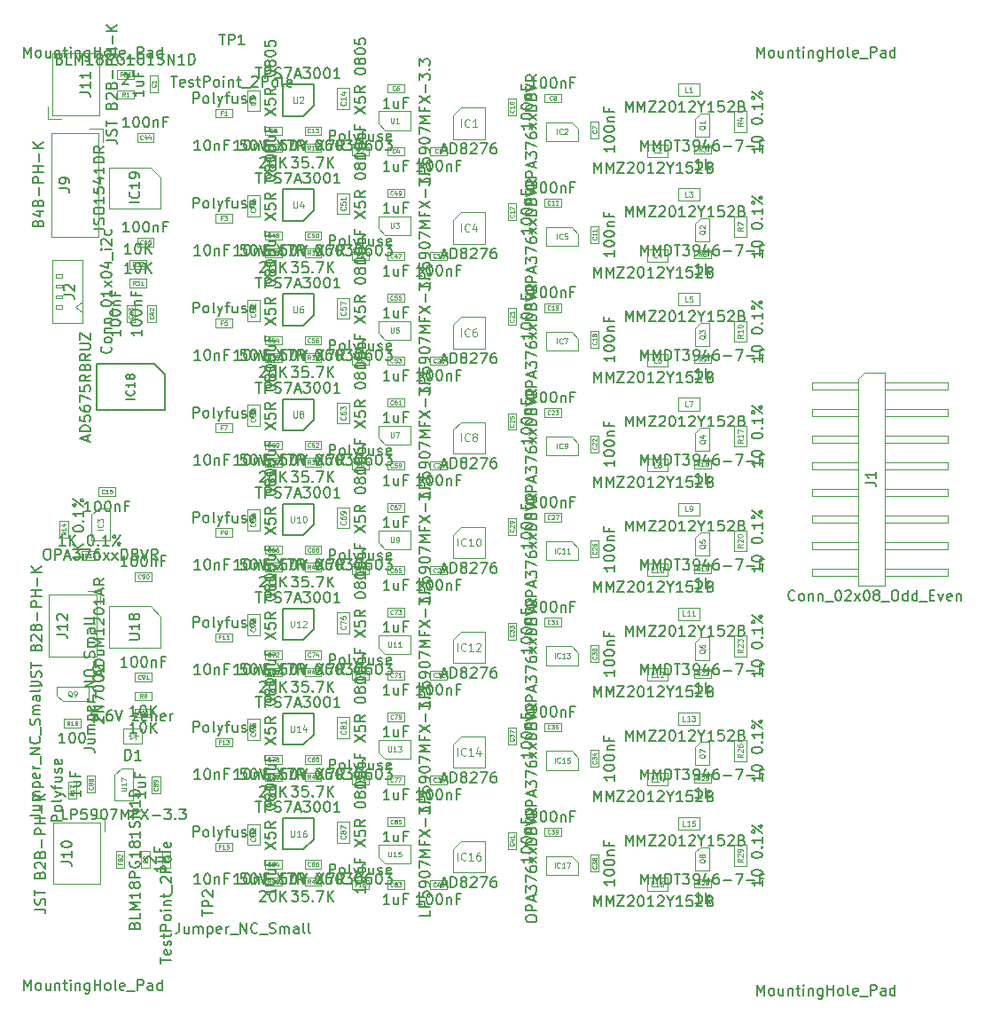
<source format=gbr>
G04 #@! TF.GenerationSoftware,KiCad,Pcbnew,(5.1.5-0)*
G04 #@! TF.CreationDate,2021-01-17T10:32:34-07:00*
G04 #@! TF.ProjectId,8ch_v5_nosma,3863685f-7635-45f6-9e6f-736d612e6b69,rev?*
G04 #@! TF.SameCoordinates,Original*
G04 #@! TF.FileFunction,Other,Fab,Top*
%FSLAX46Y46*%
G04 Gerber Fmt 4.6, Leading zero omitted, Abs format (unit mm)*
G04 Created by KiCad (PCBNEW (5.1.5-0)) date 2021-01-17 10:32:34*
%MOMM*%
%LPD*%
G04 APERTURE LIST*
%ADD10C,0.100000*%
%ADD11C,0.150000*%
%ADD12C,0.060000*%
%ADD13C,0.075000*%
%ADD14C,0.110000*%
%ADD15C,0.090000*%
%ADD16C,0.080000*%
G04 APERTURE END LIST*
D10*
X150475000Y-97050000D02*
X151450000Y-98025000D01*
X146550000Y-97050000D02*
X150475000Y-97050000D01*
X146550000Y-100950000D02*
X146550000Y-97050000D01*
X151450000Y-100950000D02*
X146550000Y-100950000D01*
X151450000Y-98025000D02*
X151450000Y-100950000D01*
X145300000Y-101850000D02*
X145300000Y-95950000D01*
X140800000Y-101850000D02*
X145300000Y-101850000D01*
X140800000Y-95950000D02*
X140800000Y-101850000D01*
X145300000Y-95950000D02*
X140800000Y-95950000D01*
X145710000Y-95540000D02*
X144460000Y-95540000D01*
X145710000Y-96790000D02*
X145710000Y-95540000D01*
X149700000Y-110100000D02*
X147900000Y-110100000D01*
X147900000Y-110100000D02*
X147900000Y-108700000D01*
X147900000Y-108700000D02*
X149700000Y-108700000D01*
X149700000Y-108700000D02*
X149700000Y-110100000D01*
X149100000Y-109750000D02*
X149100000Y-109050000D01*
X149100000Y-109400000D02*
X149300000Y-109400000D01*
X149100000Y-109400000D02*
X148600000Y-109750000D01*
X148600000Y-109750000D02*
X148600000Y-109050000D01*
X148600000Y-109050000D02*
X149100000Y-109400000D01*
X148600000Y-109400000D02*
X148350000Y-109400000D01*
X143292893Y-68500000D02*
X144000000Y-68000000D01*
X144000000Y-69000000D02*
X143292893Y-68500000D01*
X141450000Y-65350000D02*
X141450000Y-65650000D01*
X142050000Y-65350000D02*
X141450000Y-65350000D01*
X142050000Y-65650000D02*
X142050000Y-65350000D01*
X141450000Y-65650000D02*
X142050000Y-65650000D01*
X141450000Y-66350000D02*
X141450000Y-66650000D01*
X142050000Y-66350000D02*
X141450000Y-66350000D01*
X142050000Y-66650000D02*
X142050000Y-66350000D01*
X141450000Y-66650000D02*
X142050000Y-66650000D01*
X141450000Y-67350000D02*
X141450000Y-67650000D01*
X142050000Y-67350000D02*
X141450000Y-67350000D01*
X142050000Y-67650000D02*
X142050000Y-67350000D01*
X141450000Y-67650000D02*
X142050000Y-67650000D01*
X141450000Y-68350000D02*
X141450000Y-68650000D01*
X142050000Y-68350000D02*
X141450000Y-68350000D01*
X142050000Y-68650000D02*
X142050000Y-68350000D01*
X141450000Y-68650000D02*
X142050000Y-68650000D01*
X144000000Y-64000000D02*
X141100000Y-64000000D01*
X144000000Y-70000000D02*
X141100000Y-70000000D01*
X141100000Y-70000000D02*
X141100000Y-64000000D01*
X144000000Y-70000000D02*
X144000000Y-64000000D01*
X220580000Y-94100000D02*
X226580000Y-94100000D01*
X226580000Y-93460000D02*
X226580000Y-94100000D01*
X220580000Y-93460000D02*
X226580000Y-93460000D01*
X213680000Y-94100000D02*
X218040000Y-94100000D01*
X213680000Y-93460000D02*
X213680000Y-94100000D01*
X213680000Y-93460000D02*
X218040000Y-93460000D01*
X220580000Y-91560000D02*
X226580000Y-91560000D01*
X226580000Y-90920000D02*
X226580000Y-91560000D01*
X220580000Y-90920000D02*
X226580000Y-90920000D01*
X213680000Y-91560000D02*
X218040000Y-91560000D01*
X213680000Y-90920000D02*
X213680000Y-91560000D01*
X213680000Y-90920000D02*
X218040000Y-90920000D01*
X220580000Y-89020000D02*
X226580000Y-89020000D01*
X226580000Y-88380000D02*
X226580000Y-89020000D01*
X220580000Y-88380000D02*
X226580000Y-88380000D01*
X213680000Y-89020000D02*
X218040000Y-89020000D01*
X213680000Y-88380000D02*
X213680000Y-89020000D01*
X213680000Y-88380000D02*
X218040000Y-88380000D01*
X220580000Y-86480000D02*
X226580000Y-86480000D01*
X226580000Y-85840000D02*
X226580000Y-86480000D01*
X220580000Y-85840000D02*
X226580000Y-85840000D01*
X213680000Y-86480000D02*
X218040000Y-86480000D01*
X213680000Y-85840000D02*
X213680000Y-86480000D01*
X213680000Y-85840000D02*
X218040000Y-85840000D01*
X220580000Y-83940000D02*
X226580000Y-83940000D01*
X226580000Y-83300000D02*
X226580000Y-83940000D01*
X220580000Y-83300000D02*
X226580000Y-83300000D01*
X213680000Y-83940000D02*
X218040000Y-83940000D01*
X213680000Y-83300000D02*
X213680000Y-83940000D01*
X213680000Y-83300000D02*
X218040000Y-83300000D01*
X220580000Y-81400000D02*
X226580000Y-81400000D01*
X226580000Y-80760000D02*
X226580000Y-81400000D01*
X220580000Y-80760000D02*
X226580000Y-80760000D01*
X213680000Y-81400000D02*
X218040000Y-81400000D01*
X213680000Y-80760000D02*
X213680000Y-81400000D01*
X213680000Y-80760000D02*
X218040000Y-80760000D01*
X220580000Y-78860000D02*
X226580000Y-78860000D01*
X226580000Y-78220000D02*
X226580000Y-78860000D01*
X220580000Y-78220000D02*
X226580000Y-78220000D01*
X213680000Y-78860000D02*
X218040000Y-78860000D01*
X213680000Y-78220000D02*
X213680000Y-78860000D01*
X213680000Y-78220000D02*
X218040000Y-78220000D01*
X220580000Y-76320000D02*
X226580000Y-76320000D01*
X226580000Y-75680000D02*
X226580000Y-76320000D01*
X220580000Y-75680000D02*
X226580000Y-75680000D01*
X213680000Y-76320000D02*
X218040000Y-76320000D01*
X213680000Y-75680000D02*
X213680000Y-76320000D01*
X213680000Y-75680000D02*
X218040000Y-75680000D01*
X218040000Y-75365000D02*
X218675000Y-74730000D01*
X218040000Y-95050000D02*
X218040000Y-75365000D01*
X220580000Y-95050000D02*
X218040000Y-95050000D01*
X220580000Y-74730000D02*
X220580000Y-95050000D01*
X218675000Y-74730000D02*
X220580000Y-74730000D01*
X143800000Y-108600000D02*
X142200000Y-108600000D01*
X143800000Y-107800000D02*
X143800000Y-108600000D01*
X142200000Y-107800000D02*
X143800000Y-107800000D01*
X142200000Y-108600000D02*
X142200000Y-107800000D01*
X144570000Y-106100000D02*
X144570000Y-104700000D01*
X141530000Y-104700000D02*
X144570000Y-104700000D01*
X142100000Y-106100000D02*
X141530000Y-105550000D01*
X141530000Y-105550000D02*
X141530000Y-104700000D01*
X142100000Y-106100000D02*
X144550000Y-106100000D01*
X150600000Y-106000000D02*
X149000000Y-106000000D01*
X150600000Y-105200000D02*
X150600000Y-106000000D01*
X149000000Y-105200000D02*
X150600000Y-105200000D01*
X149000000Y-106000000D02*
X149000000Y-105200000D01*
X150600000Y-107600000D02*
X149000000Y-107600000D01*
X150600000Y-106800000D02*
X150600000Y-107600000D01*
X149000000Y-106800000D02*
X150600000Y-106800000D01*
X149000000Y-107600000D02*
X149000000Y-106800000D01*
X149000000Y-103400000D02*
X150600000Y-103400000D01*
X149000000Y-104200000D02*
X149000000Y-103400000D01*
X150600000Y-104200000D02*
X149000000Y-104200000D01*
X150600000Y-103400000D02*
X150600000Y-104200000D01*
X149000000Y-93800000D02*
X150600000Y-93800000D01*
X149000000Y-94600000D02*
X149000000Y-93800000D01*
X150600000Y-94600000D02*
X149000000Y-94600000D01*
X150600000Y-93800000D02*
X150600000Y-94600000D01*
X179400000Y-120200000D02*
X180150000Y-119450000D01*
X179400000Y-122450000D02*
X179400000Y-120200000D01*
X182400000Y-122450000D02*
X179400000Y-122450000D01*
X182400000Y-119450000D02*
X182400000Y-122450000D01*
X180150000Y-119450000D02*
X182400000Y-119450000D01*
X179400000Y-110200000D02*
X180150000Y-109450000D01*
X179400000Y-112450000D02*
X179400000Y-110200000D01*
X182400000Y-112450000D02*
X179400000Y-112450000D01*
X182400000Y-109450000D02*
X182400000Y-112450000D01*
X180150000Y-109450000D02*
X182400000Y-109450000D01*
X179400000Y-100200000D02*
X180150000Y-99450000D01*
X179400000Y-102450000D02*
X179400000Y-100200000D01*
X182400000Y-102450000D02*
X179400000Y-102450000D01*
X182400000Y-99450000D02*
X182400000Y-102450000D01*
X180150000Y-99450000D02*
X182400000Y-99450000D01*
X179400000Y-90200000D02*
X180150000Y-89450000D01*
X179400000Y-92450000D02*
X179400000Y-90200000D01*
X182400000Y-92450000D02*
X179400000Y-92450000D01*
X182400000Y-89450000D02*
X182400000Y-92450000D01*
X180150000Y-89450000D02*
X182400000Y-89450000D01*
X179400000Y-80200000D02*
X180150000Y-79450000D01*
X179400000Y-82450000D02*
X179400000Y-80200000D01*
X182400000Y-82450000D02*
X179400000Y-82450000D01*
X182400000Y-79450000D02*
X182400000Y-82450000D01*
X180150000Y-79450000D02*
X182400000Y-79450000D01*
X179400000Y-70200000D02*
X180150000Y-69450000D01*
X179400000Y-72450000D02*
X179400000Y-70200000D01*
X182400000Y-72450000D02*
X179400000Y-72450000D01*
X182400000Y-69450000D02*
X182400000Y-72450000D01*
X180150000Y-69450000D02*
X182400000Y-69450000D01*
X179400000Y-60200000D02*
X180150000Y-59450000D01*
X179400000Y-62450000D02*
X179400000Y-60200000D01*
X182400000Y-62450000D02*
X179400000Y-62450000D01*
X182400000Y-59450000D02*
X182400000Y-62450000D01*
X180150000Y-59450000D02*
X182400000Y-59450000D01*
X179400000Y-50200000D02*
X180150000Y-49450000D01*
X179400000Y-52450000D02*
X179400000Y-50200000D01*
X182400000Y-52450000D02*
X179400000Y-52450000D01*
X182400000Y-49450000D02*
X182400000Y-52450000D01*
X180150000Y-49450000D02*
X182400000Y-49450000D01*
X148000000Y-120400000D02*
X148000000Y-122000000D01*
X147200000Y-120400000D02*
X148000000Y-120400000D01*
X147200000Y-122000000D02*
X147200000Y-120400000D01*
X148000000Y-122000000D02*
X147200000Y-122000000D01*
X148850000Y-112470000D02*
X148850000Y-115570000D01*
X148850000Y-115570000D02*
X147050000Y-115570000D01*
X147050000Y-113120000D02*
X147050000Y-115570000D01*
X148850000Y-112470000D02*
X147700000Y-112470000D01*
X147050000Y-113120000D02*
X147700000Y-112470000D01*
X142600000Y-115400000D02*
X142600000Y-113800000D01*
X143400000Y-115400000D02*
X142600000Y-115400000D01*
X143400000Y-113800000D02*
X143400000Y-115400000D01*
X142600000Y-113800000D02*
X143400000Y-113800000D01*
X169700000Y-123200000D02*
X171300000Y-123200000D01*
X169700000Y-124000000D02*
X169700000Y-123200000D01*
X171300000Y-124000000D02*
X169700000Y-124000000D01*
X171300000Y-123200000D02*
X171300000Y-124000000D01*
X156700000Y-119600000D02*
X158300000Y-119600000D01*
X156700000Y-120400000D02*
X156700000Y-119600000D01*
X158300000Y-120400000D02*
X156700000Y-120400000D01*
X158300000Y-119600000D02*
X158300000Y-120400000D01*
X169700000Y-113200000D02*
X171300000Y-113200000D01*
X169700000Y-114000000D02*
X169700000Y-113200000D01*
X171300000Y-114000000D02*
X169700000Y-114000000D01*
X171300000Y-113200000D02*
X171300000Y-114000000D01*
X156700000Y-109600000D02*
X158300000Y-109600000D01*
X156700000Y-110400000D02*
X156700000Y-109600000D01*
X158300000Y-110400000D02*
X156700000Y-110400000D01*
X158300000Y-109600000D02*
X158300000Y-110400000D01*
X169700000Y-103200000D02*
X171300000Y-103200000D01*
X169700000Y-104000000D02*
X169700000Y-103200000D01*
X171300000Y-104000000D02*
X169700000Y-104000000D01*
X171300000Y-103200000D02*
X171300000Y-104000000D01*
X156700000Y-99600000D02*
X158300000Y-99600000D01*
X156700000Y-100400000D02*
X156700000Y-99600000D01*
X158300000Y-100400000D02*
X156700000Y-100400000D01*
X158300000Y-99600000D02*
X158300000Y-100400000D01*
X169700000Y-93200000D02*
X171300000Y-93200000D01*
X169700000Y-94000000D02*
X169700000Y-93200000D01*
X171300000Y-94000000D02*
X169700000Y-94000000D01*
X171300000Y-93200000D02*
X171300000Y-94000000D01*
X156700000Y-89600000D02*
X158300000Y-89600000D01*
X156700000Y-90400000D02*
X156700000Y-89600000D01*
X158300000Y-90400000D02*
X156700000Y-90400000D01*
X158300000Y-89600000D02*
X158300000Y-90400000D01*
X169700000Y-83200000D02*
X171300000Y-83200000D01*
X169700000Y-84000000D02*
X169700000Y-83200000D01*
X171300000Y-84000000D02*
X169700000Y-84000000D01*
X171300000Y-83200000D02*
X171300000Y-84000000D01*
X156700000Y-79600000D02*
X158300000Y-79600000D01*
X156700000Y-80400000D02*
X156700000Y-79600000D01*
X158300000Y-80400000D02*
X156700000Y-80400000D01*
X158300000Y-79600000D02*
X158300000Y-80400000D01*
X169700000Y-73200000D02*
X171300000Y-73200000D01*
X169700000Y-74000000D02*
X169700000Y-73200000D01*
X171300000Y-74000000D02*
X169700000Y-74000000D01*
X171300000Y-73200000D02*
X171300000Y-74000000D01*
X156700000Y-69600000D02*
X158300000Y-69600000D01*
X156700000Y-70400000D02*
X156700000Y-69600000D01*
X158300000Y-70400000D02*
X156700000Y-70400000D01*
X158300000Y-69600000D02*
X158300000Y-70400000D01*
X169700000Y-63200000D02*
X171300000Y-63200000D01*
X169700000Y-64000000D02*
X169700000Y-63200000D01*
X171300000Y-64000000D02*
X169700000Y-64000000D01*
X171300000Y-63200000D02*
X171300000Y-64000000D01*
X156700000Y-59600000D02*
X158300000Y-59600000D01*
X156700000Y-60400000D02*
X156700000Y-59600000D01*
X158300000Y-60400000D02*
X156700000Y-60400000D01*
X158300000Y-59600000D02*
X158300000Y-60400000D01*
X169700000Y-53200000D02*
X171300000Y-53200000D01*
X169700000Y-54000000D02*
X169700000Y-53200000D01*
X171300000Y-54000000D02*
X169700000Y-54000000D01*
X171300000Y-53200000D02*
X171300000Y-54000000D01*
X156700000Y-49600000D02*
X158300000Y-49600000D01*
X156700000Y-50400000D02*
X156700000Y-49600000D01*
X158300000Y-50400000D02*
X156700000Y-50400000D01*
X158300000Y-49600000D02*
X158300000Y-50400000D01*
X150600000Y-114900000D02*
X150600000Y-113300000D01*
X151400000Y-114900000D02*
X150600000Y-114900000D01*
X151400000Y-113300000D02*
X151400000Y-114900000D01*
X150600000Y-113300000D02*
X151400000Y-113300000D01*
X144400000Y-114800000D02*
X144400000Y-113200000D01*
X145200000Y-114800000D02*
X144400000Y-114800000D01*
X145200000Y-113200000D02*
X145200000Y-114800000D01*
X144400000Y-113200000D02*
X145200000Y-113200000D01*
D11*
X166100000Y-119250000D02*
X165100000Y-120250000D01*
X166100000Y-117250000D02*
X166100000Y-119250000D01*
X163100000Y-117250000D02*
X166100000Y-117250000D01*
X163100000Y-120250000D02*
X163100000Y-117250000D01*
X165100000Y-120250000D02*
X163100000Y-120250000D01*
D10*
X172250000Y-119800000D02*
X175350000Y-119800000D01*
X175350000Y-119800000D02*
X175350000Y-121600000D01*
X172900000Y-121600000D02*
X175350000Y-121600000D01*
X172250000Y-119800000D02*
X172250000Y-120950000D01*
X172900000Y-121600000D02*
X172250000Y-120950000D01*
D11*
X166100000Y-109250000D02*
X165100000Y-110250000D01*
X166100000Y-107250000D02*
X166100000Y-109250000D01*
X163100000Y-107250000D02*
X166100000Y-107250000D01*
X163100000Y-110250000D02*
X163100000Y-107250000D01*
X165100000Y-110250000D02*
X163100000Y-110250000D01*
D10*
X172250000Y-109800000D02*
X175350000Y-109800000D01*
X175350000Y-109800000D02*
X175350000Y-111600000D01*
X172900000Y-111600000D02*
X175350000Y-111600000D01*
X172250000Y-109800000D02*
X172250000Y-110950000D01*
X172900000Y-111600000D02*
X172250000Y-110950000D01*
D11*
X166100000Y-99250000D02*
X165100000Y-100250000D01*
X166100000Y-97250000D02*
X166100000Y-99250000D01*
X163100000Y-97250000D02*
X166100000Y-97250000D01*
X163100000Y-100250000D02*
X163100000Y-97250000D01*
X165100000Y-100250000D02*
X163100000Y-100250000D01*
D10*
X172250000Y-99800000D02*
X175350000Y-99800000D01*
X175350000Y-99800000D02*
X175350000Y-101600000D01*
X172900000Y-101600000D02*
X175350000Y-101600000D01*
X172250000Y-99800000D02*
X172250000Y-100950000D01*
X172900000Y-101600000D02*
X172250000Y-100950000D01*
D11*
X166100000Y-89250000D02*
X165100000Y-90250000D01*
X166100000Y-87250000D02*
X166100000Y-89250000D01*
X163100000Y-87250000D02*
X166100000Y-87250000D01*
X163100000Y-90250000D02*
X163100000Y-87250000D01*
X165100000Y-90250000D02*
X163100000Y-90250000D01*
D10*
X172250000Y-89800000D02*
X175350000Y-89800000D01*
X175350000Y-89800000D02*
X175350000Y-91600000D01*
X172900000Y-91600000D02*
X175350000Y-91600000D01*
X172250000Y-89800000D02*
X172250000Y-90950000D01*
X172900000Y-91600000D02*
X172250000Y-90950000D01*
D11*
X166100000Y-79250000D02*
X165100000Y-80250000D01*
X166100000Y-77250000D02*
X166100000Y-79250000D01*
X163100000Y-77250000D02*
X166100000Y-77250000D01*
X163100000Y-80250000D02*
X163100000Y-77250000D01*
X165100000Y-80250000D02*
X163100000Y-80250000D01*
D10*
X172250000Y-79800000D02*
X175350000Y-79800000D01*
X175350000Y-79800000D02*
X175350000Y-81600000D01*
X172900000Y-81600000D02*
X175350000Y-81600000D01*
X172250000Y-79800000D02*
X172250000Y-80950000D01*
X172900000Y-81600000D02*
X172250000Y-80950000D01*
D11*
X166100000Y-69250000D02*
X165100000Y-70250000D01*
X166100000Y-67250000D02*
X166100000Y-69250000D01*
X163100000Y-67250000D02*
X166100000Y-67250000D01*
X163100000Y-70250000D02*
X163100000Y-67250000D01*
X165100000Y-70250000D02*
X163100000Y-70250000D01*
D10*
X172250000Y-69800000D02*
X175350000Y-69800000D01*
X175350000Y-69800000D02*
X175350000Y-71600000D01*
X172900000Y-71600000D02*
X175350000Y-71600000D01*
X172250000Y-69800000D02*
X172250000Y-70950000D01*
X172900000Y-71600000D02*
X172250000Y-70950000D01*
D11*
X166100000Y-59250000D02*
X165100000Y-60250000D01*
X166100000Y-57250000D02*
X166100000Y-59250000D01*
X163100000Y-57250000D02*
X166100000Y-57250000D01*
X163100000Y-60250000D02*
X163100000Y-57250000D01*
X165100000Y-60250000D02*
X163100000Y-60250000D01*
D10*
X172250000Y-59800000D02*
X175350000Y-59800000D01*
X175350000Y-59800000D02*
X175350000Y-61600000D01*
X172900000Y-61600000D02*
X175350000Y-61600000D01*
X172250000Y-59800000D02*
X172250000Y-60950000D01*
X172900000Y-61600000D02*
X172250000Y-60950000D01*
D11*
X166100000Y-49250000D02*
X165100000Y-50250000D01*
X166100000Y-47250000D02*
X166100000Y-49250000D01*
X163100000Y-47250000D02*
X166100000Y-47250000D01*
X163100000Y-50250000D02*
X163100000Y-47250000D01*
X165100000Y-50250000D02*
X163100000Y-50250000D01*
D10*
X172250000Y-49800000D02*
X175350000Y-49800000D01*
X175350000Y-49800000D02*
X175350000Y-51600000D01*
X172900000Y-51600000D02*
X175350000Y-51600000D01*
X172250000Y-49800000D02*
X172250000Y-50950000D01*
X172900000Y-51600000D02*
X172250000Y-50950000D01*
X166800000Y-123700000D02*
X165200000Y-123700000D01*
X166800000Y-122900000D02*
X166800000Y-123700000D01*
X165200000Y-122900000D02*
X166800000Y-122900000D01*
X165200000Y-123700000D02*
X165200000Y-122900000D01*
X163000000Y-123700000D02*
X161400000Y-123700000D01*
X163000000Y-122900000D02*
X163000000Y-123700000D01*
X161400000Y-122900000D02*
X163000000Y-122900000D01*
X161400000Y-123700000D02*
X161400000Y-122900000D01*
X166800000Y-113700000D02*
X165200000Y-113700000D01*
X166800000Y-112900000D02*
X166800000Y-113700000D01*
X165200000Y-112900000D02*
X166800000Y-112900000D01*
X165200000Y-113700000D02*
X165200000Y-112900000D01*
X163000000Y-113700000D02*
X161400000Y-113700000D01*
X163000000Y-112900000D02*
X163000000Y-113700000D01*
X161400000Y-112900000D02*
X163000000Y-112900000D01*
X161400000Y-113700000D02*
X161400000Y-112900000D01*
X166800000Y-103700000D02*
X165200000Y-103700000D01*
X166800000Y-102900000D02*
X166800000Y-103700000D01*
X165200000Y-102900000D02*
X166800000Y-102900000D01*
X165200000Y-103700000D02*
X165200000Y-102900000D01*
X163000000Y-103700000D02*
X161400000Y-103700000D01*
X163000000Y-102900000D02*
X163000000Y-103700000D01*
X161400000Y-102900000D02*
X163000000Y-102900000D01*
X161400000Y-103700000D02*
X161400000Y-102900000D01*
X166800000Y-93700000D02*
X165200000Y-93700000D01*
X166800000Y-92900000D02*
X166800000Y-93700000D01*
X165200000Y-92900000D02*
X166800000Y-92900000D01*
X165200000Y-93700000D02*
X165200000Y-92900000D01*
X163000000Y-93700000D02*
X161400000Y-93700000D01*
X163000000Y-92900000D02*
X163000000Y-93700000D01*
X161400000Y-92900000D02*
X163000000Y-92900000D01*
X161400000Y-93700000D02*
X161400000Y-92900000D01*
X166800000Y-83700000D02*
X165200000Y-83700000D01*
X166800000Y-82900000D02*
X166800000Y-83700000D01*
X165200000Y-82900000D02*
X166800000Y-82900000D01*
X165200000Y-83700000D02*
X165200000Y-82900000D01*
X163000000Y-83700000D02*
X161400000Y-83700000D01*
X163000000Y-82900000D02*
X163000000Y-83700000D01*
X161400000Y-82900000D02*
X163000000Y-82900000D01*
X161400000Y-83700000D02*
X161400000Y-82900000D01*
X166800000Y-73700000D02*
X165200000Y-73700000D01*
X166800000Y-72900000D02*
X166800000Y-73700000D01*
X165200000Y-72900000D02*
X166800000Y-72900000D01*
X165200000Y-73700000D02*
X165200000Y-72900000D01*
X163000000Y-73700000D02*
X161400000Y-73700000D01*
X163000000Y-72900000D02*
X163000000Y-73700000D01*
X161400000Y-72900000D02*
X163000000Y-72900000D01*
X161400000Y-73700000D02*
X161400000Y-72900000D01*
X166800000Y-63700000D02*
X165200000Y-63700000D01*
X166800000Y-62900000D02*
X166800000Y-63700000D01*
X165200000Y-62900000D02*
X166800000Y-62900000D01*
X165200000Y-63700000D02*
X165200000Y-62900000D01*
X163000000Y-63700000D02*
X161400000Y-63700000D01*
X163000000Y-62900000D02*
X163000000Y-63700000D01*
X161400000Y-62900000D02*
X163000000Y-62900000D01*
X161400000Y-63700000D02*
X161400000Y-62900000D01*
X166800000Y-53700000D02*
X165200000Y-53700000D01*
X166800000Y-52900000D02*
X166800000Y-53700000D01*
X165200000Y-52900000D02*
X166800000Y-52900000D01*
X165200000Y-53700000D02*
X165200000Y-52900000D01*
X163000000Y-53700000D02*
X161400000Y-53700000D01*
X163000000Y-52900000D02*
X163000000Y-53700000D01*
X161400000Y-52900000D02*
X163000000Y-52900000D01*
X161400000Y-53700000D02*
X161400000Y-52900000D01*
X169500000Y-117600000D02*
X169500000Y-119600000D01*
X168300000Y-117600000D02*
X169500000Y-117600000D01*
X168300000Y-119600000D02*
X168300000Y-117600000D01*
X169500000Y-119600000D02*
X168300000Y-119600000D01*
X166800000Y-122050000D02*
X165200000Y-122050000D01*
X166800000Y-121250000D02*
X166800000Y-122050000D01*
X165200000Y-121250000D02*
X166800000Y-121250000D01*
X165200000Y-122050000D02*
X165200000Y-121250000D01*
X174700000Y-118000000D02*
X173100000Y-118000000D01*
X174700000Y-117200000D02*
X174700000Y-118000000D01*
X173100000Y-117200000D02*
X174700000Y-117200000D01*
X173100000Y-118000000D02*
X173100000Y-117200000D01*
X163000000Y-122050000D02*
X161400000Y-122050000D01*
X163000000Y-121250000D02*
X163000000Y-122050000D01*
X161400000Y-121250000D02*
X163000000Y-121250000D01*
X161400000Y-122050000D02*
X161400000Y-121250000D01*
X174700000Y-124000000D02*
X173100000Y-124000000D01*
X174700000Y-123200000D02*
X174700000Y-124000000D01*
X173100000Y-123200000D02*
X174700000Y-123200000D01*
X173100000Y-124000000D02*
X173100000Y-123200000D01*
X160900000Y-117800000D02*
X160900000Y-119800000D01*
X159700000Y-117800000D02*
X160900000Y-117800000D01*
X159700000Y-119800000D02*
X159700000Y-117800000D01*
X160900000Y-119800000D02*
X159700000Y-119800000D01*
X169500000Y-107600000D02*
X169500000Y-109600000D01*
X168300000Y-107600000D02*
X169500000Y-107600000D01*
X168300000Y-109600000D02*
X168300000Y-107600000D01*
X169500000Y-109600000D02*
X168300000Y-109600000D01*
X166800000Y-112050000D02*
X165200000Y-112050000D01*
X166800000Y-111250000D02*
X166800000Y-112050000D01*
X165200000Y-111250000D02*
X166800000Y-111250000D01*
X165200000Y-112050000D02*
X165200000Y-111250000D01*
X174700000Y-108000000D02*
X173100000Y-108000000D01*
X174700000Y-107200000D02*
X174700000Y-108000000D01*
X173100000Y-107200000D02*
X174700000Y-107200000D01*
X173100000Y-108000000D02*
X173100000Y-107200000D01*
X163000000Y-112050000D02*
X161400000Y-112050000D01*
X163000000Y-111250000D02*
X163000000Y-112050000D01*
X161400000Y-111250000D02*
X163000000Y-111250000D01*
X161400000Y-112050000D02*
X161400000Y-111250000D01*
X174700000Y-114000000D02*
X173100000Y-114000000D01*
X174700000Y-113200000D02*
X174700000Y-114000000D01*
X173100000Y-113200000D02*
X174700000Y-113200000D01*
X173100000Y-114000000D02*
X173100000Y-113200000D01*
X160900000Y-107800000D02*
X160900000Y-109800000D01*
X159700000Y-107800000D02*
X160900000Y-107800000D01*
X159700000Y-109800000D02*
X159700000Y-107800000D01*
X160900000Y-109800000D02*
X159700000Y-109800000D01*
X169500000Y-97600000D02*
X169500000Y-99600000D01*
X168300000Y-97600000D02*
X169500000Y-97600000D01*
X168300000Y-99600000D02*
X168300000Y-97600000D01*
X169500000Y-99600000D02*
X168300000Y-99600000D01*
X166800000Y-102050000D02*
X165200000Y-102050000D01*
X166800000Y-101250000D02*
X166800000Y-102050000D01*
X165200000Y-101250000D02*
X166800000Y-101250000D01*
X165200000Y-102050000D02*
X165200000Y-101250000D01*
X174700000Y-98000000D02*
X173100000Y-98000000D01*
X174700000Y-97200000D02*
X174700000Y-98000000D01*
X173100000Y-97200000D02*
X174700000Y-97200000D01*
X173100000Y-98000000D02*
X173100000Y-97200000D01*
X163000000Y-102050000D02*
X161400000Y-102050000D01*
X163000000Y-101250000D02*
X163000000Y-102050000D01*
X161400000Y-101250000D02*
X163000000Y-101250000D01*
X161400000Y-102050000D02*
X161400000Y-101250000D01*
X174700000Y-104000000D02*
X173100000Y-104000000D01*
X174700000Y-103200000D02*
X174700000Y-104000000D01*
X173100000Y-103200000D02*
X174700000Y-103200000D01*
X173100000Y-104000000D02*
X173100000Y-103200000D01*
X160900000Y-97800000D02*
X160900000Y-99800000D01*
X159700000Y-97800000D02*
X160900000Y-97800000D01*
X159700000Y-99800000D02*
X159700000Y-97800000D01*
X160900000Y-99800000D02*
X159700000Y-99800000D01*
X169500000Y-87600000D02*
X169500000Y-89600000D01*
X168300000Y-87600000D02*
X169500000Y-87600000D01*
X168300000Y-89600000D02*
X168300000Y-87600000D01*
X169500000Y-89600000D02*
X168300000Y-89600000D01*
X166800000Y-92050000D02*
X165200000Y-92050000D01*
X166800000Y-91250000D02*
X166800000Y-92050000D01*
X165200000Y-91250000D02*
X166800000Y-91250000D01*
X165200000Y-92050000D02*
X165200000Y-91250000D01*
X174700000Y-88000000D02*
X173100000Y-88000000D01*
X174700000Y-87200000D02*
X174700000Y-88000000D01*
X173100000Y-87200000D02*
X174700000Y-87200000D01*
X173100000Y-88000000D02*
X173100000Y-87200000D01*
X163000000Y-92050000D02*
X161400000Y-92050000D01*
X163000000Y-91250000D02*
X163000000Y-92050000D01*
X161400000Y-91250000D02*
X163000000Y-91250000D01*
X161400000Y-92050000D02*
X161400000Y-91250000D01*
X174700000Y-94000000D02*
X173100000Y-94000000D01*
X174700000Y-93200000D02*
X174700000Y-94000000D01*
X173100000Y-93200000D02*
X174700000Y-93200000D01*
X173100000Y-94000000D02*
X173100000Y-93200000D01*
X160900000Y-87800000D02*
X160900000Y-89800000D01*
X159700000Y-87800000D02*
X160900000Y-87800000D01*
X159700000Y-89800000D02*
X159700000Y-87800000D01*
X160900000Y-89800000D02*
X159700000Y-89800000D01*
X169500000Y-77600000D02*
X169500000Y-79600000D01*
X168300000Y-77600000D02*
X169500000Y-77600000D01*
X168300000Y-79600000D02*
X168300000Y-77600000D01*
X169500000Y-79600000D02*
X168300000Y-79600000D01*
X166800000Y-82050000D02*
X165200000Y-82050000D01*
X166800000Y-81250000D02*
X166800000Y-82050000D01*
X165200000Y-81250000D02*
X166800000Y-81250000D01*
X165200000Y-82050000D02*
X165200000Y-81250000D01*
X174700000Y-78000000D02*
X173100000Y-78000000D01*
X174700000Y-77200000D02*
X174700000Y-78000000D01*
X173100000Y-77200000D02*
X174700000Y-77200000D01*
X173100000Y-78000000D02*
X173100000Y-77200000D01*
X163000000Y-82050000D02*
X161400000Y-82050000D01*
X163000000Y-81250000D02*
X163000000Y-82050000D01*
X161400000Y-81250000D02*
X163000000Y-81250000D01*
X161400000Y-82050000D02*
X161400000Y-81250000D01*
X174700000Y-84000000D02*
X173100000Y-84000000D01*
X174700000Y-83200000D02*
X174700000Y-84000000D01*
X173100000Y-83200000D02*
X174700000Y-83200000D01*
X173100000Y-84000000D02*
X173100000Y-83200000D01*
X160900000Y-77800000D02*
X160900000Y-79800000D01*
X159700000Y-77800000D02*
X160900000Y-77800000D01*
X159700000Y-79800000D02*
X159700000Y-77800000D01*
X160900000Y-79800000D02*
X159700000Y-79800000D01*
X169500000Y-67600000D02*
X169500000Y-69600000D01*
X168300000Y-67600000D02*
X169500000Y-67600000D01*
X168300000Y-69600000D02*
X168300000Y-67600000D01*
X169500000Y-69600000D02*
X168300000Y-69600000D01*
X166800000Y-72050000D02*
X165200000Y-72050000D01*
X166800000Y-71250000D02*
X166800000Y-72050000D01*
X165200000Y-71250000D02*
X166800000Y-71250000D01*
X165200000Y-72050000D02*
X165200000Y-71250000D01*
X174700000Y-68000000D02*
X173100000Y-68000000D01*
X174700000Y-67200000D02*
X174700000Y-68000000D01*
X173100000Y-67200000D02*
X174700000Y-67200000D01*
X173100000Y-68000000D02*
X173100000Y-67200000D01*
X163000000Y-72050000D02*
X161400000Y-72050000D01*
X163000000Y-71250000D02*
X163000000Y-72050000D01*
X161400000Y-71250000D02*
X163000000Y-71250000D01*
X161400000Y-72050000D02*
X161400000Y-71250000D01*
X174700000Y-74000000D02*
X173100000Y-74000000D01*
X174700000Y-73200000D02*
X174700000Y-74000000D01*
X173100000Y-73200000D02*
X174700000Y-73200000D01*
X173100000Y-74000000D02*
X173100000Y-73200000D01*
X160900000Y-67800000D02*
X160900000Y-69800000D01*
X159700000Y-67800000D02*
X160900000Y-67800000D01*
X159700000Y-69800000D02*
X159700000Y-67800000D01*
X160900000Y-69800000D02*
X159700000Y-69800000D01*
X169500000Y-57600000D02*
X169500000Y-59600000D01*
X168300000Y-57600000D02*
X169500000Y-57600000D01*
X168300000Y-59600000D02*
X168300000Y-57600000D01*
X169500000Y-59600000D02*
X168300000Y-59600000D01*
X166800000Y-62050000D02*
X165200000Y-62050000D01*
X166800000Y-61250000D02*
X166800000Y-62050000D01*
X165200000Y-61250000D02*
X166800000Y-61250000D01*
X165200000Y-62050000D02*
X165200000Y-61250000D01*
X174700000Y-58000000D02*
X173100000Y-58000000D01*
X174700000Y-57200000D02*
X174700000Y-58000000D01*
X173100000Y-57200000D02*
X174700000Y-57200000D01*
X173100000Y-58000000D02*
X173100000Y-57200000D01*
X163000000Y-62050000D02*
X161400000Y-62050000D01*
X163000000Y-61250000D02*
X163000000Y-62050000D01*
X161400000Y-61250000D02*
X163000000Y-61250000D01*
X161400000Y-62050000D02*
X161400000Y-61250000D01*
X174700000Y-64000000D02*
X173100000Y-64000000D01*
X174700000Y-63200000D02*
X174700000Y-64000000D01*
X173100000Y-63200000D02*
X174700000Y-63200000D01*
X173100000Y-64000000D02*
X173100000Y-63200000D01*
X160900000Y-57800000D02*
X160900000Y-59800000D01*
X159700000Y-57800000D02*
X160900000Y-57800000D01*
X159700000Y-59800000D02*
X159700000Y-57800000D01*
X160900000Y-59800000D02*
X159700000Y-59800000D01*
X169500000Y-47600000D02*
X169500000Y-49600000D01*
X168300000Y-47600000D02*
X169500000Y-47600000D01*
X168300000Y-49600000D02*
X168300000Y-47600000D01*
X169500000Y-49600000D02*
X168300000Y-49600000D01*
X166800000Y-52050000D02*
X165200000Y-52050000D01*
X166800000Y-51250000D02*
X166800000Y-52050000D01*
X165200000Y-51250000D02*
X166800000Y-51250000D01*
X165200000Y-52050000D02*
X165200000Y-51250000D01*
X174700000Y-48000000D02*
X173100000Y-48000000D01*
X174700000Y-47200000D02*
X174700000Y-48000000D01*
X173100000Y-47200000D02*
X174700000Y-47200000D01*
X173100000Y-48000000D02*
X173100000Y-47200000D01*
X163000000Y-52050000D02*
X161400000Y-52050000D01*
X163000000Y-51250000D02*
X163000000Y-52050000D01*
X161400000Y-51250000D02*
X163000000Y-51250000D01*
X161400000Y-52050000D02*
X161400000Y-51250000D01*
X174700000Y-54000000D02*
X173100000Y-54000000D01*
X174700000Y-53200000D02*
X174700000Y-54000000D01*
X173100000Y-53200000D02*
X174700000Y-53200000D01*
X173100000Y-54000000D02*
X173100000Y-53200000D01*
X160900000Y-47800000D02*
X160900000Y-49800000D01*
X159700000Y-47800000D02*
X160900000Y-47800000D01*
X159700000Y-49800000D02*
X159700000Y-47800000D01*
X160900000Y-49800000D02*
X159700000Y-49800000D01*
X151600000Y-122000000D02*
X151600000Y-120400000D01*
X152400000Y-122000000D02*
X151600000Y-122000000D01*
X152400000Y-120400000D02*
X152400000Y-122000000D01*
X151600000Y-120400000D02*
X152400000Y-120400000D01*
X147300000Y-47800000D02*
X148900000Y-47800000D01*
X147300000Y-48600000D02*
X147300000Y-47800000D01*
X148900000Y-48600000D02*
X147300000Y-48600000D01*
X148900000Y-47800000D02*
X148900000Y-48600000D01*
X141100000Y-44250000D02*
X141100000Y-50150000D01*
X145600000Y-44250000D02*
X141100000Y-44250000D01*
X145600000Y-50150000D02*
X145600000Y-44250000D01*
X141100000Y-50150000D02*
X145600000Y-50150000D01*
X140690000Y-50560000D02*
X141940000Y-50560000D01*
X140690000Y-49310000D02*
X140690000Y-50560000D01*
X145700000Y-123550000D02*
X145700000Y-117650000D01*
X141200000Y-123550000D02*
X145700000Y-123550000D01*
X141200000Y-117650000D02*
X141200000Y-123550000D01*
X145700000Y-117650000D02*
X141200000Y-117650000D01*
X146110000Y-117240000D02*
X144860000Y-117240000D01*
X146110000Y-118490000D02*
X146110000Y-117240000D01*
X147300000Y-45900000D02*
X148900000Y-45900000D01*
X147300000Y-46700000D02*
X147300000Y-45900000D01*
X148900000Y-46700000D02*
X147300000Y-46700000D01*
X148900000Y-45900000D02*
X148900000Y-46700000D01*
X150400000Y-120400000D02*
X150400000Y-122000000D01*
X149600000Y-120400000D02*
X150400000Y-120400000D01*
X149600000Y-122000000D02*
X149600000Y-120400000D01*
X150400000Y-122000000D02*
X149600000Y-122000000D01*
X150400000Y-48000000D02*
X150400000Y-46400000D01*
X151200000Y-48000000D02*
X150400000Y-48000000D01*
X151200000Y-46400000D02*
X151200000Y-48000000D01*
X150400000Y-46400000D02*
X151200000Y-46400000D01*
X146620000Y-87670000D02*
X146620000Y-90770000D01*
X146620000Y-90770000D02*
X144820000Y-90770000D01*
X144820000Y-88320000D02*
X144820000Y-90770000D01*
X146620000Y-87670000D02*
X145470000Y-87670000D01*
X144820000Y-88320000D02*
X145470000Y-87670000D01*
X145500000Y-61750000D02*
X145500000Y-51850000D01*
X141000000Y-61750000D02*
X145500000Y-61750000D01*
X141000000Y-51850000D02*
X141000000Y-61750000D01*
X145500000Y-51850000D02*
X141000000Y-51850000D01*
X145910000Y-51440000D02*
X144660000Y-51440000D01*
X145910000Y-52690000D02*
X145910000Y-51440000D01*
X148500000Y-64000000D02*
X150100000Y-64000000D01*
X148500000Y-64800000D02*
X148500000Y-64000000D01*
X150100000Y-64800000D02*
X148500000Y-64800000D01*
X150100000Y-64000000D02*
X150100000Y-64800000D01*
X148500000Y-65800000D02*
X150100000Y-65800000D01*
X148500000Y-66600000D02*
X148500000Y-65800000D01*
X150100000Y-66600000D02*
X148500000Y-66600000D01*
X150100000Y-65800000D02*
X150100000Y-66600000D01*
X150475000Y-55150000D02*
X151450000Y-56125000D01*
X146550000Y-55150000D02*
X150475000Y-55150000D01*
X146550000Y-59050000D02*
X146550000Y-55150000D01*
X151450000Y-59050000D02*
X146550000Y-59050000D01*
X151450000Y-56125000D02*
X151450000Y-59050000D01*
D11*
X150850000Y-73900000D02*
X151850000Y-74900000D01*
X145350000Y-73900000D02*
X150850000Y-73900000D01*
X145350000Y-78300000D02*
X145350000Y-73900000D01*
X151850000Y-78300000D02*
X145350000Y-78300000D01*
X151850000Y-74900000D02*
X151850000Y-78300000D01*
D10*
X149200000Y-61900000D02*
X150800000Y-61900000D01*
X149200000Y-62700000D02*
X149200000Y-61900000D01*
X150800000Y-62700000D02*
X149200000Y-62700000D01*
X150800000Y-61900000D02*
X150800000Y-62700000D01*
X149200000Y-51900000D02*
X150800000Y-51900000D01*
X149200000Y-52700000D02*
X149200000Y-51900000D01*
X150800000Y-52700000D02*
X149200000Y-52700000D01*
X150800000Y-51900000D02*
X150800000Y-52700000D01*
X148200000Y-69900000D02*
X148200000Y-68300000D01*
X149000000Y-69900000D02*
X148200000Y-69900000D01*
X149000000Y-68300000D02*
X149000000Y-69900000D01*
X148200000Y-68300000D02*
X149000000Y-68300000D01*
X150200000Y-69900000D02*
X150200000Y-68300000D01*
X151000000Y-69900000D02*
X150200000Y-69900000D01*
X151000000Y-68300000D02*
X151000000Y-69900000D01*
X150200000Y-68300000D02*
X151000000Y-68300000D01*
X207400000Y-119800000D02*
X207400000Y-121800000D01*
X206200000Y-119800000D02*
X207400000Y-119800000D01*
X206200000Y-121800000D02*
X206200000Y-119800000D01*
X207400000Y-121800000D02*
X206200000Y-121800000D01*
X204000000Y-123850000D02*
X202400000Y-123850000D01*
X204000000Y-123050000D02*
X204000000Y-123850000D01*
X202400000Y-123050000D02*
X204000000Y-123050000D01*
X202400000Y-123850000D02*
X202400000Y-123050000D01*
X207400000Y-109800000D02*
X207400000Y-111800000D01*
X206200000Y-109800000D02*
X207400000Y-109800000D01*
X206200000Y-111800000D02*
X206200000Y-109800000D01*
X207400000Y-111800000D02*
X206200000Y-111800000D01*
X204000000Y-113850000D02*
X202400000Y-113850000D01*
X204000000Y-113050000D02*
X204000000Y-113850000D01*
X202400000Y-113050000D02*
X204000000Y-113050000D01*
X202400000Y-113850000D02*
X202400000Y-113050000D01*
X207400000Y-99800000D02*
X207400000Y-101800000D01*
X206200000Y-99800000D02*
X207400000Y-99800000D01*
X206200000Y-101800000D02*
X206200000Y-99800000D01*
X207400000Y-101800000D02*
X206200000Y-101800000D01*
X204000000Y-103850000D02*
X202400000Y-103850000D01*
X204000000Y-103050000D02*
X204000000Y-103850000D01*
X202400000Y-103050000D02*
X204000000Y-103050000D01*
X202400000Y-103850000D02*
X202400000Y-103050000D01*
X207400000Y-89800000D02*
X207400000Y-91800000D01*
X206200000Y-89800000D02*
X207400000Y-89800000D01*
X206200000Y-91800000D02*
X206200000Y-89800000D01*
X207400000Y-91800000D02*
X206200000Y-91800000D01*
X204000000Y-93850000D02*
X202400000Y-93850000D01*
X204000000Y-93050000D02*
X204000000Y-93850000D01*
X202400000Y-93050000D02*
X204000000Y-93050000D01*
X202400000Y-93850000D02*
X202400000Y-93050000D01*
X207400000Y-79800000D02*
X207400000Y-81800000D01*
X206200000Y-79800000D02*
X207400000Y-79800000D01*
X206200000Y-81800000D02*
X206200000Y-79800000D01*
X207400000Y-81800000D02*
X206200000Y-81800000D01*
X204000000Y-83850000D02*
X202400000Y-83850000D01*
X204000000Y-83050000D02*
X204000000Y-83850000D01*
X202400000Y-83050000D02*
X204000000Y-83050000D01*
X202400000Y-83850000D02*
X202400000Y-83050000D01*
X207400000Y-69800000D02*
X207400000Y-71800000D01*
X206200000Y-69800000D02*
X207400000Y-69800000D01*
X206200000Y-71800000D02*
X206200000Y-69800000D01*
X207400000Y-71800000D02*
X206200000Y-71800000D01*
X204000000Y-73850000D02*
X202400000Y-73850000D01*
X204000000Y-73050000D02*
X204000000Y-73850000D01*
X202400000Y-73050000D02*
X204000000Y-73050000D01*
X202400000Y-73850000D02*
X202400000Y-73050000D01*
X207400000Y-59800000D02*
X207400000Y-61800000D01*
X206200000Y-59800000D02*
X207400000Y-59800000D01*
X206200000Y-61800000D02*
X206200000Y-59800000D01*
X207400000Y-61800000D02*
X206200000Y-61800000D01*
X204000000Y-63850000D02*
X202400000Y-63850000D01*
X204000000Y-63050000D02*
X204000000Y-63850000D01*
X202400000Y-63050000D02*
X204000000Y-63050000D01*
X202400000Y-63850000D02*
X202400000Y-63050000D01*
X203025000Y-120000000D02*
X202525000Y-120500000D01*
X203875000Y-122200000D02*
X202525000Y-122200000D01*
X203875000Y-120000000D02*
X203875000Y-122200000D01*
X202525000Y-120500000D02*
X202525000Y-122200000D01*
X203875000Y-120000000D02*
X203025000Y-120000000D01*
X203025000Y-110000000D02*
X202525000Y-110500000D01*
X203875000Y-112200000D02*
X202525000Y-112200000D01*
X203875000Y-110000000D02*
X203875000Y-112200000D01*
X202525000Y-110500000D02*
X202525000Y-112200000D01*
X203875000Y-110000000D02*
X203025000Y-110000000D01*
X203025000Y-100000000D02*
X202525000Y-100500000D01*
X203875000Y-102200000D02*
X202525000Y-102200000D01*
X203875000Y-100000000D02*
X203875000Y-102200000D01*
X202525000Y-100500000D02*
X202525000Y-102200000D01*
X203875000Y-100000000D02*
X203025000Y-100000000D01*
X203025000Y-90000000D02*
X202525000Y-90500000D01*
X203875000Y-92200000D02*
X202525000Y-92200000D01*
X203875000Y-90000000D02*
X203875000Y-92200000D01*
X202525000Y-90500000D02*
X202525000Y-92200000D01*
X203875000Y-90000000D02*
X203025000Y-90000000D01*
X203025000Y-80000000D02*
X202525000Y-80500000D01*
X203875000Y-82200000D02*
X202525000Y-82200000D01*
X203875000Y-80000000D02*
X203875000Y-82200000D01*
X202525000Y-80500000D02*
X202525000Y-82200000D01*
X203875000Y-80000000D02*
X203025000Y-80000000D01*
X203025000Y-70000000D02*
X202525000Y-70500000D01*
X203875000Y-72200000D02*
X202525000Y-72200000D01*
X203875000Y-70000000D02*
X203875000Y-72200000D01*
X202525000Y-70500000D02*
X202525000Y-72200000D01*
X203875000Y-70000000D02*
X203025000Y-70000000D01*
X203025000Y-60000000D02*
X202525000Y-60500000D01*
X203875000Y-62200000D02*
X202525000Y-62200000D01*
X203875000Y-60000000D02*
X203875000Y-62200000D01*
X202525000Y-60500000D02*
X202525000Y-62200000D01*
X203875000Y-60000000D02*
X203025000Y-60000000D01*
X199900000Y-124150000D02*
X197900000Y-124150000D01*
X199900000Y-122950000D02*
X199900000Y-124150000D01*
X197900000Y-122950000D02*
X199900000Y-122950000D01*
X197900000Y-124150000D02*
X197900000Y-122950000D01*
X202900000Y-118350000D02*
X200900000Y-118350000D01*
X202900000Y-117150000D02*
X202900000Y-118350000D01*
X200900000Y-117150000D02*
X202900000Y-117150000D01*
X200900000Y-118350000D02*
X200900000Y-117150000D01*
X199900000Y-114150000D02*
X197900000Y-114150000D01*
X199900000Y-112950000D02*
X199900000Y-114150000D01*
X197900000Y-112950000D02*
X199900000Y-112950000D01*
X197900000Y-114150000D02*
X197900000Y-112950000D01*
X202900000Y-108350000D02*
X200900000Y-108350000D01*
X202900000Y-107150000D02*
X202900000Y-108350000D01*
X200900000Y-107150000D02*
X202900000Y-107150000D01*
X200900000Y-108350000D02*
X200900000Y-107150000D01*
X199900000Y-104150000D02*
X197900000Y-104150000D01*
X199900000Y-102950000D02*
X199900000Y-104150000D01*
X197900000Y-102950000D02*
X199900000Y-102950000D01*
X197900000Y-104150000D02*
X197900000Y-102950000D01*
X202900000Y-98350000D02*
X200900000Y-98350000D01*
X202900000Y-97150000D02*
X202900000Y-98350000D01*
X200900000Y-97150000D02*
X202900000Y-97150000D01*
X200900000Y-98350000D02*
X200900000Y-97150000D01*
X199900000Y-94150000D02*
X197900000Y-94150000D01*
X199900000Y-92950000D02*
X199900000Y-94150000D01*
X197900000Y-92950000D02*
X199900000Y-92950000D01*
X197900000Y-94150000D02*
X197900000Y-92950000D01*
X202900000Y-88350000D02*
X200900000Y-88350000D01*
X202900000Y-87150000D02*
X202900000Y-88350000D01*
X200900000Y-87150000D02*
X202900000Y-87150000D01*
X200900000Y-88350000D02*
X200900000Y-87150000D01*
X199900000Y-84150000D02*
X197900000Y-84150000D01*
X199900000Y-82950000D02*
X199900000Y-84150000D01*
X197900000Y-82950000D02*
X199900000Y-82950000D01*
X197900000Y-84150000D02*
X197900000Y-82950000D01*
X202900000Y-78350000D02*
X200900000Y-78350000D01*
X202900000Y-77150000D02*
X202900000Y-78350000D01*
X200900000Y-77150000D02*
X202900000Y-77150000D01*
X200900000Y-78350000D02*
X200900000Y-77150000D01*
X199900000Y-74150000D02*
X197900000Y-74150000D01*
X199900000Y-72950000D02*
X199900000Y-74150000D01*
X197900000Y-72950000D02*
X199900000Y-72950000D01*
X197900000Y-74150000D02*
X197900000Y-72950000D01*
X202900000Y-68350000D02*
X200900000Y-68350000D01*
X202900000Y-67150000D02*
X202900000Y-68350000D01*
X200900000Y-67150000D02*
X202900000Y-67150000D01*
X200900000Y-68350000D02*
X200900000Y-67150000D01*
X199900000Y-64150000D02*
X197900000Y-64150000D01*
X199900000Y-62950000D02*
X199900000Y-64150000D01*
X197900000Y-62950000D02*
X199900000Y-62950000D01*
X197900000Y-64150000D02*
X197900000Y-62950000D01*
X202900000Y-58350000D02*
X200900000Y-58350000D01*
X202900000Y-57150000D02*
X202900000Y-58350000D01*
X200900000Y-57150000D02*
X202900000Y-57150000D01*
X200900000Y-58350000D02*
X200900000Y-57150000D01*
X191350000Y-122650000D02*
X188250000Y-122650000D01*
X188250000Y-122650000D02*
X188250000Y-120850000D01*
X190700000Y-120850000D02*
X188250000Y-120850000D01*
X191350000Y-122650000D02*
X191350000Y-121500000D01*
X190700000Y-120850000D02*
X191350000Y-121500000D01*
X191350000Y-112650000D02*
X188250000Y-112650000D01*
X188250000Y-112650000D02*
X188250000Y-110850000D01*
X190700000Y-110850000D02*
X188250000Y-110850000D01*
X191350000Y-112650000D02*
X191350000Y-111500000D01*
X190700000Y-110850000D02*
X191350000Y-111500000D01*
X191350000Y-102650000D02*
X188250000Y-102650000D01*
X188250000Y-102650000D02*
X188250000Y-100850000D01*
X190700000Y-100850000D02*
X188250000Y-100850000D01*
X191350000Y-102650000D02*
X191350000Y-101500000D01*
X190700000Y-100850000D02*
X191350000Y-101500000D01*
X191350000Y-92650000D02*
X188250000Y-92650000D01*
X188250000Y-92650000D02*
X188250000Y-90850000D01*
X190700000Y-90850000D02*
X188250000Y-90850000D01*
X191350000Y-92650000D02*
X191350000Y-91500000D01*
X190700000Y-90850000D02*
X191350000Y-91500000D01*
X191350000Y-82650000D02*
X188250000Y-82650000D01*
X188250000Y-82650000D02*
X188250000Y-80850000D01*
X190700000Y-80850000D02*
X188250000Y-80850000D01*
X191350000Y-82650000D02*
X191350000Y-81500000D01*
X190700000Y-80850000D02*
X191350000Y-81500000D01*
X191350000Y-72650000D02*
X188250000Y-72650000D01*
X188250000Y-72650000D02*
X188250000Y-70850000D01*
X190700000Y-70850000D02*
X188250000Y-70850000D01*
X191350000Y-72650000D02*
X191350000Y-71500000D01*
X190700000Y-70850000D02*
X191350000Y-71500000D01*
X191350000Y-62650000D02*
X188250000Y-62650000D01*
X188250000Y-62650000D02*
X188250000Y-60850000D01*
X190700000Y-60850000D02*
X188250000Y-60850000D01*
X191350000Y-62650000D02*
X191350000Y-61500000D01*
X190700000Y-60850000D02*
X191350000Y-61500000D01*
X185400000Y-118600000D02*
X185400000Y-120200000D01*
X184600000Y-118600000D02*
X185400000Y-118600000D01*
X184600000Y-120200000D02*
X184600000Y-118600000D01*
X185400000Y-120200000D02*
X184600000Y-120200000D01*
X178800000Y-124000000D02*
X177200000Y-124000000D01*
X178800000Y-123200000D02*
X178800000Y-124000000D01*
X177200000Y-123200000D02*
X178800000Y-123200000D01*
X177200000Y-124000000D02*
X177200000Y-123200000D01*
X188100000Y-118150000D02*
X189700000Y-118150000D01*
X188100000Y-118950000D02*
X188100000Y-118150000D01*
X189700000Y-118950000D02*
X188100000Y-118950000D01*
X189700000Y-118150000D02*
X189700000Y-118950000D01*
X193300000Y-120750000D02*
X193300000Y-122350000D01*
X192500000Y-120750000D02*
X193300000Y-120750000D01*
X192500000Y-122350000D02*
X192500000Y-120750000D01*
X193300000Y-122350000D02*
X192500000Y-122350000D01*
X185400000Y-108600000D02*
X185400000Y-110200000D01*
X184600000Y-108600000D02*
X185400000Y-108600000D01*
X184600000Y-110200000D02*
X184600000Y-108600000D01*
X185400000Y-110200000D02*
X184600000Y-110200000D01*
X178800000Y-114000000D02*
X177200000Y-114000000D01*
X178800000Y-113200000D02*
X178800000Y-114000000D01*
X177200000Y-113200000D02*
X178800000Y-113200000D01*
X177200000Y-114000000D02*
X177200000Y-113200000D01*
X188100000Y-108150000D02*
X189700000Y-108150000D01*
X188100000Y-108950000D02*
X188100000Y-108150000D01*
X189700000Y-108950000D02*
X188100000Y-108950000D01*
X189700000Y-108150000D02*
X189700000Y-108950000D01*
X193300000Y-110750000D02*
X193300000Y-112350000D01*
X192500000Y-110750000D02*
X193300000Y-110750000D01*
X192500000Y-112350000D02*
X192500000Y-110750000D01*
X193300000Y-112350000D02*
X192500000Y-112350000D01*
X185400000Y-98600000D02*
X185400000Y-100200000D01*
X184600000Y-98600000D02*
X185400000Y-98600000D01*
X184600000Y-100200000D02*
X184600000Y-98600000D01*
X185400000Y-100200000D02*
X184600000Y-100200000D01*
X178800000Y-104000000D02*
X177200000Y-104000000D01*
X178800000Y-103200000D02*
X178800000Y-104000000D01*
X177200000Y-103200000D02*
X178800000Y-103200000D01*
X177200000Y-104000000D02*
X177200000Y-103200000D01*
X188100000Y-98150000D02*
X189700000Y-98150000D01*
X188100000Y-98950000D02*
X188100000Y-98150000D01*
X189700000Y-98950000D02*
X188100000Y-98950000D01*
X189700000Y-98150000D02*
X189700000Y-98950000D01*
X193300000Y-100750000D02*
X193300000Y-102350000D01*
X192500000Y-100750000D02*
X193300000Y-100750000D01*
X192500000Y-102350000D02*
X192500000Y-100750000D01*
X193300000Y-102350000D02*
X192500000Y-102350000D01*
X185400000Y-88600000D02*
X185400000Y-90200000D01*
X184600000Y-88600000D02*
X185400000Y-88600000D01*
X184600000Y-90200000D02*
X184600000Y-88600000D01*
X185400000Y-90200000D02*
X184600000Y-90200000D01*
X178800000Y-94000000D02*
X177200000Y-94000000D01*
X178800000Y-93200000D02*
X178800000Y-94000000D01*
X177200000Y-93200000D02*
X178800000Y-93200000D01*
X177200000Y-94000000D02*
X177200000Y-93200000D01*
X188100000Y-88150000D02*
X189700000Y-88150000D01*
X188100000Y-88950000D02*
X188100000Y-88150000D01*
X189700000Y-88950000D02*
X188100000Y-88950000D01*
X189700000Y-88150000D02*
X189700000Y-88950000D01*
X193300000Y-90750000D02*
X193300000Y-92350000D01*
X192500000Y-90750000D02*
X193300000Y-90750000D01*
X192500000Y-92350000D02*
X192500000Y-90750000D01*
X193300000Y-92350000D02*
X192500000Y-92350000D01*
X185400000Y-78600000D02*
X185400000Y-80200000D01*
X184600000Y-78600000D02*
X185400000Y-78600000D01*
X184600000Y-80200000D02*
X184600000Y-78600000D01*
X185400000Y-80200000D02*
X184600000Y-80200000D01*
X178800000Y-84000000D02*
X177200000Y-84000000D01*
X178800000Y-83200000D02*
X178800000Y-84000000D01*
X177200000Y-83200000D02*
X178800000Y-83200000D01*
X177200000Y-84000000D02*
X177200000Y-83200000D01*
X188100000Y-78150000D02*
X189700000Y-78150000D01*
X188100000Y-78950000D02*
X188100000Y-78150000D01*
X189700000Y-78950000D02*
X188100000Y-78950000D01*
X189700000Y-78150000D02*
X189700000Y-78950000D01*
X193300000Y-80750000D02*
X193300000Y-82350000D01*
X192500000Y-80750000D02*
X193300000Y-80750000D01*
X192500000Y-82350000D02*
X192500000Y-80750000D01*
X193300000Y-82350000D02*
X192500000Y-82350000D01*
X185400000Y-68600000D02*
X185400000Y-70200000D01*
X184600000Y-68600000D02*
X185400000Y-68600000D01*
X184600000Y-70200000D02*
X184600000Y-68600000D01*
X185400000Y-70200000D02*
X184600000Y-70200000D01*
X178800000Y-74000000D02*
X177200000Y-74000000D01*
X178800000Y-73200000D02*
X178800000Y-74000000D01*
X177200000Y-73200000D02*
X178800000Y-73200000D01*
X177200000Y-74000000D02*
X177200000Y-73200000D01*
X188100000Y-68150000D02*
X189700000Y-68150000D01*
X188100000Y-68950000D02*
X188100000Y-68150000D01*
X189700000Y-68950000D02*
X188100000Y-68950000D01*
X189700000Y-68150000D02*
X189700000Y-68950000D01*
X193300000Y-70750000D02*
X193300000Y-72350000D01*
X192500000Y-70750000D02*
X193300000Y-70750000D01*
X192500000Y-72350000D02*
X192500000Y-70750000D01*
X193300000Y-72350000D02*
X192500000Y-72350000D01*
X185400000Y-58600000D02*
X185400000Y-60200000D01*
X184600000Y-58600000D02*
X185400000Y-58600000D01*
X184600000Y-60200000D02*
X184600000Y-58600000D01*
X185400000Y-60200000D02*
X184600000Y-60200000D01*
X178800000Y-64000000D02*
X177200000Y-64000000D01*
X178800000Y-63200000D02*
X178800000Y-64000000D01*
X177200000Y-63200000D02*
X178800000Y-63200000D01*
X177200000Y-64000000D02*
X177200000Y-63200000D01*
X188100000Y-58150000D02*
X189700000Y-58150000D01*
X188100000Y-58950000D02*
X188100000Y-58150000D01*
X189700000Y-58950000D02*
X188100000Y-58950000D01*
X189700000Y-58150000D02*
X189700000Y-58950000D01*
X193300000Y-60750000D02*
X193300000Y-62350000D01*
X192500000Y-60750000D02*
X193300000Y-60750000D01*
X192500000Y-62350000D02*
X192500000Y-60750000D01*
X193300000Y-62350000D02*
X192500000Y-62350000D01*
X203025000Y-50000000D02*
X202525000Y-50500000D01*
X203875000Y-52200000D02*
X202525000Y-52200000D01*
X203875000Y-50000000D02*
X203875000Y-52200000D01*
X202525000Y-50500000D02*
X202525000Y-52200000D01*
X203875000Y-50000000D02*
X203025000Y-50000000D01*
X191350000Y-52650000D02*
X188250000Y-52650000D01*
X188250000Y-52650000D02*
X188250000Y-50850000D01*
X190700000Y-50850000D02*
X188250000Y-50850000D01*
X191350000Y-52650000D02*
X191350000Y-51500000D01*
X190700000Y-50850000D02*
X191350000Y-51500000D01*
X143900000Y-91800000D02*
X145500000Y-91800000D01*
X143900000Y-92600000D02*
X143900000Y-91800000D01*
X145500000Y-92600000D02*
X143900000Y-92600000D01*
X145500000Y-91800000D02*
X145500000Y-92600000D01*
X142600000Y-88900000D02*
X142600000Y-90500000D01*
X141800000Y-88900000D02*
X142600000Y-88900000D01*
X141800000Y-90500000D02*
X141800000Y-88900000D01*
X142600000Y-90500000D02*
X141800000Y-90500000D01*
X147125000Y-86500000D02*
X145525000Y-86500000D01*
X147125000Y-85700000D02*
X147125000Y-86500000D01*
X145525000Y-85700000D02*
X147125000Y-85700000D01*
X145525000Y-86500000D02*
X145525000Y-85700000D01*
X199900000Y-54150000D02*
X197900000Y-54150000D01*
X199900000Y-52950000D02*
X199900000Y-54150000D01*
X197900000Y-52950000D02*
X199900000Y-52950000D01*
X197900000Y-54150000D02*
X197900000Y-52950000D01*
X202900000Y-48350000D02*
X200900000Y-48350000D01*
X202900000Y-47150000D02*
X202900000Y-48350000D01*
X200900000Y-47150000D02*
X202900000Y-47150000D01*
X200900000Y-48350000D02*
X200900000Y-47150000D01*
X207400000Y-49800000D02*
X207400000Y-51800000D01*
X206200000Y-49800000D02*
X207400000Y-49800000D01*
X206200000Y-51800000D02*
X206200000Y-49800000D01*
X207400000Y-51800000D02*
X206200000Y-51800000D01*
X204000000Y-53850000D02*
X202400000Y-53850000D01*
X204000000Y-53050000D02*
X204000000Y-53850000D01*
X202400000Y-53050000D02*
X204000000Y-53050000D01*
X202400000Y-53850000D02*
X202400000Y-53050000D01*
X185400000Y-48600000D02*
X185400000Y-50200000D01*
X184600000Y-48600000D02*
X185400000Y-48600000D01*
X184600000Y-50200000D02*
X184600000Y-48600000D01*
X185400000Y-50200000D02*
X184600000Y-50200000D01*
X178800000Y-54000000D02*
X177200000Y-54000000D01*
X178800000Y-53200000D02*
X178800000Y-54000000D01*
X177200000Y-53200000D02*
X178800000Y-53200000D01*
X177200000Y-54000000D02*
X177200000Y-53200000D01*
X188100000Y-48150000D02*
X189700000Y-48150000D01*
X188100000Y-48950000D02*
X188100000Y-48150000D01*
X189700000Y-48950000D02*
X188100000Y-48950000D01*
X189700000Y-48150000D02*
X189700000Y-48950000D01*
X193300000Y-50750000D02*
X193300000Y-52350000D01*
X192500000Y-50750000D02*
X193300000Y-50750000D01*
X192500000Y-52350000D02*
X192500000Y-50750000D01*
X193300000Y-52350000D02*
X192500000Y-52350000D01*
D11*
X153228571Y-127252380D02*
X153228571Y-127966666D01*
X153180952Y-128109523D01*
X153085714Y-128204761D01*
X152942857Y-128252380D01*
X152847619Y-128252380D01*
X154133333Y-127585714D02*
X154133333Y-128252380D01*
X153704761Y-127585714D02*
X153704761Y-128109523D01*
X153752380Y-128204761D01*
X153847619Y-128252380D01*
X153990476Y-128252380D01*
X154085714Y-128204761D01*
X154133333Y-128157142D01*
X154609523Y-128252380D02*
X154609523Y-127585714D01*
X154609523Y-127680952D02*
X154657142Y-127633333D01*
X154752380Y-127585714D01*
X154895238Y-127585714D01*
X154990476Y-127633333D01*
X155038095Y-127728571D01*
X155038095Y-128252380D01*
X155038095Y-127728571D02*
X155085714Y-127633333D01*
X155180952Y-127585714D01*
X155323809Y-127585714D01*
X155419047Y-127633333D01*
X155466666Y-127728571D01*
X155466666Y-128252380D01*
X155942857Y-127585714D02*
X155942857Y-128585714D01*
X155942857Y-127633333D02*
X156038095Y-127585714D01*
X156228571Y-127585714D01*
X156323809Y-127633333D01*
X156371428Y-127680952D01*
X156419047Y-127776190D01*
X156419047Y-128061904D01*
X156371428Y-128157142D01*
X156323809Y-128204761D01*
X156228571Y-128252380D01*
X156038095Y-128252380D01*
X155942857Y-128204761D01*
X157228571Y-128204761D02*
X157133333Y-128252380D01*
X156942857Y-128252380D01*
X156847619Y-128204761D01*
X156800000Y-128109523D01*
X156800000Y-127728571D01*
X156847619Y-127633333D01*
X156942857Y-127585714D01*
X157133333Y-127585714D01*
X157228571Y-127633333D01*
X157276190Y-127728571D01*
X157276190Y-127823809D01*
X156800000Y-127919047D01*
X157704761Y-128252380D02*
X157704761Y-127585714D01*
X157704761Y-127776190D02*
X157752380Y-127680952D01*
X157800000Y-127633333D01*
X157895238Y-127585714D01*
X157990476Y-127585714D01*
X158085714Y-128347619D02*
X158847619Y-128347619D01*
X159085714Y-128252380D02*
X159085714Y-127252380D01*
X159657142Y-128252380D01*
X159657142Y-127252380D01*
X160704761Y-128157142D02*
X160657142Y-128204761D01*
X160514285Y-128252380D01*
X160419047Y-128252380D01*
X160276190Y-128204761D01*
X160180952Y-128109523D01*
X160133333Y-128014285D01*
X160085714Y-127823809D01*
X160085714Y-127680952D01*
X160133333Y-127490476D01*
X160180952Y-127395238D01*
X160276190Y-127300000D01*
X160419047Y-127252380D01*
X160514285Y-127252380D01*
X160657142Y-127300000D01*
X160704761Y-127347619D01*
X160895238Y-128347619D02*
X161657142Y-128347619D01*
X161847619Y-128204761D02*
X161990476Y-128252380D01*
X162228571Y-128252380D01*
X162323809Y-128204761D01*
X162371428Y-128157142D01*
X162419047Y-128061904D01*
X162419047Y-127966666D01*
X162371428Y-127871428D01*
X162323809Y-127823809D01*
X162228571Y-127776190D01*
X162038095Y-127728571D01*
X161942857Y-127680952D01*
X161895238Y-127633333D01*
X161847619Y-127538095D01*
X161847619Y-127442857D01*
X161895238Y-127347619D01*
X161942857Y-127300000D01*
X162038095Y-127252380D01*
X162276190Y-127252380D01*
X162419047Y-127300000D01*
X162847619Y-128252380D02*
X162847619Y-127585714D01*
X162847619Y-127680952D02*
X162895238Y-127633333D01*
X162990476Y-127585714D01*
X163133333Y-127585714D01*
X163228571Y-127633333D01*
X163276190Y-127728571D01*
X163276190Y-128252380D01*
X163276190Y-127728571D02*
X163323809Y-127633333D01*
X163419047Y-127585714D01*
X163561904Y-127585714D01*
X163657142Y-127633333D01*
X163704761Y-127728571D01*
X163704761Y-128252380D01*
X164609523Y-128252380D02*
X164609523Y-127728571D01*
X164561904Y-127633333D01*
X164466666Y-127585714D01*
X164276190Y-127585714D01*
X164180952Y-127633333D01*
X164609523Y-128204761D02*
X164514285Y-128252380D01*
X164276190Y-128252380D01*
X164180952Y-128204761D01*
X164133333Y-128109523D01*
X164133333Y-128014285D01*
X164180952Y-127919047D01*
X164276190Y-127871428D01*
X164514285Y-127871428D01*
X164609523Y-127823809D01*
X165228571Y-128252380D02*
X165133333Y-128204761D01*
X165085714Y-128109523D01*
X165085714Y-127252380D01*
X165752380Y-128252380D02*
X165657142Y-128204761D01*
X165609523Y-128109523D01*
X165609523Y-127252380D01*
X138952380Y-116971428D02*
X139666666Y-116971428D01*
X139809523Y-117019047D01*
X139904761Y-117114285D01*
X139952380Y-117257142D01*
X139952380Y-117352380D01*
X139285714Y-116066666D02*
X139952380Y-116066666D01*
X139285714Y-116495238D02*
X139809523Y-116495238D01*
X139904761Y-116447619D01*
X139952380Y-116352380D01*
X139952380Y-116209523D01*
X139904761Y-116114285D01*
X139857142Y-116066666D01*
X139952380Y-115590476D02*
X139285714Y-115590476D01*
X139380952Y-115590476D02*
X139333333Y-115542857D01*
X139285714Y-115447619D01*
X139285714Y-115304761D01*
X139333333Y-115209523D01*
X139428571Y-115161904D01*
X139952380Y-115161904D01*
X139428571Y-115161904D02*
X139333333Y-115114285D01*
X139285714Y-115019047D01*
X139285714Y-114876190D01*
X139333333Y-114780952D01*
X139428571Y-114733333D01*
X139952380Y-114733333D01*
X139285714Y-114257142D02*
X140285714Y-114257142D01*
X139333333Y-114257142D02*
X139285714Y-114161904D01*
X139285714Y-113971428D01*
X139333333Y-113876190D01*
X139380952Y-113828571D01*
X139476190Y-113780952D01*
X139761904Y-113780952D01*
X139857142Y-113828571D01*
X139904761Y-113876190D01*
X139952380Y-113971428D01*
X139952380Y-114161904D01*
X139904761Y-114257142D01*
X139904761Y-112971428D02*
X139952380Y-113066666D01*
X139952380Y-113257142D01*
X139904761Y-113352380D01*
X139809523Y-113400000D01*
X139428571Y-113400000D01*
X139333333Y-113352380D01*
X139285714Y-113257142D01*
X139285714Y-113066666D01*
X139333333Y-112971428D01*
X139428571Y-112923809D01*
X139523809Y-112923809D01*
X139619047Y-113400000D01*
X139952380Y-112495238D02*
X139285714Y-112495238D01*
X139476190Y-112495238D02*
X139380952Y-112447619D01*
X139333333Y-112400000D01*
X139285714Y-112304761D01*
X139285714Y-112209523D01*
X140047619Y-112114285D02*
X140047619Y-111352380D01*
X139952380Y-111114285D02*
X138952380Y-111114285D01*
X139952380Y-110542857D01*
X138952380Y-110542857D01*
X139857142Y-109495238D02*
X139904761Y-109542857D01*
X139952380Y-109685714D01*
X139952380Y-109780952D01*
X139904761Y-109923809D01*
X139809523Y-110019047D01*
X139714285Y-110066666D01*
X139523809Y-110114285D01*
X139380952Y-110114285D01*
X139190476Y-110066666D01*
X139095238Y-110019047D01*
X139000000Y-109923809D01*
X138952380Y-109780952D01*
X138952380Y-109685714D01*
X139000000Y-109542857D01*
X139047619Y-109495238D01*
X140047619Y-109304761D02*
X140047619Y-108542857D01*
X139904761Y-108352380D02*
X139952380Y-108209523D01*
X139952380Y-107971428D01*
X139904761Y-107876190D01*
X139857142Y-107828571D01*
X139761904Y-107780952D01*
X139666666Y-107780952D01*
X139571428Y-107828571D01*
X139523809Y-107876190D01*
X139476190Y-107971428D01*
X139428571Y-108161904D01*
X139380952Y-108257142D01*
X139333333Y-108304761D01*
X139238095Y-108352380D01*
X139142857Y-108352380D01*
X139047619Y-108304761D01*
X139000000Y-108257142D01*
X138952380Y-108161904D01*
X138952380Y-107923809D01*
X139000000Y-107780952D01*
X139952380Y-107352380D02*
X139285714Y-107352380D01*
X139380952Y-107352380D02*
X139333333Y-107304761D01*
X139285714Y-107209523D01*
X139285714Y-107066666D01*
X139333333Y-106971428D01*
X139428571Y-106923809D01*
X139952380Y-106923809D01*
X139428571Y-106923809D02*
X139333333Y-106876190D01*
X139285714Y-106780952D01*
X139285714Y-106638095D01*
X139333333Y-106542857D01*
X139428571Y-106495238D01*
X139952380Y-106495238D01*
X139952380Y-105590476D02*
X139428571Y-105590476D01*
X139333333Y-105638095D01*
X139285714Y-105733333D01*
X139285714Y-105923809D01*
X139333333Y-106019047D01*
X139904761Y-105590476D02*
X139952380Y-105685714D01*
X139952380Y-105923809D01*
X139904761Y-106019047D01*
X139809523Y-106066666D01*
X139714285Y-106066666D01*
X139619047Y-106019047D01*
X139571428Y-105923809D01*
X139571428Y-105685714D01*
X139523809Y-105590476D01*
X139952380Y-104971428D02*
X139904761Y-105066666D01*
X139809523Y-105114285D01*
X138952380Y-105114285D01*
X139952380Y-104447619D02*
X139904761Y-104542857D01*
X139809523Y-104590476D01*
X138952380Y-104590476D01*
X144152380Y-110595238D02*
X144866666Y-110595238D01*
X145009523Y-110642857D01*
X145104761Y-110738095D01*
X145152380Y-110880952D01*
X145152380Y-110976190D01*
X144485714Y-109690476D02*
X145152380Y-109690476D01*
X144485714Y-110119047D02*
X145009523Y-110119047D01*
X145104761Y-110071428D01*
X145152380Y-109976190D01*
X145152380Y-109833333D01*
X145104761Y-109738095D01*
X145057142Y-109690476D01*
X145152380Y-109214285D02*
X144485714Y-109214285D01*
X144580952Y-109214285D02*
X144533333Y-109166666D01*
X144485714Y-109071428D01*
X144485714Y-108928571D01*
X144533333Y-108833333D01*
X144628571Y-108785714D01*
X145152380Y-108785714D01*
X144628571Y-108785714D02*
X144533333Y-108738095D01*
X144485714Y-108642857D01*
X144485714Y-108500000D01*
X144533333Y-108404761D01*
X144628571Y-108357142D01*
X145152380Y-108357142D01*
X144485714Y-107880952D02*
X145485714Y-107880952D01*
X144533333Y-107880952D02*
X144485714Y-107785714D01*
X144485714Y-107595238D01*
X144533333Y-107500000D01*
X144580952Y-107452380D01*
X144676190Y-107404761D01*
X144961904Y-107404761D01*
X145057142Y-107452380D01*
X145104761Y-107500000D01*
X145152380Y-107595238D01*
X145152380Y-107785714D01*
X145104761Y-107880952D01*
X145104761Y-106595238D02*
X145152380Y-106690476D01*
X145152380Y-106880952D01*
X145104761Y-106976190D01*
X145009523Y-107023809D01*
X144628571Y-107023809D01*
X144533333Y-106976190D01*
X144485714Y-106880952D01*
X144485714Y-106690476D01*
X144533333Y-106595238D01*
X144628571Y-106547619D01*
X144723809Y-106547619D01*
X144819047Y-107023809D01*
X145152380Y-106119047D02*
X144485714Y-106119047D01*
X144676190Y-106119047D02*
X144580952Y-106071428D01*
X144533333Y-106023809D01*
X144485714Y-105928571D01*
X144485714Y-105833333D01*
X145247619Y-105738095D02*
X145247619Y-104976190D01*
X145152380Y-104738095D02*
X144152380Y-104738095D01*
X145152380Y-104166666D01*
X144152380Y-104166666D01*
X144152380Y-103500000D02*
X144152380Y-103309523D01*
X144200000Y-103214285D01*
X144295238Y-103119047D01*
X144485714Y-103071428D01*
X144819047Y-103071428D01*
X145009523Y-103119047D01*
X145104761Y-103214285D01*
X145152380Y-103309523D01*
X145152380Y-103500000D01*
X145104761Y-103595238D01*
X145009523Y-103690476D01*
X144819047Y-103738095D01*
X144485714Y-103738095D01*
X144295238Y-103690476D01*
X144200000Y-103595238D01*
X144152380Y-103500000D01*
X145247619Y-102880952D02*
X145247619Y-102119047D01*
X145104761Y-101928571D02*
X145152380Y-101785714D01*
X145152380Y-101547619D01*
X145104761Y-101452380D01*
X145057142Y-101404761D01*
X144961904Y-101357142D01*
X144866666Y-101357142D01*
X144771428Y-101404761D01*
X144723809Y-101452380D01*
X144676190Y-101547619D01*
X144628571Y-101738095D01*
X144580952Y-101833333D01*
X144533333Y-101880952D01*
X144438095Y-101928571D01*
X144342857Y-101928571D01*
X144247619Y-101880952D01*
X144200000Y-101833333D01*
X144152380Y-101738095D01*
X144152380Y-101500000D01*
X144200000Y-101357142D01*
X145152380Y-100928571D02*
X144485714Y-100928571D01*
X144580952Y-100928571D02*
X144533333Y-100880952D01*
X144485714Y-100785714D01*
X144485714Y-100642857D01*
X144533333Y-100547619D01*
X144628571Y-100500000D01*
X145152380Y-100500000D01*
X144628571Y-100500000D02*
X144533333Y-100452380D01*
X144485714Y-100357142D01*
X144485714Y-100214285D01*
X144533333Y-100119047D01*
X144628571Y-100071428D01*
X145152380Y-100071428D01*
X145152380Y-99166666D02*
X144628571Y-99166666D01*
X144533333Y-99214285D01*
X144485714Y-99309523D01*
X144485714Y-99500000D01*
X144533333Y-99595238D01*
X145104761Y-99166666D02*
X145152380Y-99261904D01*
X145152380Y-99500000D01*
X145104761Y-99595238D01*
X145009523Y-99642857D01*
X144914285Y-99642857D01*
X144819047Y-99595238D01*
X144771428Y-99500000D01*
X144771428Y-99261904D01*
X144723809Y-99166666D01*
X145152380Y-98547619D02*
X145104761Y-98642857D01*
X145009523Y-98690476D01*
X144152380Y-98690476D01*
X145152380Y-98023809D02*
X145104761Y-98119047D01*
X145009523Y-98166666D01*
X144152380Y-98166666D01*
X145766666Y-103595238D02*
X145766666Y-103119047D01*
X146052380Y-103690476D02*
X145052380Y-103357142D01*
X146052380Y-103023809D01*
X146052380Y-102690476D02*
X145052380Y-102690476D01*
X145052380Y-102452380D01*
X145100000Y-102309523D01*
X145195238Y-102214285D01*
X145290476Y-102166666D01*
X145480952Y-102119047D01*
X145623809Y-102119047D01*
X145814285Y-102166666D01*
X145909523Y-102214285D01*
X146004761Y-102309523D01*
X146052380Y-102452380D01*
X146052380Y-102690476D01*
X145385714Y-101261904D02*
X146052380Y-101261904D01*
X145385714Y-101690476D02*
X145909523Y-101690476D01*
X146004761Y-101642857D01*
X146052380Y-101547619D01*
X146052380Y-101404761D01*
X146004761Y-101309523D01*
X145957142Y-101261904D01*
X146052380Y-100785714D02*
X145052380Y-100785714D01*
X145766666Y-100452380D01*
X145052380Y-100119047D01*
X146052380Y-100119047D01*
X146052380Y-99119047D02*
X146052380Y-99690476D01*
X146052380Y-99404761D02*
X145052380Y-99404761D01*
X145195238Y-99500000D01*
X145290476Y-99595238D01*
X145338095Y-99690476D01*
X145147619Y-98738095D02*
X145100000Y-98690476D01*
X145052380Y-98595238D01*
X145052380Y-98357142D01*
X145100000Y-98261904D01*
X145147619Y-98214285D01*
X145242857Y-98166666D01*
X145338095Y-98166666D01*
X145480952Y-98214285D01*
X146052380Y-98785714D01*
X146052380Y-98166666D01*
X145052380Y-97547619D02*
X145052380Y-97452380D01*
X145100000Y-97357142D01*
X145147619Y-97309523D01*
X145242857Y-97261904D01*
X145433333Y-97214285D01*
X145671428Y-97214285D01*
X145861904Y-97261904D01*
X145957142Y-97309523D01*
X146004761Y-97357142D01*
X146052380Y-97452380D01*
X146052380Y-97547619D01*
X146004761Y-97642857D01*
X145957142Y-97690476D01*
X145861904Y-97738095D01*
X145671428Y-97785714D01*
X145433333Y-97785714D01*
X145242857Y-97738095D01*
X145147619Y-97690476D01*
X145100000Y-97642857D01*
X145052380Y-97547619D01*
X146052380Y-96261904D02*
X146052380Y-96833333D01*
X146052380Y-96547619D02*
X145052380Y-96547619D01*
X145195238Y-96642857D01*
X145290476Y-96738095D01*
X145338095Y-96833333D01*
X145766666Y-95880952D02*
X145766666Y-95404761D01*
X146052380Y-95976190D02*
X145052380Y-95642857D01*
X146052380Y-95309523D01*
X146052380Y-94404761D02*
X145576190Y-94738095D01*
X146052380Y-94976190D02*
X145052380Y-94976190D01*
X145052380Y-94595238D01*
X145100000Y-94500000D01*
X145147619Y-94452380D01*
X145242857Y-94404761D01*
X145385714Y-94404761D01*
X145480952Y-94452380D01*
X145528571Y-94500000D01*
X145576190Y-94595238D01*
X145576190Y-94976190D01*
X148463333Y-100213333D02*
X149256666Y-100213333D01*
X149350000Y-100166666D01*
X149396666Y-100120000D01*
X149443333Y-100026666D01*
X149443333Y-99840000D01*
X149396666Y-99746666D01*
X149350000Y-99700000D01*
X149256666Y-99653333D01*
X148463333Y-99653333D01*
X149443333Y-98673333D02*
X149443333Y-99233333D01*
X149443333Y-98953333D02*
X148463333Y-98953333D01*
X148603333Y-99046666D01*
X148696666Y-99140000D01*
X148743333Y-99233333D01*
X148883333Y-98113333D02*
X148836666Y-98206666D01*
X148790000Y-98253333D01*
X148696666Y-98300000D01*
X148650000Y-98300000D01*
X148556666Y-98253333D01*
X148510000Y-98206666D01*
X148463333Y-98113333D01*
X148463333Y-97926666D01*
X148510000Y-97833333D01*
X148556666Y-97786666D01*
X148650000Y-97740000D01*
X148696666Y-97740000D01*
X148790000Y-97786666D01*
X148836666Y-97833333D01*
X148883333Y-97926666D01*
X148883333Y-98113333D01*
X148930000Y-98206666D01*
X148976666Y-98253333D01*
X149070000Y-98300000D01*
X149256666Y-98300000D01*
X149350000Y-98253333D01*
X149396666Y-98206666D01*
X149443333Y-98113333D01*
X149443333Y-97926666D01*
X149396666Y-97833333D01*
X149350000Y-97786666D01*
X149256666Y-97740000D01*
X149070000Y-97740000D01*
X148976666Y-97786666D01*
X148930000Y-97833333D01*
X148883333Y-97926666D01*
X139052380Y-104233333D02*
X139766666Y-104233333D01*
X139909523Y-104280952D01*
X140004761Y-104376190D01*
X140052380Y-104519047D01*
X140052380Y-104614285D01*
X140004761Y-103804761D02*
X140052380Y-103661904D01*
X140052380Y-103423809D01*
X140004761Y-103328571D01*
X139957142Y-103280952D01*
X139861904Y-103233333D01*
X139766666Y-103233333D01*
X139671428Y-103280952D01*
X139623809Y-103328571D01*
X139576190Y-103423809D01*
X139528571Y-103614285D01*
X139480952Y-103709523D01*
X139433333Y-103757142D01*
X139338095Y-103804761D01*
X139242857Y-103804761D01*
X139147619Y-103757142D01*
X139100000Y-103709523D01*
X139052380Y-103614285D01*
X139052380Y-103376190D01*
X139100000Y-103233333D01*
X139052380Y-102947619D02*
X139052380Y-102376190D01*
X140052380Y-102661904D02*
X139052380Y-102661904D01*
X139528571Y-100947619D02*
X139576190Y-100804761D01*
X139623809Y-100757142D01*
X139719047Y-100709523D01*
X139861904Y-100709523D01*
X139957142Y-100757142D01*
X140004761Y-100804761D01*
X140052380Y-100900000D01*
X140052380Y-101280952D01*
X139052380Y-101280952D01*
X139052380Y-100947619D01*
X139100000Y-100852380D01*
X139147619Y-100804761D01*
X139242857Y-100757142D01*
X139338095Y-100757142D01*
X139433333Y-100804761D01*
X139480952Y-100852380D01*
X139528571Y-100947619D01*
X139528571Y-101280952D01*
X139147619Y-100328571D02*
X139100000Y-100280952D01*
X139052380Y-100185714D01*
X139052380Y-99947619D01*
X139100000Y-99852380D01*
X139147619Y-99804761D01*
X139242857Y-99757142D01*
X139338095Y-99757142D01*
X139480952Y-99804761D01*
X140052380Y-100376190D01*
X140052380Y-99757142D01*
X139528571Y-98995238D02*
X139576190Y-98852380D01*
X139623809Y-98804761D01*
X139719047Y-98757142D01*
X139861904Y-98757142D01*
X139957142Y-98804761D01*
X140004761Y-98852380D01*
X140052380Y-98947619D01*
X140052380Y-99328571D01*
X139052380Y-99328571D01*
X139052380Y-98995238D01*
X139100000Y-98900000D01*
X139147619Y-98852380D01*
X139242857Y-98804761D01*
X139338095Y-98804761D01*
X139433333Y-98852380D01*
X139480952Y-98900000D01*
X139528571Y-98995238D01*
X139528571Y-99328571D01*
X139671428Y-98328571D02*
X139671428Y-97566666D01*
X140052380Y-97090476D02*
X139052380Y-97090476D01*
X139052380Y-96709523D01*
X139100000Y-96614285D01*
X139147619Y-96566666D01*
X139242857Y-96519047D01*
X139385714Y-96519047D01*
X139480952Y-96566666D01*
X139528571Y-96614285D01*
X139576190Y-96709523D01*
X139576190Y-97090476D01*
X140052380Y-96090476D02*
X139052380Y-96090476D01*
X139528571Y-96090476D02*
X139528571Y-95519047D01*
X140052380Y-95519047D02*
X139052380Y-95519047D01*
X139671428Y-95042857D02*
X139671428Y-94280952D01*
X140052380Y-93804761D02*
X139052380Y-93804761D01*
X140052380Y-93233333D02*
X139480952Y-93661904D01*
X139052380Y-93233333D02*
X139623809Y-93804761D01*
X141552380Y-99709523D02*
X142266666Y-99709523D01*
X142409523Y-99757142D01*
X142504761Y-99852380D01*
X142552380Y-99995238D01*
X142552380Y-100090476D01*
X142552380Y-98709523D02*
X142552380Y-99280952D01*
X142552380Y-98995238D02*
X141552380Y-98995238D01*
X141695238Y-99090476D01*
X141790476Y-99185714D01*
X141838095Y-99280952D01*
X141647619Y-98328571D02*
X141600000Y-98280952D01*
X141552380Y-98185714D01*
X141552380Y-97947619D01*
X141600000Y-97852380D01*
X141647619Y-97804761D01*
X141742857Y-97757142D01*
X141838095Y-97757142D01*
X141980952Y-97804761D01*
X142552380Y-98376190D01*
X142552380Y-97757142D01*
X145390476Y-106952380D02*
X144914285Y-106952380D01*
X144866666Y-107428571D01*
X144914285Y-107380952D01*
X145009523Y-107333333D01*
X145247619Y-107333333D01*
X145342857Y-107380952D01*
X145390476Y-107428571D01*
X145438095Y-107523809D01*
X145438095Y-107761904D01*
X145390476Y-107857142D01*
X145342857Y-107904761D01*
X145247619Y-107952380D01*
X145009523Y-107952380D01*
X144914285Y-107904761D01*
X144866666Y-107857142D01*
X145866666Y-107857142D02*
X145914285Y-107904761D01*
X145866666Y-107952380D01*
X145819047Y-107904761D01*
X145866666Y-107857142D01*
X145866666Y-107952380D01*
X146771428Y-106952380D02*
X146580952Y-106952380D01*
X146485714Y-107000000D01*
X146438095Y-107047619D01*
X146342857Y-107190476D01*
X146295238Y-107380952D01*
X146295238Y-107761904D01*
X146342857Y-107857142D01*
X146390476Y-107904761D01*
X146485714Y-107952380D01*
X146676190Y-107952380D01*
X146771428Y-107904761D01*
X146819047Y-107857142D01*
X146866666Y-107761904D01*
X146866666Y-107523809D01*
X146819047Y-107428571D01*
X146771428Y-107380952D01*
X146676190Y-107333333D01*
X146485714Y-107333333D01*
X146390476Y-107380952D01*
X146342857Y-107428571D01*
X146295238Y-107523809D01*
X147152380Y-106952380D02*
X147485714Y-107952380D01*
X147819047Y-106952380D01*
X148819047Y-107285714D02*
X149342857Y-107285714D01*
X148819047Y-107952380D01*
X149342857Y-107952380D01*
X150104761Y-107904761D02*
X150009523Y-107952380D01*
X149819047Y-107952380D01*
X149723809Y-107904761D01*
X149676190Y-107809523D01*
X149676190Y-107428571D01*
X149723809Y-107333333D01*
X149819047Y-107285714D01*
X150009523Y-107285714D01*
X150104761Y-107333333D01*
X150152380Y-107428571D01*
X150152380Y-107523809D01*
X149676190Y-107619047D01*
X150580952Y-107285714D02*
X150580952Y-107952380D01*
X150580952Y-107380952D02*
X150628571Y-107333333D01*
X150723809Y-107285714D01*
X150866666Y-107285714D01*
X150961904Y-107333333D01*
X151009523Y-107428571D01*
X151009523Y-107952380D01*
X151866666Y-107904761D02*
X151771428Y-107952380D01*
X151580952Y-107952380D01*
X151485714Y-107904761D01*
X151438095Y-107809523D01*
X151438095Y-107428571D01*
X151485714Y-107333333D01*
X151580952Y-107285714D01*
X151771428Y-107285714D01*
X151866666Y-107333333D01*
X151914285Y-107428571D01*
X151914285Y-107523809D01*
X151438095Y-107619047D01*
X152342857Y-107952380D02*
X152342857Y-107285714D01*
X152342857Y-107476190D02*
X152390476Y-107380952D01*
X152438095Y-107333333D01*
X152533333Y-107285714D01*
X152628571Y-107285714D01*
X148061904Y-111702380D02*
X148061904Y-110702380D01*
X148300000Y-110702380D01*
X148442857Y-110750000D01*
X148538095Y-110845238D01*
X148585714Y-110940476D01*
X148633333Y-111130952D01*
X148633333Y-111273809D01*
X148585714Y-111464285D01*
X148538095Y-111559523D01*
X148442857Y-111654761D01*
X148300000Y-111702380D01*
X148061904Y-111702380D01*
X149585714Y-111702380D02*
X149014285Y-111702380D01*
X149300000Y-111702380D02*
X149300000Y-110702380D01*
X149204761Y-110845238D01*
X149109523Y-110940476D01*
X149014285Y-110988095D01*
X146657142Y-72261904D02*
X146704761Y-72309523D01*
X146752380Y-72452380D01*
X146752380Y-72547619D01*
X146704761Y-72690476D01*
X146609523Y-72785714D01*
X146514285Y-72833333D01*
X146323809Y-72880952D01*
X146180952Y-72880952D01*
X145990476Y-72833333D01*
X145895238Y-72785714D01*
X145800000Y-72690476D01*
X145752380Y-72547619D01*
X145752380Y-72452380D01*
X145800000Y-72309523D01*
X145847619Y-72261904D01*
X146752380Y-71690476D02*
X146704761Y-71785714D01*
X146657142Y-71833333D01*
X146561904Y-71880952D01*
X146276190Y-71880952D01*
X146180952Y-71833333D01*
X146133333Y-71785714D01*
X146085714Y-71690476D01*
X146085714Y-71547619D01*
X146133333Y-71452380D01*
X146180952Y-71404761D01*
X146276190Y-71357142D01*
X146561904Y-71357142D01*
X146657142Y-71404761D01*
X146704761Y-71452380D01*
X146752380Y-71547619D01*
X146752380Y-71690476D01*
X146085714Y-70928571D02*
X146752380Y-70928571D01*
X146180952Y-70928571D02*
X146133333Y-70880952D01*
X146085714Y-70785714D01*
X146085714Y-70642857D01*
X146133333Y-70547619D01*
X146228571Y-70500000D01*
X146752380Y-70500000D01*
X146085714Y-70023809D02*
X146752380Y-70023809D01*
X146180952Y-70023809D02*
X146133333Y-69976190D01*
X146085714Y-69880952D01*
X146085714Y-69738095D01*
X146133333Y-69642857D01*
X146228571Y-69595238D01*
X146752380Y-69595238D01*
X146847619Y-69357142D02*
X146847619Y-68595238D01*
X145752380Y-68166666D02*
X145752380Y-68071428D01*
X145800000Y-67976190D01*
X145847619Y-67928571D01*
X145942857Y-67880952D01*
X146133333Y-67833333D01*
X146371428Y-67833333D01*
X146561904Y-67880952D01*
X146657142Y-67928571D01*
X146704761Y-67976190D01*
X146752380Y-68071428D01*
X146752380Y-68166666D01*
X146704761Y-68261904D01*
X146657142Y-68309523D01*
X146561904Y-68357142D01*
X146371428Y-68404761D01*
X146133333Y-68404761D01*
X145942857Y-68357142D01*
X145847619Y-68309523D01*
X145800000Y-68261904D01*
X145752380Y-68166666D01*
X146752380Y-66880952D02*
X146752380Y-67452380D01*
X146752380Y-67166666D02*
X145752380Y-67166666D01*
X145895238Y-67261904D01*
X145990476Y-67357142D01*
X146038095Y-67452380D01*
X146752380Y-66547619D02*
X146085714Y-66023809D01*
X146085714Y-66547619D02*
X146752380Y-66023809D01*
X145752380Y-65452380D02*
X145752380Y-65357142D01*
X145800000Y-65261904D01*
X145847619Y-65214285D01*
X145942857Y-65166666D01*
X146133333Y-65119047D01*
X146371428Y-65119047D01*
X146561904Y-65166666D01*
X146657142Y-65214285D01*
X146704761Y-65261904D01*
X146752380Y-65357142D01*
X146752380Y-65452380D01*
X146704761Y-65547619D01*
X146657142Y-65595238D01*
X146561904Y-65642857D01*
X146371428Y-65690476D01*
X146133333Y-65690476D01*
X145942857Y-65642857D01*
X145847619Y-65595238D01*
X145800000Y-65547619D01*
X145752380Y-65452380D01*
X146085714Y-64261904D02*
X146752380Y-64261904D01*
X145704761Y-64500000D02*
X146419047Y-64738095D01*
X146419047Y-64119047D01*
X146847619Y-63976190D02*
X146847619Y-63214285D01*
X146752380Y-62976190D02*
X146085714Y-62976190D01*
X145752380Y-62976190D02*
X145800000Y-63023809D01*
X145847619Y-62976190D01*
X145800000Y-62928571D01*
X145752380Y-62976190D01*
X145847619Y-62976190D01*
X145847619Y-62547619D02*
X145800000Y-62500000D01*
X145752380Y-62404761D01*
X145752380Y-62166666D01*
X145800000Y-62071428D01*
X145847619Y-62023809D01*
X145942857Y-61976190D01*
X146038095Y-61976190D01*
X146180952Y-62023809D01*
X146752380Y-62595238D01*
X146752380Y-61976190D01*
X146704761Y-61119047D02*
X146752380Y-61214285D01*
X146752380Y-61404761D01*
X146704761Y-61500000D01*
X146657142Y-61547619D01*
X146561904Y-61595238D01*
X146276190Y-61595238D01*
X146180952Y-61547619D01*
X146133333Y-61500000D01*
X146085714Y-61404761D01*
X146085714Y-61214285D01*
X146133333Y-61119047D01*
X142202380Y-67333333D02*
X142916666Y-67333333D01*
X143059523Y-67380952D01*
X143154761Y-67476190D01*
X143202380Y-67619047D01*
X143202380Y-67714285D01*
X142297619Y-66904761D02*
X142250000Y-66857142D01*
X142202380Y-66761904D01*
X142202380Y-66523809D01*
X142250000Y-66428571D01*
X142297619Y-66380952D01*
X142392857Y-66333333D01*
X142488095Y-66333333D01*
X142630952Y-66380952D01*
X143202380Y-66952380D01*
X143202380Y-66333333D01*
X151452380Y-131103333D02*
X151452380Y-130531904D01*
X152452380Y-130817619D02*
X151452380Y-130817619D01*
X152404761Y-129817619D02*
X152452380Y-129912857D01*
X152452380Y-130103333D01*
X152404761Y-130198571D01*
X152309523Y-130246190D01*
X151928571Y-130246190D01*
X151833333Y-130198571D01*
X151785714Y-130103333D01*
X151785714Y-129912857D01*
X151833333Y-129817619D01*
X151928571Y-129770000D01*
X152023809Y-129770000D01*
X152119047Y-130246190D01*
X152404761Y-129389047D02*
X152452380Y-129293809D01*
X152452380Y-129103333D01*
X152404761Y-129008095D01*
X152309523Y-128960476D01*
X152261904Y-128960476D01*
X152166666Y-129008095D01*
X152119047Y-129103333D01*
X152119047Y-129246190D01*
X152071428Y-129341428D01*
X151976190Y-129389047D01*
X151928571Y-129389047D01*
X151833333Y-129341428D01*
X151785714Y-129246190D01*
X151785714Y-129103333D01*
X151833333Y-129008095D01*
X151785714Y-128674761D02*
X151785714Y-128293809D01*
X151452380Y-128531904D02*
X152309523Y-128531904D01*
X152404761Y-128484285D01*
X152452380Y-128389047D01*
X152452380Y-128293809D01*
X152452380Y-127960476D02*
X151452380Y-127960476D01*
X151452380Y-127579523D01*
X151500000Y-127484285D01*
X151547619Y-127436666D01*
X151642857Y-127389047D01*
X151785714Y-127389047D01*
X151880952Y-127436666D01*
X151928571Y-127484285D01*
X151976190Y-127579523D01*
X151976190Y-127960476D01*
X152452380Y-126817619D02*
X152404761Y-126912857D01*
X152357142Y-126960476D01*
X152261904Y-127008095D01*
X151976190Y-127008095D01*
X151880952Y-126960476D01*
X151833333Y-126912857D01*
X151785714Y-126817619D01*
X151785714Y-126674761D01*
X151833333Y-126579523D01*
X151880952Y-126531904D01*
X151976190Y-126484285D01*
X152261904Y-126484285D01*
X152357142Y-126531904D01*
X152404761Y-126579523D01*
X152452380Y-126674761D01*
X152452380Y-126817619D01*
X152452380Y-126055714D02*
X151785714Y-126055714D01*
X151452380Y-126055714D02*
X151500000Y-126103333D01*
X151547619Y-126055714D01*
X151500000Y-126008095D01*
X151452380Y-126055714D01*
X151547619Y-126055714D01*
X151785714Y-125579523D02*
X152452380Y-125579523D01*
X151880952Y-125579523D02*
X151833333Y-125531904D01*
X151785714Y-125436666D01*
X151785714Y-125293809D01*
X151833333Y-125198571D01*
X151928571Y-125150952D01*
X152452380Y-125150952D01*
X151785714Y-124817619D02*
X151785714Y-124436666D01*
X151452380Y-124674761D02*
X152309523Y-124674761D01*
X152404761Y-124627142D01*
X152452380Y-124531904D01*
X152452380Y-124436666D01*
X152547619Y-124341428D02*
X152547619Y-123579523D01*
X151547619Y-123389047D02*
X151500000Y-123341428D01*
X151452380Y-123246190D01*
X151452380Y-123008095D01*
X151500000Y-122912857D01*
X151547619Y-122865238D01*
X151642857Y-122817619D01*
X151738095Y-122817619D01*
X151880952Y-122865238D01*
X152452380Y-123436666D01*
X152452380Y-122817619D01*
X152452380Y-122389047D02*
X151452380Y-122389047D01*
X151452380Y-122008095D01*
X151500000Y-121912857D01*
X151547619Y-121865238D01*
X151642857Y-121817619D01*
X151785714Y-121817619D01*
X151880952Y-121865238D01*
X151928571Y-121912857D01*
X151976190Y-122008095D01*
X151976190Y-122389047D01*
X152452380Y-121246190D02*
X152404761Y-121341428D01*
X152357142Y-121389047D01*
X152261904Y-121436666D01*
X151976190Y-121436666D01*
X151880952Y-121389047D01*
X151833333Y-121341428D01*
X151785714Y-121246190D01*
X151785714Y-121103333D01*
X151833333Y-121008095D01*
X151880952Y-120960476D01*
X151976190Y-120912857D01*
X152261904Y-120912857D01*
X152357142Y-120960476D01*
X152404761Y-121008095D01*
X152452380Y-121103333D01*
X152452380Y-121246190D01*
X152452380Y-120341428D02*
X152404761Y-120436666D01*
X152309523Y-120484285D01*
X151452380Y-120484285D01*
X152404761Y-119579523D02*
X152452380Y-119674761D01*
X152452380Y-119865238D01*
X152404761Y-119960476D01*
X152309523Y-120008095D01*
X151928571Y-120008095D01*
X151833333Y-119960476D01*
X151785714Y-119865238D01*
X151785714Y-119674761D01*
X151833333Y-119579523D01*
X151928571Y-119531904D01*
X152023809Y-119531904D01*
X152119047Y-120008095D01*
X155452380Y-126561904D02*
X155452380Y-125990476D01*
X156452380Y-126276190D02*
X155452380Y-126276190D01*
X156452380Y-125657142D02*
X155452380Y-125657142D01*
X155452380Y-125276190D01*
X155500000Y-125180952D01*
X155547619Y-125133333D01*
X155642857Y-125085714D01*
X155785714Y-125085714D01*
X155880952Y-125133333D01*
X155928571Y-125180952D01*
X155976190Y-125276190D01*
X155976190Y-125657142D01*
X155547619Y-124704761D02*
X155500000Y-124657142D01*
X155452380Y-124561904D01*
X155452380Y-124323809D01*
X155500000Y-124228571D01*
X155547619Y-124180952D01*
X155642857Y-124133333D01*
X155738095Y-124133333D01*
X155880952Y-124180952D01*
X156452380Y-124752380D01*
X156452380Y-124133333D01*
X152436666Y-46452380D02*
X153008095Y-46452380D01*
X152722380Y-47452380D02*
X152722380Y-46452380D01*
X153722380Y-47404761D02*
X153627142Y-47452380D01*
X153436666Y-47452380D01*
X153341428Y-47404761D01*
X153293809Y-47309523D01*
X153293809Y-46928571D01*
X153341428Y-46833333D01*
X153436666Y-46785714D01*
X153627142Y-46785714D01*
X153722380Y-46833333D01*
X153770000Y-46928571D01*
X153770000Y-47023809D01*
X153293809Y-47119047D01*
X154150952Y-47404761D02*
X154246190Y-47452380D01*
X154436666Y-47452380D01*
X154531904Y-47404761D01*
X154579523Y-47309523D01*
X154579523Y-47261904D01*
X154531904Y-47166666D01*
X154436666Y-47119047D01*
X154293809Y-47119047D01*
X154198571Y-47071428D01*
X154150952Y-46976190D01*
X154150952Y-46928571D01*
X154198571Y-46833333D01*
X154293809Y-46785714D01*
X154436666Y-46785714D01*
X154531904Y-46833333D01*
X154865238Y-46785714D02*
X155246190Y-46785714D01*
X155008095Y-46452380D02*
X155008095Y-47309523D01*
X155055714Y-47404761D01*
X155150952Y-47452380D01*
X155246190Y-47452380D01*
X155579523Y-47452380D02*
X155579523Y-46452380D01*
X155960476Y-46452380D01*
X156055714Y-46500000D01*
X156103333Y-46547619D01*
X156150952Y-46642857D01*
X156150952Y-46785714D01*
X156103333Y-46880952D01*
X156055714Y-46928571D01*
X155960476Y-46976190D01*
X155579523Y-46976190D01*
X156722380Y-47452380D02*
X156627142Y-47404761D01*
X156579523Y-47357142D01*
X156531904Y-47261904D01*
X156531904Y-46976190D01*
X156579523Y-46880952D01*
X156627142Y-46833333D01*
X156722380Y-46785714D01*
X156865238Y-46785714D01*
X156960476Y-46833333D01*
X157008095Y-46880952D01*
X157055714Y-46976190D01*
X157055714Y-47261904D01*
X157008095Y-47357142D01*
X156960476Y-47404761D01*
X156865238Y-47452380D01*
X156722380Y-47452380D01*
X157484285Y-47452380D02*
X157484285Y-46785714D01*
X157484285Y-46452380D02*
X157436666Y-46500000D01*
X157484285Y-46547619D01*
X157531904Y-46500000D01*
X157484285Y-46452380D01*
X157484285Y-46547619D01*
X157960476Y-46785714D02*
X157960476Y-47452380D01*
X157960476Y-46880952D02*
X158008095Y-46833333D01*
X158103333Y-46785714D01*
X158246190Y-46785714D01*
X158341428Y-46833333D01*
X158389047Y-46928571D01*
X158389047Y-47452380D01*
X158722380Y-46785714D02*
X159103333Y-46785714D01*
X158865238Y-46452380D02*
X158865238Y-47309523D01*
X158912857Y-47404761D01*
X159008095Y-47452380D01*
X159103333Y-47452380D01*
X159198571Y-47547619D02*
X159960476Y-47547619D01*
X160150952Y-46547619D02*
X160198571Y-46500000D01*
X160293809Y-46452380D01*
X160531904Y-46452380D01*
X160627142Y-46500000D01*
X160674761Y-46547619D01*
X160722380Y-46642857D01*
X160722380Y-46738095D01*
X160674761Y-46880952D01*
X160103333Y-47452380D01*
X160722380Y-47452380D01*
X161150952Y-47452380D02*
X161150952Y-46452380D01*
X161531904Y-46452380D01*
X161627142Y-46500000D01*
X161674761Y-46547619D01*
X161722380Y-46642857D01*
X161722380Y-46785714D01*
X161674761Y-46880952D01*
X161627142Y-46928571D01*
X161531904Y-46976190D01*
X161150952Y-46976190D01*
X162293809Y-47452380D02*
X162198571Y-47404761D01*
X162150952Y-47357142D01*
X162103333Y-47261904D01*
X162103333Y-46976190D01*
X162150952Y-46880952D01*
X162198571Y-46833333D01*
X162293809Y-46785714D01*
X162436666Y-46785714D01*
X162531904Y-46833333D01*
X162579523Y-46880952D01*
X162627142Y-46976190D01*
X162627142Y-47261904D01*
X162579523Y-47357142D01*
X162531904Y-47404761D01*
X162436666Y-47452380D01*
X162293809Y-47452380D01*
X163198571Y-47452380D02*
X163103333Y-47404761D01*
X163055714Y-47309523D01*
X163055714Y-46452380D01*
X163960476Y-47404761D02*
X163865238Y-47452380D01*
X163674761Y-47452380D01*
X163579523Y-47404761D01*
X163531904Y-47309523D01*
X163531904Y-46928571D01*
X163579523Y-46833333D01*
X163674761Y-46785714D01*
X163865238Y-46785714D01*
X163960476Y-46833333D01*
X164008095Y-46928571D01*
X164008095Y-47023809D01*
X163531904Y-47119047D01*
X157038095Y-42452380D02*
X157609523Y-42452380D01*
X157323809Y-43452380D02*
X157323809Y-42452380D01*
X157942857Y-43452380D02*
X157942857Y-42452380D01*
X158323809Y-42452380D01*
X158419047Y-42500000D01*
X158466666Y-42547619D01*
X158514285Y-42642857D01*
X158514285Y-42785714D01*
X158466666Y-42880952D01*
X158419047Y-42928571D01*
X158323809Y-42976190D01*
X157942857Y-42976190D01*
X159466666Y-43452380D02*
X158895238Y-43452380D01*
X159180952Y-43452380D02*
X159180952Y-42452380D01*
X159085714Y-42595238D01*
X158990476Y-42690476D01*
X158895238Y-42738095D01*
X212012142Y-96407142D02*
X211964523Y-96454761D01*
X211821666Y-96502380D01*
X211726428Y-96502380D01*
X211583571Y-96454761D01*
X211488333Y-96359523D01*
X211440714Y-96264285D01*
X211393095Y-96073809D01*
X211393095Y-95930952D01*
X211440714Y-95740476D01*
X211488333Y-95645238D01*
X211583571Y-95550000D01*
X211726428Y-95502380D01*
X211821666Y-95502380D01*
X211964523Y-95550000D01*
X212012142Y-95597619D01*
X212583571Y-96502380D02*
X212488333Y-96454761D01*
X212440714Y-96407142D01*
X212393095Y-96311904D01*
X212393095Y-96026190D01*
X212440714Y-95930952D01*
X212488333Y-95883333D01*
X212583571Y-95835714D01*
X212726428Y-95835714D01*
X212821666Y-95883333D01*
X212869285Y-95930952D01*
X212916904Y-96026190D01*
X212916904Y-96311904D01*
X212869285Y-96407142D01*
X212821666Y-96454761D01*
X212726428Y-96502380D01*
X212583571Y-96502380D01*
X213345476Y-95835714D02*
X213345476Y-96502380D01*
X213345476Y-95930952D02*
X213393095Y-95883333D01*
X213488333Y-95835714D01*
X213631190Y-95835714D01*
X213726428Y-95883333D01*
X213774047Y-95978571D01*
X213774047Y-96502380D01*
X214250238Y-95835714D02*
X214250238Y-96502380D01*
X214250238Y-95930952D02*
X214297857Y-95883333D01*
X214393095Y-95835714D01*
X214535952Y-95835714D01*
X214631190Y-95883333D01*
X214678809Y-95978571D01*
X214678809Y-96502380D01*
X214916904Y-96597619D02*
X215678809Y-96597619D01*
X216107380Y-95502380D02*
X216202619Y-95502380D01*
X216297857Y-95550000D01*
X216345476Y-95597619D01*
X216393095Y-95692857D01*
X216440714Y-95883333D01*
X216440714Y-96121428D01*
X216393095Y-96311904D01*
X216345476Y-96407142D01*
X216297857Y-96454761D01*
X216202619Y-96502380D01*
X216107380Y-96502380D01*
X216012142Y-96454761D01*
X215964523Y-96407142D01*
X215916904Y-96311904D01*
X215869285Y-96121428D01*
X215869285Y-95883333D01*
X215916904Y-95692857D01*
X215964523Y-95597619D01*
X216012142Y-95550000D01*
X216107380Y-95502380D01*
X216821666Y-95597619D02*
X216869285Y-95550000D01*
X216964523Y-95502380D01*
X217202619Y-95502380D01*
X217297857Y-95550000D01*
X217345476Y-95597619D01*
X217393095Y-95692857D01*
X217393095Y-95788095D01*
X217345476Y-95930952D01*
X216774047Y-96502380D01*
X217393095Y-96502380D01*
X217726428Y-96502380D02*
X218250238Y-95835714D01*
X217726428Y-95835714D02*
X218250238Y-96502380D01*
X218821666Y-95502380D02*
X218916904Y-95502380D01*
X219012142Y-95550000D01*
X219059761Y-95597619D01*
X219107380Y-95692857D01*
X219155000Y-95883333D01*
X219155000Y-96121428D01*
X219107380Y-96311904D01*
X219059761Y-96407142D01*
X219012142Y-96454761D01*
X218916904Y-96502380D01*
X218821666Y-96502380D01*
X218726428Y-96454761D01*
X218678809Y-96407142D01*
X218631190Y-96311904D01*
X218583571Y-96121428D01*
X218583571Y-95883333D01*
X218631190Y-95692857D01*
X218678809Y-95597619D01*
X218726428Y-95550000D01*
X218821666Y-95502380D01*
X219726428Y-95930952D02*
X219631190Y-95883333D01*
X219583571Y-95835714D01*
X219535952Y-95740476D01*
X219535952Y-95692857D01*
X219583571Y-95597619D01*
X219631190Y-95550000D01*
X219726428Y-95502380D01*
X219916904Y-95502380D01*
X220012142Y-95550000D01*
X220059761Y-95597619D01*
X220107380Y-95692857D01*
X220107380Y-95740476D01*
X220059761Y-95835714D01*
X220012142Y-95883333D01*
X219916904Y-95930952D01*
X219726428Y-95930952D01*
X219631190Y-95978571D01*
X219583571Y-96026190D01*
X219535952Y-96121428D01*
X219535952Y-96311904D01*
X219583571Y-96407142D01*
X219631190Y-96454761D01*
X219726428Y-96502380D01*
X219916904Y-96502380D01*
X220012142Y-96454761D01*
X220059761Y-96407142D01*
X220107380Y-96311904D01*
X220107380Y-96121428D01*
X220059761Y-96026190D01*
X220012142Y-95978571D01*
X219916904Y-95930952D01*
X220297857Y-96597619D02*
X221059761Y-96597619D01*
X221488333Y-95502380D02*
X221678809Y-95502380D01*
X221774047Y-95550000D01*
X221869285Y-95645238D01*
X221916904Y-95835714D01*
X221916904Y-96169047D01*
X221869285Y-96359523D01*
X221774047Y-96454761D01*
X221678809Y-96502380D01*
X221488333Y-96502380D01*
X221393095Y-96454761D01*
X221297857Y-96359523D01*
X221250238Y-96169047D01*
X221250238Y-95835714D01*
X221297857Y-95645238D01*
X221393095Y-95550000D01*
X221488333Y-95502380D01*
X222774047Y-96502380D02*
X222774047Y-95502380D01*
X222774047Y-96454761D02*
X222678809Y-96502380D01*
X222488333Y-96502380D01*
X222393095Y-96454761D01*
X222345476Y-96407142D01*
X222297857Y-96311904D01*
X222297857Y-96026190D01*
X222345476Y-95930952D01*
X222393095Y-95883333D01*
X222488333Y-95835714D01*
X222678809Y-95835714D01*
X222774047Y-95883333D01*
X223678809Y-96502380D02*
X223678809Y-95502380D01*
X223678809Y-96454761D02*
X223583571Y-96502380D01*
X223393095Y-96502380D01*
X223297857Y-96454761D01*
X223250238Y-96407142D01*
X223202619Y-96311904D01*
X223202619Y-96026190D01*
X223250238Y-95930952D01*
X223297857Y-95883333D01*
X223393095Y-95835714D01*
X223583571Y-95835714D01*
X223678809Y-95883333D01*
X223916904Y-96597619D02*
X224678809Y-96597619D01*
X224916904Y-95978571D02*
X225250238Y-95978571D01*
X225393095Y-96502380D02*
X224916904Y-96502380D01*
X224916904Y-95502380D01*
X225393095Y-95502380D01*
X225726428Y-95835714D02*
X225964523Y-96502380D01*
X226202619Y-95835714D01*
X226964523Y-96454761D02*
X226869285Y-96502380D01*
X226678809Y-96502380D01*
X226583571Y-96454761D01*
X226535952Y-96359523D01*
X226535952Y-95978571D01*
X226583571Y-95883333D01*
X226678809Y-95835714D01*
X226869285Y-95835714D01*
X226964523Y-95883333D01*
X227012142Y-95978571D01*
X227012142Y-96073809D01*
X226535952Y-96169047D01*
X227440714Y-95835714D02*
X227440714Y-96502380D01*
X227440714Y-95930952D02*
X227488333Y-95883333D01*
X227583571Y-95835714D01*
X227726428Y-95835714D01*
X227821666Y-95883333D01*
X227869285Y-95978571D01*
X227869285Y-96502380D01*
X218762380Y-85223333D02*
X219476666Y-85223333D01*
X219619523Y-85270952D01*
X219714761Y-85366190D01*
X219762380Y-85509047D01*
X219762380Y-85604285D01*
X219762380Y-84223333D02*
X219762380Y-84794761D01*
X219762380Y-84509047D02*
X218762380Y-84509047D01*
X218905238Y-84604285D01*
X219000476Y-84699523D01*
X219048095Y-84794761D01*
X208428571Y-134152380D02*
X208428571Y-133152380D01*
X208761904Y-133866666D01*
X209095238Y-133152380D01*
X209095238Y-134152380D01*
X209714285Y-134152380D02*
X209619047Y-134104761D01*
X209571428Y-134057142D01*
X209523809Y-133961904D01*
X209523809Y-133676190D01*
X209571428Y-133580952D01*
X209619047Y-133533333D01*
X209714285Y-133485714D01*
X209857142Y-133485714D01*
X209952380Y-133533333D01*
X210000000Y-133580952D01*
X210047619Y-133676190D01*
X210047619Y-133961904D01*
X210000000Y-134057142D01*
X209952380Y-134104761D01*
X209857142Y-134152380D01*
X209714285Y-134152380D01*
X210904761Y-133485714D02*
X210904761Y-134152380D01*
X210476190Y-133485714D02*
X210476190Y-134009523D01*
X210523809Y-134104761D01*
X210619047Y-134152380D01*
X210761904Y-134152380D01*
X210857142Y-134104761D01*
X210904761Y-134057142D01*
X211380952Y-133485714D02*
X211380952Y-134152380D01*
X211380952Y-133580952D02*
X211428571Y-133533333D01*
X211523809Y-133485714D01*
X211666666Y-133485714D01*
X211761904Y-133533333D01*
X211809523Y-133628571D01*
X211809523Y-134152380D01*
X212142857Y-133485714D02*
X212523809Y-133485714D01*
X212285714Y-133152380D02*
X212285714Y-134009523D01*
X212333333Y-134104761D01*
X212428571Y-134152380D01*
X212523809Y-134152380D01*
X212857142Y-134152380D02*
X212857142Y-133485714D01*
X212857142Y-133152380D02*
X212809523Y-133200000D01*
X212857142Y-133247619D01*
X212904761Y-133200000D01*
X212857142Y-133152380D01*
X212857142Y-133247619D01*
X213333333Y-133485714D02*
X213333333Y-134152380D01*
X213333333Y-133580952D02*
X213380952Y-133533333D01*
X213476190Y-133485714D01*
X213619047Y-133485714D01*
X213714285Y-133533333D01*
X213761904Y-133628571D01*
X213761904Y-134152380D01*
X214666666Y-133485714D02*
X214666666Y-134295238D01*
X214619047Y-134390476D01*
X214571428Y-134438095D01*
X214476190Y-134485714D01*
X214333333Y-134485714D01*
X214238095Y-134438095D01*
X214666666Y-134104761D02*
X214571428Y-134152380D01*
X214380952Y-134152380D01*
X214285714Y-134104761D01*
X214238095Y-134057142D01*
X214190476Y-133961904D01*
X214190476Y-133676190D01*
X214238095Y-133580952D01*
X214285714Y-133533333D01*
X214380952Y-133485714D01*
X214571428Y-133485714D01*
X214666666Y-133533333D01*
X215142857Y-134152380D02*
X215142857Y-133152380D01*
X215142857Y-133628571D02*
X215714285Y-133628571D01*
X215714285Y-134152380D02*
X215714285Y-133152380D01*
X216333333Y-134152380D02*
X216238095Y-134104761D01*
X216190476Y-134057142D01*
X216142857Y-133961904D01*
X216142857Y-133676190D01*
X216190476Y-133580952D01*
X216238095Y-133533333D01*
X216333333Y-133485714D01*
X216476190Y-133485714D01*
X216571428Y-133533333D01*
X216619047Y-133580952D01*
X216666666Y-133676190D01*
X216666666Y-133961904D01*
X216619047Y-134057142D01*
X216571428Y-134104761D01*
X216476190Y-134152380D01*
X216333333Y-134152380D01*
X217238095Y-134152380D02*
X217142857Y-134104761D01*
X217095238Y-134009523D01*
X217095238Y-133152380D01*
X218000000Y-134104761D02*
X217904761Y-134152380D01*
X217714285Y-134152380D01*
X217619047Y-134104761D01*
X217571428Y-134009523D01*
X217571428Y-133628571D01*
X217619047Y-133533333D01*
X217714285Y-133485714D01*
X217904761Y-133485714D01*
X218000000Y-133533333D01*
X218047619Y-133628571D01*
X218047619Y-133723809D01*
X217571428Y-133819047D01*
X218238095Y-134247619D02*
X219000000Y-134247619D01*
X219238095Y-134152380D02*
X219238095Y-133152380D01*
X219619047Y-133152380D01*
X219714285Y-133200000D01*
X219761904Y-133247619D01*
X219809523Y-133342857D01*
X219809523Y-133485714D01*
X219761904Y-133580952D01*
X219714285Y-133628571D01*
X219619047Y-133676190D01*
X219238095Y-133676190D01*
X220666666Y-134152380D02*
X220666666Y-133628571D01*
X220619047Y-133533333D01*
X220523809Y-133485714D01*
X220333333Y-133485714D01*
X220238095Y-133533333D01*
X220666666Y-134104761D02*
X220571428Y-134152380D01*
X220333333Y-134152380D01*
X220238095Y-134104761D01*
X220190476Y-134009523D01*
X220190476Y-133914285D01*
X220238095Y-133819047D01*
X220333333Y-133771428D01*
X220571428Y-133771428D01*
X220666666Y-133723809D01*
X221571428Y-134152380D02*
X221571428Y-133152380D01*
X221571428Y-134104761D02*
X221476190Y-134152380D01*
X221285714Y-134152380D01*
X221190476Y-134104761D01*
X221142857Y-134057142D01*
X221095238Y-133961904D01*
X221095238Y-133676190D01*
X221142857Y-133580952D01*
X221190476Y-133533333D01*
X221285714Y-133485714D01*
X221476190Y-133485714D01*
X221571428Y-133533333D01*
X142333333Y-110082380D02*
X141761904Y-110082380D01*
X142047619Y-110082380D02*
X142047619Y-109082380D01*
X141952380Y-109225238D01*
X141857142Y-109320476D01*
X141761904Y-109368095D01*
X142952380Y-109082380D02*
X143047619Y-109082380D01*
X143142857Y-109130000D01*
X143190476Y-109177619D01*
X143238095Y-109272857D01*
X143285714Y-109463333D01*
X143285714Y-109701428D01*
X143238095Y-109891904D01*
X143190476Y-109987142D01*
X143142857Y-110034761D01*
X143047619Y-110082380D01*
X142952380Y-110082380D01*
X142857142Y-110034761D01*
X142809523Y-109987142D01*
X142761904Y-109891904D01*
X142714285Y-109701428D01*
X142714285Y-109463333D01*
X142761904Y-109272857D01*
X142809523Y-109177619D01*
X142857142Y-109130000D01*
X142952380Y-109082380D01*
X143904761Y-109082380D02*
X144000000Y-109082380D01*
X144095238Y-109130000D01*
X144142857Y-109177619D01*
X144190476Y-109272857D01*
X144238095Y-109463333D01*
X144238095Y-109701428D01*
X144190476Y-109891904D01*
X144142857Y-109987142D01*
X144095238Y-110034761D01*
X144000000Y-110082380D01*
X143904761Y-110082380D01*
X143809523Y-110034761D01*
X143761904Y-109987142D01*
X143714285Y-109891904D01*
X143666666Y-109701428D01*
X143666666Y-109463333D01*
X143714285Y-109272857D01*
X143761904Y-109177619D01*
X143809523Y-109130000D01*
X143904761Y-109082380D01*
D12*
X142742857Y-108380952D02*
X142609523Y-108190476D01*
X142514285Y-108380952D02*
X142514285Y-107980952D01*
X142666666Y-107980952D01*
X142704761Y-108000000D01*
X142723809Y-108019047D01*
X142742857Y-108057142D01*
X142742857Y-108114285D01*
X142723809Y-108152380D01*
X142704761Y-108171428D01*
X142666666Y-108190476D01*
X142514285Y-108190476D01*
X143123809Y-108380952D02*
X142895238Y-108380952D01*
X143009523Y-108380952D02*
X143009523Y-107980952D01*
X142971428Y-108038095D01*
X142933333Y-108076190D01*
X142895238Y-108095238D01*
X143352380Y-108152380D02*
X143314285Y-108133333D01*
X143295238Y-108114285D01*
X143276190Y-108076190D01*
X143276190Y-108057142D01*
X143295238Y-108019047D01*
X143314285Y-108000000D01*
X143352380Y-107980952D01*
X143428571Y-107980952D01*
X143466666Y-108000000D01*
X143485714Y-108019047D01*
X143504761Y-108057142D01*
X143504761Y-108076190D01*
X143485714Y-108114285D01*
X143466666Y-108133333D01*
X143428571Y-108152380D01*
X143352380Y-108152380D01*
X143314285Y-108171428D01*
X143295238Y-108190476D01*
X143276190Y-108228571D01*
X143276190Y-108304761D01*
X143295238Y-108342857D01*
X143314285Y-108361904D01*
X143352380Y-108380952D01*
X143428571Y-108380952D01*
X143466666Y-108361904D01*
X143485714Y-108342857D01*
X143504761Y-108304761D01*
X143504761Y-108228571D01*
X143485714Y-108190476D01*
X143466666Y-108171428D01*
X143428571Y-108152380D01*
D11*
X145097619Y-108114285D02*
X145050000Y-108066666D01*
X145002380Y-107971428D01*
X145002380Y-107733333D01*
X145050000Y-107638095D01*
X145097619Y-107590476D01*
X145192857Y-107542857D01*
X145288095Y-107542857D01*
X145430952Y-107590476D01*
X146002380Y-108161904D01*
X146002380Y-107542857D01*
X146002380Y-107114285D02*
X145002380Y-107114285D01*
X146002380Y-106542857D01*
X145002380Y-106542857D01*
X145002380Y-106161904D02*
X145002380Y-105495238D01*
X146002380Y-105923809D01*
X145002380Y-104923809D02*
X145002380Y-104828571D01*
X145050000Y-104733333D01*
X145097619Y-104685714D01*
X145192857Y-104638095D01*
X145383333Y-104590476D01*
X145621428Y-104590476D01*
X145811904Y-104638095D01*
X145907142Y-104685714D01*
X145954761Y-104733333D01*
X146002380Y-104828571D01*
X146002380Y-104923809D01*
X145954761Y-105019047D01*
X145907142Y-105066666D01*
X145811904Y-105114285D01*
X145621428Y-105161904D01*
X145383333Y-105161904D01*
X145192857Y-105114285D01*
X145097619Y-105066666D01*
X145050000Y-105019047D01*
X145002380Y-104923809D01*
X145002380Y-103971428D02*
X145002380Y-103876190D01*
X145050000Y-103780952D01*
X145097619Y-103733333D01*
X145192857Y-103685714D01*
X145383333Y-103638095D01*
X145621428Y-103638095D01*
X145811904Y-103685714D01*
X145907142Y-103733333D01*
X145954761Y-103780952D01*
X146002380Y-103876190D01*
X146002380Y-103971428D01*
X145954761Y-104066666D01*
X145907142Y-104114285D01*
X145811904Y-104161904D01*
X145621428Y-104209523D01*
X145383333Y-104209523D01*
X145192857Y-104161904D01*
X145097619Y-104114285D01*
X145050000Y-104066666D01*
X145002380Y-103971428D01*
X145097619Y-103257142D02*
X145050000Y-103209523D01*
X145002380Y-103114285D01*
X145002380Y-102876190D01*
X145050000Y-102780952D01*
X145097619Y-102733333D01*
X145192857Y-102685714D01*
X145288095Y-102685714D01*
X145430952Y-102733333D01*
X146002380Y-103304761D01*
X146002380Y-102685714D01*
D13*
X143002380Y-105673809D02*
X142954761Y-105650000D01*
X142907142Y-105602380D01*
X142835714Y-105530952D01*
X142788095Y-105507142D01*
X142740476Y-105507142D01*
X142764285Y-105626190D02*
X142716666Y-105602380D01*
X142669047Y-105554761D01*
X142645238Y-105459523D01*
X142645238Y-105292857D01*
X142669047Y-105197619D01*
X142716666Y-105150000D01*
X142764285Y-105126190D01*
X142859523Y-105126190D01*
X142907142Y-105150000D01*
X142954761Y-105197619D01*
X142978571Y-105292857D01*
X142978571Y-105459523D01*
X142954761Y-105554761D01*
X142907142Y-105602380D01*
X142859523Y-105626190D01*
X142764285Y-105626190D01*
X143216666Y-105626190D02*
X143311904Y-105626190D01*
X143359523Y-105602380D01*
X143383333Y-105578571D01*
X143430952Y-105507142D01*
X143454761Y-105411904D01*
X143454761Y-105221428D01*
X143430952Y-105173809D01*
X143407142Y-105150000D01*
X143359523Y-105126190D01*
X143264285Y-105126190D01*
X143216666Y-105150000D01*
X143192857Y-105173809D01*
X143169047Y-105221428D01*
X143169047Y-105340476D01*
X143192857Y-105388095D01*
X143216666Y-105411904D01*
X143264285Y-105435714D01*
X143359523Y-105435714D01*
X143407142Y-105411904D01*
X143430952Y-105388095D01*
X143454761Y-105340476D01*
D11*
X149109523Y-107482380D02*
X148538095Y-107482380D01*
X148823809Y-107482380D02*
X148823809Y-106482380D01*
X148728571Y-106625238D01*
X148633333Y-106720476D01*
X148538095Y-106768095D01*
X149728571Y-106482380D02*
X149823809Y-106482380D01*
X149919047Y-106530000D01*
X149966666Y-106577619D01*
X150014285Y-106672857D01*
X150061904Y-106863333D01*
X150061904Y-107101428D01*
X150014285Y-107291904D01*
X149966666Y-107387142D01*
X149919047Y-107434761D01*
X149823809Y-107482380D01*
X149728571Y-107482380D01*
X149633333Y-107434761D01*
X149585714Y-107387142D01*
X149538095Y-107291904D01*
X149490476Y-107101428D01*
X149490476Y-106863333D01*
X149538095Y-106672857D01*
X149585714Y-106577619D01*
X149633333Y-106530000D01*
X149728571Y-106482380D01*
X150490476Y-107482380D02*
X150490476Y-106482380D01*
X151061904Y-107482380D02*
X150633333Y-106910952D01*
X151061904Y-106482380D02*
X150490476Y-107053809D01*
D12*
X149733333Y-105780952D02*
X149600000Y-105590476D01*
X149504761Y-105780952D02*
X149504761Y-105380952D01*
X149657142Y-105380952D01*
X149695238Y-105400000D01*
X149714285Y-105419047D01*
X149733333Y-105457142D01*
X149733333Y-105514285D01*
X149714285Y-105552380D01*
X149695238Y-105571428D01*
X149657142Y-105590476D01*
X149504761Y-105590476D01*
X149961904Y-105552380D02*
X149923809Y-105533333D01*
X149904761Y-105514285D01*
X149885714Y-105476190D01*
X149885714Y-105457142D01*
X149904761Y-105419047D01*
X149923809Y-105400000D01*
X149961904Y-105380952D01*
X150038095Y-105380952D01*
X150076190Y-105400000D01*
X150095238Y-105419047D01*
X150114285Y-105457142D01*
X150114285Y-105476190D01*
X150095238Y-105514285D01*
X150076190Y-105533333D01*
X150038095Y-105552380D01*
X149961904Y-105552380D01*
X149923809Y-105571428D01*
X149904761Y-105590476D01*
X149885714Y-105628571D01*
X149885714Y-105704761D01*
X149904761Y-105742857D01*
X149923809Y-105761904D01*
X149961904Y-105780952D01*
X150038095Y-105780952D01*
X150076190Y-105761904D01*
X150095238Y-105742857D01*
X150114285Y-105704761D01*
X150114285Y-105628571D01*
X150095238Y-105590476D01*
X150076190Y-105571428D01*
X150038095Y-105552380D01*
D11*
X149109523Y-109082380D02*
X148538095Y-109082380D01*
X148823809Y-109082380D02*
X148823809Y-108082380D01*
X148728571Y-108225238D01*
X148633333Y-108320476D01*
X148538095Y-108368095D01*
X149728571Y-108082380D02*
X149823809Y-108082380D01*
X149919047Y-108130000D01*
X149966666Y-108177619D01*
X150014285Y-108272857D01*
X150061904Y-108463333D01*
X150061904Y-108701428D01*
X150014285Y-108891904D01*
X149966666Y-108987142D01*
X149919047Y-109034761D01*
X149823809Y-109082380D01*
X149728571Y-109082380D01*
X149633333Y-109034761D01*
X149585714Y-108987142D01*
X149538095Y-108891904D01*
X149490476Y-108701428D01*
X149490476Y-108463333D01*
X149538095Y-108272857D01*
X149585714Y-108177619D01*
X149633333Y-108130000D01*
X149728571Y-108082380D01*
X150490476Y-109082380D02*
X150490476Y-108082380D01*
X151061904Y-109082380D02*
X150633333Y-108510952D01*
X151061904Y-108082380D02*
X150490476Y-108653809D01*
D12*
X149542857Y-107380952D02*
X149409523Y-107190476D01*
X149314285Y-107380952D02*
X149314285Y-106980952D01*
X149466666Y-106980952D01*
X149504761Y-107000000D01*
X149523809Y-107019047D01*
X149542857Y-107057142D01*
X149542857Y-107114285D01*
X149523809Y-107152380D01*
X149504761Y-107171428D01*
X149466666Y-107190476D01*
X149314285Y-107190476D01*
X149923809Y-107380952D02*
X149695238Y-107380952D01*
X149809523Y-107380952D02*
X149809523Y-106980952D01*
X149771428Y-107038095D01*
X149733333Y-107076190D01*
X149695238Y-107095238D01*
X150304761Y-107380952D02*
X150076190Y-107380952D01*
X150190476Y-107380952D02*
X150190476Y-106980952D01*
X150152380Y-107038095D01*
X150114285Y-107076190D01*
X150076190Y-107095238D01*
D11*
X148252380Y-102822380D02*
X147680952Y-102822380D01*
X147966666Y-102822380D02*
X147966666Y-101822380D01*
X147871428Y-101965238D01*
X147776190Y-102060476D01*
X147680952Y-102108095D01*
X148871428Y-101822380D02*
X148966666Y-101822380D01*
X149061904Y-101870000D01*
X149109523Y-101917619D01*
X149157142Y-102012857D01*
X149204761Y-102203333D01*
X149204761Y-102441428D01*
X149157142Y-102631904D01*
X149109523Y-102727142D01*
X149061904Y-102774761D01*
X148966666Y-102822380D01*
X148871428Y-102822380D01*
X148776190Y-102774761D01*
X148728571Y-102727142D01*
X148680952Y-102631904D01*
X148633333Y-102441428D01*
X148633333Y-102203333D01*
X148680952Y-102012857D01*
X148728571Y-101917619D01*
X148776190Y-101870000D01*
X148871428Y-101822380D01*
X149823809Y-101822380D02*
X149919047Y-101822380D01*
X150014285Y-101870000D01*
X150061904Y-101917619D01*
X150109523Y-102012857D01*
X150157142Y-102203333D01*
X150157142Y-102441428D01*
X150109523Y-102631904D01*
X150061904Y-102727142D01*
X150014285Y-102774761D01*
X149919047Y-102822380D01*
X149823809Y-102822380D01*
X149728571Y-102774761D01*
X149680952Y-102727142D01*
X149633333Y-102631904D01*
X149585714Y-102441428D01*
X149585714Y-102203333D01*
X149633333Y-102012857D01*
X149680952Y-101917619D01*
X149728571Y-101870000D01*
X149823809Y-101822380D01*
X150585714Y-102155714D02*
X150585714Y-102822380D01*
X150585714Y-102250952D02*
X150633333Y-102203333D01*
X150728571Y-102155714D01*
X150871428Y-102155714D01*
X150966666Y-102203333D01*
X151014285Y-102298571D01*
X151014285Y-102822380D01*
X151823809Y-102298571D02*
X151490476Y-102298571D01*
X151490476Y-102822380D02*
X151490476Y-101822380D01*
X151966666Y-101822380D01*
D12*
X149542857Y-103942857D02*
X149523809Y-103961904D01*
X149466666Y-103980952D01*
X149428571Y-103980952D01*
X149371428Y-103961904D01*
X149333333Y-103923809D01*
X149314285Y-103885714D01*
X149295238Y-103809523D01*
X149295238Y-103752380D01*
X149314285Y-103676190D01*
X149333333Y-103638095D01*
X149371428Y-103600000D01*
X149428571Y-103580952D01*
X149466666Y-103580952D01*
X149523809Y-103600000D01*
X149542857Y-103619047D01*
X149733333Y-103980952D02*
X149809523Y-103980952D01*
X149847619Y-103961904D01*
X149866666Y-103942857D01*
X149904761Y-103885714D01*
X149923809Y-103809523D01*
X149923809Y-103657142D01*
X149904761Y-103619047D01*
X149885714Y-103600000D01*
X149847619Y-103580952D01*
X149771428Y-103580952D01*
X149733333Y-103600000D01*
X149714285Y-103619047D01*
X149695238Y-103657142D01*
X149695238Y-103752380D01*
X149714285Y-103790476D01*
X149733333Y-103809523D01*
X149771428Y-103828571D01*
X149847619Y-103828571D01*
X149885714Y-103809523D01*
X149904761Y-103790476D01*
X149923809Y-103752380D01*
X150304761Y-103980952D02*
X150076190Y-103980952D01*
X150190476Y-103980952D02*
X150190476Y-103580952D01*
X150152380Y-103638095D01*
X150114285Y-103676190D01*
X150076190Y-103695238D01*
D11*
X148252380Y-93222380D02*
X147680952Y-93222380D01*
X147966666Y-93222380D02*
X147966666Y-92222380D01*
X147871428Y-92365238D01*
X147776190Y-92460476D01*
X147680952Y-92508095D01*
X148871428Y-92222380D02*
X148966666Y-92222380D01*
X149061904Y-92270000D01*
X149109523Y-92317619D01*
X149157142Y-92412857D01*
X149204761Y-92603333D01*
X149204761Y-92841428D01*
X149157142Y-93031904D01*
X149109523Y-93127142D01*
X149061904Y-93174761D01*
X148966666Y-93222380D01*
X148871428Y-93222380D01*
X148776190Y-93174761D01*
X148728571Y-93127142D01*
X148680952Y-93031904D01*
X148633333Y-92841428D01*
X148633333Y-92603333D01*
X148680952Y-92412857D01*
X148728571Y-92317619D01*
X148776190Y-92270000D01*
X148871428Y-92222380D01*
X149823809Y-92222380D02*
X149919047Y-92222380D01*
X150014285Y-92270000D01*
X150061904Y-92317619D01*
X150109523Y-92412857D01*
X150157142Y-92603333D01*
X150157142Y-92841428D01*
X150109523Y-93031904D01*
X150061904Y-93127142D01*
X150014285Y-93174761D01*
X149919047Y-93222380D01*
X149823809Y-93222380D01*
X149728571Y-93174761D01*
X149680952Y-93127142D01*
X149633333Y-93031904D01*
X149585714Y-92841428D01*
X149585714Y-92603333D01*
X149633333Y-92412857D01*
X149680952Y-92317619D01*
X149728571Y-92270000D01*
X149823809Y-92222380D01*
X150585714Y-92555714D02*
X150585714Y-93222380D01*
X150585714Y-92650952D02*
X150633333Y-92603333D01*
X150728571Y-92555714D01*
X150871428Y-92555714D01*
X150966666Y-92603333D01*
X151014285Y-92698571D01*
X151014285Y-93222380D01*
X151823809Y-92698571D02*
X151490476Y-92698571D01*
X151490476Y-93222380D02*
X151490476Y-92222380D01*
X151966666Y-92222380D01*
D12*
X149542857Y-94342857D02*
X149523809Y-94361904D01*
X149466666Y-94380952D01*
X149428571Y-94380952D01*
X149371428Y-94361904D01*
X149333333Y-94323809D01*
X149314285Y-94285714D01*
X149295238Y-94209523D01*
X149295238Y-94152380D01*
X149314285Y-94076190D01*
X149333333Y-94038095D01*
X149371428Y-94000000D01*
X149428571Y-93980952D01*
X149466666Y-93980952D01*
X149523809Y-94000000D01*
X149542857Y-94019047D01*
X149733333Y-94380952D02*
X149809523Y-94380952D01*
X149847619Y-94361904D01*
X149866666Y-94342857D01*
X149904761Y-94285714D01*
X149923809Y-94209523D01*
X149923809Y-94057142D01*
X149904761Y-94019047D01*
X149885714Y-94000000D01*
X149847619Y-93980952D01*
X149771428Y-93980952D01*
X149733333Y-94000000D01*
X149714285Y-94019047D01*
X149695238Y-94057142D01*
X149695238Y-94152380D01*
X149714285Y-94190476D01*
X149733333Y-94209523D01*
X149771428Y-94228571D01*
X149847619Y-94228571D01*
X149885714Y-94209523D01*
X149904761Y-94190476D01*
X149923809Y-94152380D01*
X150171428Y-93980952D02*
X150209523Y-93980952D01*
X150247619Y-94000000D01*
X150266666Y-94019047D01*
X150285714Y-94057142D01*
X150304761Y-94133333D01*
X150304761Y-94228571D01*
X150285714Y-94304761D01*
X150266666Y-94342857D01*
X150247619Y-94361904D01*
X150209523Y-94380952D01*
X150171428Y-94380952D01*
X150133333Y-94361904D01*
X150114285Y-94342857D01*
X150095238Y-94304761D01*
X150076190Y-94228571D01*
X150076190Y-94133333D01*
X150095238Y-94057142D01*
X150114285Y-94019047D01*
X150133333Y-94000000D01*
X150171428Y-93980952D01*
D11*
X178257142Y-123566666D02*
X178733333Y-123566666D01*
X178161904Y-123852380D02*
X178495238Y-122852380D01*
X178828571Y-123852380D01*
X179161904Y-123852380D02*
X179161904Y-122852380D01*
X179400000Y-122852380D01*
X179542857Y-122900000D01*
X179638095Y-122995238D01*
X179685714Y-123090476D01*
X179733333Y-123280952D01*
X179733333Y-123423809D01*
X179685714Y-123614285D01*
X179638095Y-123709523D01*
X179542857Y-123804761D01*
X179400000Y-123852380D01*
X179161904Y-123852380D01*
X180304761Y-123280952D02*
X180209523Y-123233333D01*
X180161904Y-123185714D01*
X180114285Y-123090476D01*
X180114285Y-123042857D01*
X180161904Y-122947619D01*
X180209523Y-122900000D01*
X180304761Y-122852380D01*
X180495238Y-122852380D01*
X180590476Y-122900000D01*
X180638095Y-122947619D01*
X180685714Y-123042857D01*
X180685714Y-123090476D01*
X180638095Y-123185714D01*
X180590476Y-123233333D01*
X180495238Y-123280952D01*
X180304761Y-123280952D01*
X180209523Y-123328571D01*
X180161904Y-123376190D01*
X180114285Y-123471428D01*
X180114285Y-123661904D01*
X180161904Y-123757142D01*
X180209523Y-123804761D01*
X180304761Y-123852380D01*
X180495238Y-123852380D01*
X180590476Y-123804761D01*
X180638095Y-123757142D01*
X180685714Y-123661904D01*
X180685714Y-123471428D01*
X180638095Y-123376190D01*
X180590476Y-123328571D01*
X180495238Y-123280952D01*
X181066666Y-122947619D02*
X181114285Y-122900000D01*
X181209523Y-122852380D01*
X181447619Y-122852380D01*
X181542857Y-122900000D01*
X181590476Y-122947619D01*
X181638095Y-123042857D01*
X181638095Y-123138095D01*
X181590476Y-123280952D01*
X181019047Y-123852380D01*
X181638095Y-123852380D01*
X181971428Y-122852380D02*
X182638095Y-122852380D01*
X182209523Y-123852380D01*
X183447619Y-122852380D02*
X183257142Y-122852380D01*
X183161904Y-122900000D01*
X183114285Y-122947619D01*
X183019047Y-123090476D01*
X182971428Y-123280952D01*
X182971428Y-123661904D01*
X183019047Y-123757142D01*
X183066666Y-123804761D01*
X183161904Y-123852380D01*
X183352380Y-123852380D01*
X183447619Y-123804761D01*
X183495238Y-123757142D01*
X183542857Y-123661904D01*
X183542857Y-123423809D01*
X183495238Y-123328571D01*
X183447619Y-123280952D01*
X183352380Y-123233333D01*
X183161904Y-123233333D01*
X183066666Y-123280952D01*
X183019047Y-123328571D01*
X182971428Y-123423809D01*
D14*
X179810714Y-121289285D02*
X179810714Y-120539285D01*
X180596428Y-121217857D02*
X180560714Y-121253571D01*
X180453571Y-121289285D01*
X180382142Y-121289285D01*
X180275000Y-121253571D01*
X180203571Y-121182142D01*
X180167857Y-121110714D01*
X180132142Y-120967857D01*
X180132142Y-120860714D01*
X180167857Y-120717857D01*
X180203571Y-120646428D01*
X180275000Y-120575000D01*
X180382142Y-120539285D01*
X180453571Y-120539285D01*
X180560714Y-120575000D01*
X180596428Y-120610714D01*
X181310714Y-121289285D02*
X180882142Y-121289285D01*
X181096428Y-121289285D02*
X181096428Y-120539285D01*
X181025000Y-120646428D01*
X180953571Y-120717857D01*
X180882142Y-120753571D01*
X181953571Y-120539285D02*
X181810714Y-120539285D01*
X181739285Y-120575000D01*
X181703571Y-120610714D01*
X181632142Y-120717857D01*
X181596428Y-120860714D01*
X181596428Y-121146428D01*
X181632142Y-121217857D01*
X181667857Y-121253571D01*
X181739285Y-121289285D01*
X181882142Y-121289285D01*
X181953571Y-121253571D01*
X181989285Y-121217857D01*
X182025000Y-121146428D01*
X182025000Y-120967857D01*
X181989285Y-120896428D01*
X181953571Y-120860714D01*
X181882142Y-120825000D01*
X181739285Y-120825000D01*
X181667857Y-120860714D01*
X181632142Y-120896428D01*
X181596428Y-120967857D01*
D11*
X178257142Y-113566666D02*
X178733333Y-113566666D01*
X178161904Y-113852380D02*
X178495238Y-112852380D01*
X178828571Y-113852380D01*
X179161904Y-113852380D02*
X179161904Y-112852380D01*
X179400000Y-112852380D01*
X179542857Y-112900000D01*
X179638095Y-112995238D01*
X179685714Y-113090476D01*
X179733333Y-113280952D01*
X179733333Y-113423809D01*
X179685714Y-113614285D01*
X179638095Y-113709523D01*
X179542857Y-113804761D01*
X179400000Y-113852380D01*
X179161904Y-113852380D01*
X180304761Y-113280952D02*
X180209523Y-113233333D01*
X180161904Y-113185714D01*
X180114285Y-113090476D01*
X180114285Y-113042857D01*
X180161904Y-112947619D01*
X180209523Y-112900000D01*
X180304761Y-112852380D01*
X180495238Y-112852380D01*
X180590476Y-112900000D01*
X180638095Y-112947619D01*
X180685714Y-113042857D01*
X180685714Y-113090476D01*
X180638095Y-113185714D01*
X180590476Y-113233333D01*
X180495238Y-113280952D01*
X180304761Y-113280952D01*
X180209523Y-113328571D01*
X180161904Y-113376190D01*
X180114285Y-113471428D01*
X180114285Y-113661904D01*
X180161904Y-113757142D01*
X180209523Y-113804761D01*
X180304761Y-113852380D01*
X180495238Y-113852380D01*
X180590476Y-113804761D01*
X180638095Y-113757142D01*
X180685714Y-113661904D01*
X180685714Y-113471428D01*
X180638095Y-113376190D01*
X180590476Y-113328571D01*
X180495238Y-113280952D01*
X181066666Y-112947619D02*
X181114285Y-112900000D01*
X181209523Y-112852380D01*
X181447619Y-112852380D01*
X181542857Y-112900000D01*
X181590476Y-112947619D01*
X181638095Y-113042857D01*
X181638095Y-113138095D01*
X181590476Y-113280952D01*
X181019047Y-113852380D01*
X181638095Y-113852380D01*
X181971428Y-112852380D02*
X182638095Y-112852380D01*
X182209523Y-113852380D01*
X183447619Y-112852380D02*
X183257142Y-112852380D01*
X183161904Y-112900000D01*
X183114285Y-112947619D01*
X183019047Y-113090476D01*
X182971428Y-113280952D01*
X182971428Y-113661904D01*
X183019047Y-113757142D01*
X183066666Y-113804761D01*
X183161904Y-113852380D01*
X183352380Y-113852380D01*
X183447619Y-113804761D01*
X183495238Y-113757142D01*
X183542857Y-113661904D01*
X183542857Y-113423809D01*
X183495238Y-113328571D01*
X183447619Y-113280952D01*
X183352380Y-113233333D01*
X183161904Y-113233333D01*
X183066666Y-113280952D01*
X183019047Y-113328571D01*
X182971428Y-113423809D01*
D14*
X179810714Y-111289285D02*
X179810714Y-110539285D01*
X180596428Y-111217857D02*
X180560714Y-111253571D01*
X180453571Y-111289285D01*
X180382142Y-111289285D01*
X180275000Y-111253571D01*
X180203571Y-111182142D01*
X180167857Y-111110714D01*
X180132142Y-110967857D01*
X180132142Y-110860714D01*
X180167857Y-110717857D01*
X180203571Y-110646428D01*
X180275000Y-110575000D01*
X180382142Y-110539285D01*
X180453571Y-110539285D01*
X180560714Y-110575000D01*
X180596428Y-110610714D01*
X181310714Y-111289285D02*
X180882142Y-111289285D01*
X181096428Y-111289285D02*
X181096428Y-110539285D01*
X181025000Y-110646428D01*
X180953571Y-110717857D01*
X180882142Y-110753571D01*
X181953571Y-110789285D02*
X181953571Y-111289285D01*
X181775000Y-110503571D02*
X181596428Y-111039285D01*
X182060714Y-111039285D01*
D11*
X178257142Y-103566666D02*
X178733333Y-103566666D01*
X178161904Y-103852380D02*
X178495238Y-102852380D01*
X178828571Y-103852380D01*
X179161904Y-103852380D02*
X179161904Y-102852380D01*
X179400000Y-102852380D01*
X179542857Y-102900000D01*
X179638095Y-102995238D01*
X179685714Y-103090476D01*
X179733333Y-103280952D01*
X179733333Y-103423809D01*
X179685714Y-103614285D01*
X179638095Y-103709523D01*
X179542857Y-103804761D01*
X179400000Y-103852380D01*
X179161904Y-103852380D01*
X180304761Y-103280952D02*
X180209523Y-103233333D01*
X180161904Y-103185714D01*
X180114285Y-103090476D01*
X180114285Y-103042857D01*
X180161904Y-102947619D01*
X180209523Y-102900000D01*
X180304761Y-102852380D01*
X180495238Y-102852380D01*
X180590476Y-102900000D01*
X180638095Y-102947619D01*
X180685714Y-103042857D01*
X180685714Y-103090476D01*
X180638095Y-103185714D01*
X180590476Y-103233333D01*
X180495238Y-103280952D01*
X180304761Y-103280952D01*
X180209523Y-103328571D01*
X180161904Y-103376190D01*
X180114285Y-103471428D01*
X180114285Y-103661904D01*
X180161904Y-103757142D01*
X180209523Y-103804761D01*
X180304761Y-103852380D01*
X180495238Y-103852380D01*
X180590476Y-103804761D01*
X180638095Y-103757142D01*
X180685714Y-103661904D01*
X180685714Y-103471428D01*
X180638095Y-103376190D01*
X180590476Y-103328571D01*
X180495238Y-103280952D01*
X181066666Y-102947619D02*
X181114285Y-102900000D01*
X181209523Y-102852380D01*
X181447619Y-102852380D01*
X181542857Y-102900000D01*
X181590476Y-102947619D01*
X181638095Y-103042857D01*
X181638095Y-103138095D01*
X181590476Y-103280952D01*
X181019047Y-103852380D01*
X181638095Y-103852380D01*
X181971428Y-102852380D02*
X182638095Y-102852380D01*
X182209523Y-103852380D01*
X183447619Y-102852380D02*
X183257142Y-102852380D01*
X183161904Y-102900000D01*
X183114285Y-102947619D01*
X183019047Y-103090476D01*
X182971428Y-103280952D01*
X182971428Y-103661904D01*
X183019047Y-103757142D01*
X183066666Y-103804761D01*
X183161904Y-103852380D01*
X183352380Y-103852380D01*
X183447619Y-103804761D01*
X183495238Y-103757142D01*
X183542857Y-103661904D01*
X183542857Y-103423809D01*
X183495238Y-103328571D01*
X183447619Y-103280952D01*
X183352380Y-103233333D01*
X183161904Y-103233333D01*
X183066666Y-103280952D01*
X183019047Y-103328571D01*
X182971428Y-103423809D01*
D14*
X179810714Y-101289285D02*
X179810714Y-100539285D01*
X180596428Y-101217857D02*
X180560714Y-101253571D01*
X180453571Y-101289285D01*
X180382142Y-101289285D01*
X180275000Y-101253571D01*
X180203571Y-101182142D01*
X180167857Y-101110714D01*
X180132142Y-100967857D01*
X180132142Y-100860714D01*
X180167857Y-100717857D01*
X180203571Y-100646428D01*
X180275000Y-100575000D01*
X180382142Y-100539285D01*
X180453571Y-100539285D01*
X180560714Y-100575000D01*
X180596428Y-100610714D01*
X181310714Y-101289285D02*
X180882142Y-101289285D01*
X181096428Y-101289285D02*
X181096428Y-100539285D01*
X181025000Y-100646428D01*
X180953571Y-100717857D01*
X180882142Y-100753571D01*
X181596428Y-100610714D02*
X181632142Y-100575000D01*
X181703571Y-100539285D01*
X181882142Y-100539285D01*
X181953571Y-100575000D01*
X181989285Y-100610714D01*
X182025000Y-100682142D01*
X182025000Y-100753571D01*
X181989285Y-100860714D01*
X181560714Y-101289285D01*
X182025000Y-101289285D01*
D11*
X178257142Y-93566666D02*
X178733333Y-93566666D01*
X178161904Y-93852380D02*
X178495238Y-92852380D01*
X178828571Y-93852380D01*
X179161904Y-93852380D02*
X179161904Y-92852380D01*
X179400000Y-92852380D01*
X179542857Y-92900000D01*
X179638095Y-92995238D01*
X179685714Y-93090476D01*
X179733333Y-93280952D01*
X179733333Y-93423809D01*
X179685714Y-93614285D01*
X179638095Y-93709523D01*
X179542857Y-93804761D01*
X179400000Y-93852380D01*
X179161904Y-93852380D01*
X180304761Y-93280952D02*
X180209523Y-93233333D01*
X180161904Y-93185714D01*
X180114285Y-93090476D01*
X180114285Y-93042857D01*
X180161904Y-92947619D01*
X180209523Y-92900000D01*
X180304761Y-92852380D01*
X180495238Y-92852380D01*
X180590476Y-92900000D01*
X180638095Y-92947619D01*
X180685714Y-93042857D01*
X180685714Y-93090476D01*
X180638095Y-93185714D01*
X180590476Y-93233333D01*
X180495238Y-93280952D01*
X180304761Y-93280952D01*
X180209523Y-93328571D01*
X180161904Y-93376190D01*
X180114285Y-93471428D01*
X180114285Y-93661904D01*
X180161904Y-93757142D01*
X180209523Y-93804761D01*
X180304761Y-93852380D01*
X180495238Y-93852380D01*
X180590476Y-93804761D01*
X180638095Y-93757142D01*
X180685714Y-93661904D01*
X180685714Y-93471428D01*
X180638095Y-93376190D01*
X180590476Y-93328571D01*
X180495238Y-93280952D01*
X181066666Y-92947619D02*
X181114285Y-92900000D01*
X181209523Y-92852380D01*
X181447619Y-92852380D01*
X181542857Y-92900000D01*
X181590476Y-92947619D01*
X181638095Y-93042857D01*
X181638095Y-93138095D01*
X181590476Y-93280952D01*
X181019047Y-93852380D01*
X181638095Y-93852380D01*
X181971428Y-92852380D02*
X182638095Y-92852380D01*
X182209523Y-93852380D01*
X183447619Y-92852380D02*
X183257142Y-92852380D01*
X183161904Y-92900000D01*
X183114285Y-92947619D01*
X183019047Y-93090476D01*
X182971428Y-93280952D01*
X182971428Y-93661904D01*
X183019047Y-93757142D01*
X183066666Y-93804761D01*
X183161904Y-93852380D01*
X183352380Y-93852380D01*
X183447619Y-93804761D01*
X183495238Y-93757142D01*
X183542857Y-93661904D01*
X183542857Y-93423809D01*
X183495238Y-93328571D01*
X183447619Y-93280952D01*
X183352380Y-93233333D01*
X183161904Y-93233333D01*
X183066666Y-93280952D01*
X183019047Y-93328571D01*
X182971428Y-93423809D01*
D14*
X179810714Y-91289285D02*
X179810714Y-90539285D01*
X180596428Y-91217857D02*
X180560714Y-91253571D01*
X180453571Y-91289285D01*
X180382142Y-91289285D01*
X180275000Y-91253571D01*
X180203571Y-91182142D01*
X180167857Y-91110714D01*
X180132142Y-90967857D01*
X180132142Y-90860714D01*
X180167857Y-90717857D01*
X180203571Y-90646428D01*
X180275000Y-90575000D01*
X180382142Y-90539285D01*
X180453571Y-90539285D01*
X180560714Y-90575000D01*
X180596428Y-90610714D01*
X181310714Y-91289285D02*
X180882142Y-91289285D01*
X181096428Y-91289285D02*
X181096428Y-90539285D01*
X181025000Y-90646428D01*
X180953571Y-90717857D01*
X180882142Y-90753571D01*
X181775000Y-90539285D02*
X181846428Y-90539285D01*
X181917857Y-90575000D01*
X181953571Y-90610714D01*
X181989285Y-90682142D01*
X182025000Y-90825000D01*
X182025000Y-91003571D01*
X181989285Y-91146428D01*
X181953571Y-91217857D01*
X181917857Y-91253571D01*
X181846428Y-91289285D01*
X181775000Y-91289285D01*
X181703571Y-91253571D01*
X181667857Y-91217857D01*
X181632142Y-91146428D01*
X181596428Y-91003571D01*
X181596428Y-90825000D01*
X181632142Y-90682142D01*
X181667857Y-90610714D01*
X181703571Y-90575000D01*
X181775000Y-90539285D01*
D11*
X178257142Y-83566666D02*
X178733333Y-83566666D01*
X178161904Y-83852380D02*
X178495238Y-82852380D01*
X178828571Y-83852380D01*
X179161904Y-83852380D02*
X179161904Y-82852380D01*
X179400000Y-82852380D01*
X179542857Y-82900000D01*
X179638095Y-82995238D01*
X179685714Y-83090476D01*
X179733333Y-83280952D01*
X179733333Y-83423809D01*
X179685714Y-83614285D01*
X179638095Y-83709523D01*
X179542857Y-83804761D01*
X179400000Y-83852380D01*
X179161904Y-83852380D01*
X180304761Y-83280952D02*
X180209523Y-83233333D01*
X180161904Y-83185714D01*
X180114285Y-83090476D01*
X180114285Y-83042857D01*
X180161904Y-82947619D01*
X180209523Y-82900000D01*
X180304761Y-82852380D01*
X180495238Y-82852380D01*
X180590476Y-82900000D01*
X180638095Y-82947619D01*
X180685714Y-83042857D01*
X180685714Y-83090476D01*
X180638095Y-83185714D01*
X180590476Y-83233333D01*
X180495238Y-83280952D01*
X180304761Y-83280952D01*
X180209523Y-83328571D01*
X180161904Y-83376190D01*
X180114285Y-83471428D01*
X180114285Y-83661904D01*
X180161904Y-83757142D01*
X180209523Y-83804761D01*
X180304761Y-83852380D01*
X180495238Y-83852380D01*
X180590476Y-83804761D01*
X180638095Y-83757142D01*
X180685714Y-83661904D01*
X180685714Y-83471428D01*
X180638095Y-83376190D01*
X180590476Y-83328571D01*
X180495238Y-83280952D01*
X181066666Y-82947619D02*
X181114285Y-82900000D01*
X181209523Y-82852380D01*
X181447619Y-82852380D01*
X181542857Y-82900000D01*
X181590476Y-82947619D01*
X181638095Y-83042857D01*
X181638095Y-83138095D01*
X181590476Y-83280952D01*
X181019047Y-83852380D01*
X181638095Y-83852380D01*
X181971428Y-82852380D02*
X182638095Y-82852380D01*
X182209523Y-83852380D01*
X183447619Y-82852380D02*
X183257142Y-82852380D01*
X183161904Y-82900000D01*
X183114285Y-82947619D01*
X183019047Y-83090476D01*
X182971428Y-83280952D01*
X182971428Y-83661904D01*
X183019047Y-83757142D01*
X183066666Y-83804761D01*
X183161904Y-83852380D01*
X183352380Y-83852380D01*
X183447619Y-83804761D01*
X183495238Y-83757142D01*
X183542857Y-83661904D01*
X183542857Y-83423809D01*
X183495238Y-83328571D01*
X183447619Y-83280952D01*
X183352380Y-83233333D01*
X183161904Y-83233333D01*
X183066666Y-83280952D01*
X183019047Y-83328571D01*
X182971428Y-83423809D01*
D14*
X180167857Y-81289285D02*
X180167857Y-80539285D01*
X180953571Y-81217857D02*
X180917857Y-81253571D01*
X180810714Y-81289285D01*
X180739285Y-81289285D01*
X180632142Y-81253571D01*
X180560714Y-81182142D01*
X180525000Y-81110714D01*
X180489285Y-80967857D01*
X180489285Y-80860714D01*
X180525000Y-80717857D01*
X180560714Y-80646428D01*
X180632142Y-80575000D01*
X180739285Y-80539285D01*
X180810714Y-80539285D01*
X180917857Y-80575000D01*
X180953571Y-80610714D01*
X181382142Y-80860714D02*
X181310714Y-80825000D01*
X181275000Y-80789285D01*
X181239285Y-80717857D01*
X181239285Y-80682142D01*
X181275000Y-80610714D01*
X181310714Y-80575000D01*
X181382142Y-80539285D01*
X181525000Y-80539285D01*
X181596428Y-80575000D01*
X181632142Y-80610714D01*
X181667857Y-80682142D01*
X181667857Y-80717857D01*
X181632142Y-80789285D01*
X181596428Y-80825000D01*
X181525000Y-80860714D01*
X181382142Y-80860714D01*
X181310714Y-80896428D01*
X181275000Y-80932142D01*
X181239285Y-81003571D01*
X181239285Y-81146428D01*
X181275000Y-81217857D01*
X181310714Y-81253571D01*
X181382142Y-81289285D01*
X181525000Y-81289285D01*
X181596428Y-81253571D01*
X181632142Y-81217857D01*
X181667857Y-81146428D01*
X181667857Y-81003571D01*
X181632142Y-80932142D01*
X181596428Y-80896428D01*
X181525000Y-80860714D01*
D11*
X178257142Y-73566666D02*
X178733333Y-73566666D01*
X178161904Y-73852380D02*
X178495238Y-72852380D01*
X178828571Y-73852380D01*
X179161904Y-73852380D02*
X179161904Y-72852380D01*
X179400000Y-72852380D01*
X179542857Y-72900000D01*
X179638095Y-72995238D01*
X179685714Y-73090476D01*
X179733333Y-73280952D01*
X179733333Y-73423809D01*
X179685714Y-73614285D01*
X179638095Y-73709523D01*
X179542857Y-73804761D01*
X179400000Y-73852380D01*
X179161904Y-73852380D01*
X180304761Y-73280952D02*
X180209523Y-73233333D01*
X180161904Y-73185714D01*
X180114285Y-73090476D01*
X180114285Y-73042857D01*
X180161904Y-72947619D01*
X180209523Y-72900000D01*
X180304761Y-72852380D01*
X180495238Y-72852380D01*
X180590476Y-72900000D01*
X180638095Y-72947619D01*
X180685714Y-73042857D01*
X180685714Y-73090476D01*
X180638095Y-73185714D01*
X180590476Y-73233333D01*
X180495238Y-73280952D01*
X180304761Y-73280952D01*
X180209523Y-73328571D01*
X180161904Y-73376190D01*
X180114285Y-73471428D01*
X180114285Y-73661904D01*
X180161904Y-73757142D01*
X180209523Y-73804761D01*
X180304761Y-73852380D01*
X180495238Y-73852380D01*
X180590476Y-73804761D01*
X180638095Y-73757142D01*
X180685714Y-73661904D01*
X180685714Y-73471428D01*
X180638095Y-73376190D01*
X180590476Y-73328571D01*
X180495238Y-73280952D01*
X181066666Y-72947619D02*
X181114285Y-72900000D01*
X181209523Y-72852380D01*
X181447619Y-72852380D01*
X181542857Y-72900000D01*
X181590476Y-72947619D01*
X181638095Y-73042857D01*
X181638095Y-73138095D01*
X181590476Y-73280952D01*
X181019047Y-73852380D01*
X181638095Y-73852380D01*
X181971428Y-72852380D02*
X182638095Y-72852380D01*
X182209523Y-73852380D01*
X183447619Y-72852380D02*
X183257142Y-72852380D01*
X183161904Y-72900000D01*
X183114285Y-72947619D01*
X183019047Y-73090476D01*
X182971428Y-73280952D01*
X182971428Y-73661904D01*
X183019047Y-73757142D01*
X183066666Y-73804761D01*
X183161904Y-73852380D01*
X183352380Y-73852380D01*
X183447619Y-73804761D01*
X183495238Y-73757142D01*
X183542857Y-73661904D01*
X183542857Y-73423809D01*
X183495238Y-73328571D01*
X183447619Y-73280952D01*
X183352380Y-73233333D01*
X183161904Y-73233333D01*
X183066666Y-73280952D01*
X183019047Y-73328571D01*
X182971428Y-73423809D01*
D14*
X180167857Y-71289285D02*
X180167857Y-70539285D01*
X180953571Y-71217857D02*
X180917857Y-71253571D01*
X180810714Y-71289285D01*
X180739285Y-71289285D01*
X180632142Y-71253571D01*
X180560714Y-71182142D01*
X180525000Y-71110714D01*
X180489285Y-70967857D01*
X180489285Y-70860714D01*
X180525000Y-70717857D01*
X180560714Y-70646428D01*
X180632142Y-70575000D01*
X180739285Y-70539285D01*
X180810714Y-70539285D01*
X180917857Y-70575000D01*
X180953571Y-70610714D01*
X181596428Y-70539285D02*
X181453571Y-70539285D01*
X181382142Y-70575000D01*
X181346428Y-70610714D01*
X181275000Y-70717857D01*
X181239285Y-70860714D01*
X181239285Y-71146428D01*
X181275000Y-71217857D01*
X181310714Y-71253571D01*
X181382142Y-71289285D01*
X181525000Y-71289285D01*
X181596428Y-71253571D01*
X181632142Y-71217857D01*
X181667857Y-71146428D01*
X181667857Y-70967857D01*
X181632142Y-70896428D01*
X181596428Y-70860714D01*
X181525000Y-70825000D01*
X181382142Y-70825000D01*
X181310714Y-70860714D01*
X181275000Y-70896428D01*
X181239285Y-70967857D01*
D11*
X178257142Y-63566666D02*
X178733333Y-63566666D01*
X178161904Y-63852380D02*
X178495238Y-62852380D01*
X178828571Y-63852380D01*
X179161904Y-63852380D02*
X179161904Y-62852380D01*
X179400000Y-62852380D01*
X179542857Y-62900000D01*
X179638095Y-62995238D01*
X179685714Y-63090476D01*
X179733333Y-63280952D01*
X179733333Y-63423809D01*
X179685714Y-63614285D01*
X179638095Y-63709523D01*
X179542857Y-63804761D01*
X179400000Y-63852380D01*
X179161904Y-63852380D01*
X180304761Y-63280952D02*
X180209523Y-63233333D01*
X180161904Y-63185714D01*
X180114285Y-63090476D01*
X180114285Y-63042857D01*
X180161904Y-62947619D01*
X180209523Y-62900000D01*
X180304761Y-62852380D01*
X180495238Y-62852380D01*
X180590476Y-62900000D01*
X180638095Y-62947619D01*
X180685714Y-63042857D01*
X180685714Y-63090476D01*
X180638095Y-63185714D01*
X180590476Y-63233333D01*
X180495238Y-63280952D01*
X180304761Y-63280952D01*
X180209523Y-63328571D01*
X180161904Y-63376190D01*
X180114285Y-63471428D01*
X180114285Y-63661904D01*
X180161904Y-63757142D01*
X180209523Y-63804761D01*
X180304761Y-63852380D01*
X180495238Y-63852380D01*
X180590476Y-63804761D01*
X180638095Y-63757142D01*
X180685714Y-63661904D01*
X180685714Y-63471428D01*
X180638095Y-63376190D01*
X180590476Y-63328571D01*
X180495238Y-63280952D01*
X181066666Y-62947619D02*
X181114285Y-62900000D01*
X181209523Y-62852380D01*
X181447619Y-62852380D01*
X181542857Y-62900000D01*
X181590476Y-62947619D01*
X181638095Y-63042857D01*
X181638095Y-63138095D01*
X181590476Y-63280952D01*
X181019047Y-63852380D01*
X181638095Y-63852380D01*
X181971428Y-62852380D02*
X182638095Y-62852380D01*
X182209523Y-63852380D01*
X183447619Y-62852380D02*
X183257142Y-62852380D01*
X183161904Y-62900000D01*
X183114285Y-62947619D01*
X183019047Y-63090476D01*
X182971428Y-63280952D01*
X182971428Y-63661904D01*
X183019047Y-63757142D01*
X183066666Y-63804761D01*
X183161904Y-63852380D01*
X183352380Y-63852380D01*
X183447619Y-63804761D01*
X183495238Y-63757142D01*
X183542857Y-63661904D01*
X183542857Y-63423809D01*
X183495238Y-63328571D01*
X183447619Y-63280952D01*
X183352380Y-63233333D01*
X183161904Y-63233333D01*
X183066666Y-63280952D01*
X183019047Y-63328571D01*
X182971428Y-63423809D01*
D14*
X180167857Y-61289285D02*
X180167857Y-60539285D01*
X180953571Y-61217857D02*
X180917857Y-61253571D01*
X180810714Y-61289285D01*
X180739285Y-61289285D01*
X180632142Y-61253571D01*
X180560714Y-61182142D01*
X180525000Y-61110714D01*
X180489285Y-60967857D01*
X180489285Y-60860714D01*
X180525000Y-60717857D01*
X180560714Y-60646428D01*
X180632142Y-60575000D01*
X180739285Y-60539285D01*
X180810714Y-60539285D01*
X180917857Y-60575000D01*
X180953571Y-60610714D01*
X181596428Y-60789285D02*
X181596428Y-61289285D01*
X181417857Y-60503571D02*
X181239285Y-61039285D01*
X181703571Y-61039285D01*
D11*
X178257142Y-53566666D02*
X178733333Y-53566666D01*
X178161904Y-53852380D02*
X178495238Y-52852380D01*
X178828571Y-53852380D01*
X179161904Y-53852380D02*
X179161904Y-52852380D01*
X179400000Y-52852380D01*
X179542857Y-52900000D01*
X179638095Y-52995238D01*
X179685714Y-53090476D01*
X179733333Y-53280952D01*
X179733333Y-53423809D01*
X179685714Y-53614285D01*
X179638095Y-53709523D01*
X179542857Y-53804761D01*
X179400000Y-53852380D01*
X179161904Y-53852380D01*
X180304761Y-53280952D02*
X180209523Y-53233333D01*
X180161904Y-53185714D01*
X180114285Y-53090476D01*
X180114285Y-53042857D01*
X180161904Y-52947619D01*
X180209523Y-52900000D01*
X180304761Y-52852380D01*
X180495238Y-52852380D01*
X180590476Y-52900000D01*
X180638095Y-52947619D01*
X180685714Y-53042857D01*
X180685714Y-53090476D01*
X180638095Y-53185714D01*
X180590476Y-53233333D01*
X180495238Y-53280952D01*
X180304761Y-53280952D01*
X180209523Y-53328571D01*
X180161904Y-53376190D01*
X180114285Y-53471428D01*
X180114285Y-53661904D01*
X180161904Y-53757142D01*
X180209523Y-53804761D01*
X180304761Y-53852380D01*
X180495238Y-53852380D01*
X180590476Y-53804761D01*
X180638095Y-53757142D01*
X180685714Y-53661904D01*
X180685714Y-53471428D01*
X180638095Y-53376190D01*
X180590476Y-53328571D01*
X180495238Y-53280952D01*
X181066666Y-52947619D02*
X181114285Y-52900000D01*
X181209523Y-52852380D01*
X181447619Y-52852380D01*
X181542857Y-52900000D01*
X181590476Y-52947619D01*
X181638095Y-53042857D01*
X181638095Y-53138095D01*
X181590476Y-53280952D01*
X181019047Y-53852380D01*
X181638095Y-53852380D01*
X181971428Y-52852380D02*
X182638095Y-52852380D01*
X182209523Y-53852380D01*
X183447619Y-52852380D02*
X183257142Y-52852380D01*
X183161904Y-52900000D01*
X183114285Y-52947619D01*
X183019047Y-53090476D01*
X182971428Y-53280952D01*
X182971428Y-53661904D01*
X183019047Y-53757142D01*
X183066666Y-53804761D01*
X183161904Y-53852380D01*
X183352380Y-53852380D01*
X183447619Y-53804761D01*
X183495238Y-53757142D01*
X183542857Y-53661904D01*
X183542857Y-53423809D01*
X183495238Y-53328571D01*
X183447619Y-53280952D01*
X183352380Y-53233333D01*
X183161904Y-53233333D01*
X183066666Y-53280952D01*
X183019047Y-53328571D01*
X182971428Y-53423809D01*
D14*
X180167857Y-51289285D02*
X180167857Y-50539285D01*
X180953571Y-51217857D02*
X180917857Y-51253571D01*
X180810714Y-51289285D01*
X180739285Y-51289285D01*
X180632142Y-51253571D01*
X180560714Y-51182142D01*
X180525000Y-51110714D01*
X180489285Y-50967857D01*
X180489285Y-50860714D01*
X180525000Y-50717857D01*
X180560714Y-50646428D01*
X180632142Y-50575000D01*
X180739285Y-50539285D01*
X180810714Y-50539285D01*
X180917857Y-50575000D01*
X180953571Y-50610714D01*
X181667857Y-51289285D02*
X181239285Y-51289285D01*
X181453571Y-51289285D02*
X181453571Y-50539285D01*
X181382142Y-50646428D01*
X181310714Y-50717857D01*
X181239285Y-50753571D01*
D11*
X148958571Y-127461904D02*
X149006190Y-127319047D01*
X149053809Y-127271428D01*
X149149047Y-127223809D01*
X149291904Y-127223809D01*
X149387142Y-127271428D01*
X149434761Y-127319047D01*
X149482380Y-127414285D01*
X149482380Y-127795238D01*
X148482380Y-127795238D01*
X148482380Y-127461904D01*
X148530000Y-127366666D01*
X148577619Y-127319047D01*
X148672857Y-127271428D01*
X148768095Y-127271428D01*
X148863333Y-127319047D01*
X148910952Y-127366666D01*
X148958571Y-127461904D01*
X148958571Y-127795238D01*
X149482380Y-126319047D02*
X149482380Y-126795238D01*
X148482380Y-126795238D01*
X149482380Y-125985714D02*
X148482380Y-125985714D01*
X149196666Y-125652380D01*
X148482380Y-125319047D01*
X149482380Y-125319047D01*
X149482380Y-124319047D02*
X149482380Y-124890476D01*
X149482380Y-124604761D02*
X148482380Y-124604761D01*
X148625238Y-124700000D01*
X148720476Y-124795238D01*
X148768095Y-124890476D01*
X148910952Y-123747619D02*
X148863333Y-123842857D01*
X148815714Y-123890476D01*
X148720476Y-123938095D01*
X148672857Y-123938095D01*
X148577619Y-123890476D01*
X148530000Y-123842857D01*
X148482380Y-123747619D01*
X148482380Y-123557142D01*
X148530000Y-123461904D01*
X148577619Y-123414285D01*
X148672857Y-123366666D01*
X148720476Y-123366666D01*
X148815714Y-123414285D01*
X148863333Y-123461904D01*
X148910952Y-123557142D01*
X148910952Y-123747619D01*
X148958571Y-123842857D01*
X149006190Y-123890476D01*
X149101428Y-123938095D01*
X149291904Y-123938095D01*
X149387142Y-123890476D01*
X149434761Y-123842857D01*
X149482380Y-123747619D01*
X149482380Y-123557142D01*
X149434761Y-123461904D01*
X149387142Y-123414285D01*
X149291904Y-123366666D01*
X149101428Y-123366666D01*
X149006190Y-123414285D01*
X148958571Y-123461904D01*
X148910952Y-123557142D01*
X149482380Y-122938095D02*
X148482380Y-122938095D01*
X148482380Y-122557142D01*
X148530000Y-122461904D01*
X148577619Y-122414285D01*
X148672857Y-122366666D01*
X148815714Y-122366666D01*
X148910952Y-122414285D01*
X148958571Y-122461904D01*
X149006190Y-122557142D01*
X149006190Y-122938095D01*
X148530000Y-121414285D02*
X148482380Y-121509523D01*
X148482380Y-121652380D01*
X148530000Y-121795238D01*
X148625238Y-121890476D01*
X148720476Y-121938095D01*
X148910952Y-121985714D01*
X149053809Y-121985714D01*
X149244285Y-121938095D01*
X149339523Y-121890476D01*
X149434761Y-121795238D01*
X149482380Y-121652380D01*
X149482380Y-121557142D01*
X149434761Y-121414285D01*
X149387142Y-121366666D01*
X149053809Y-121366666D01*
X149053809Y-121557142D01*
X149482380Y-120414285D02*
X149482380Y-120985714D01*
X149482380Y-120700000D02*
X148482380Y-120700000D01*
X148625238Y-120795238D01*
X148720476Y-120890476D01*
X148768095Y-120985714D01*
X148910952Y-119842857D02*
X148863333Y-119938095D01*
X148815714Y-119985714D01*
X148720476Y-120033333D01*
X148672857Y-120033333D01*
X148577619Y-119985714D01*
X148530000Y-119938095D01*
X148482380Y-119842857D01*
X148482380Y-119652380D01*
X148530000Y-119557142D01*
X148577619Y-119509523D01*
X148672857Y-119461904D01*
X148720476Y-119461904D01*
X148815714Y-119509523D01*
X148863333Y-119557142D01*
X148910952Y-119652380D01*
X148910952Y-119842857D01*
X148958571Y-119938095D01*
X149006190Y-119985714D01*
X149101428Y-120033333D01*
X149291904Y-120033333D01*
X149387142Y-119985714D01*
X149434761Y-119938095D01*
X149482380Y-119842857D01*
X149482380Y-119652380D01*
X149434761Y-119557142D01*
X149387142Y-119509523D01*
X149291904Y-119461904D01*
X149101428Y-119461904D01*
X149006190Y-119509523D01*
X148958571Y-119557142D01*
X148910952Y-119652380D01*
X149482380Y-118509523D02*
X149482380Y-119080952D01*
X149482380Y-118795238D02*
X148482380Y-118795238D01*
X148625238Y-118890476D01*
X148720476Y-118985714D01*
X148768095Y-119080952D01*
X149434761Y-118128571D02*
X149482380Y-117985714D01*
X149482380Y-117747619D01*
X149434761Y-117652380D01*
X149387142Y-117604761D01*
X149291904Y-117557142D01*
X149196666Y-117557142D01*
X149101428Y-117604761D01*
X149053809Y-117652380D01*
X149006190Y-117747619D01*
X148958571Y-117938095D01*
X148910952Y-118033333D01*
X148863333Y-118080952D01*
X148768095Y-118128571D01*
X148672857Y-118128571D01*
X148577619Y-118080952D01*
X148530000Y-118033333D01*
X148482380Y-117938095D01*
X148482380Y-117700000D01*
X148530000Y-117557142D01*
X149482380Y-117128571D02*
X148482380Y-117128571D01*
X149482380Y-116557142D01*
X148482380Y-116557142D01*
X149482380Y-115557142D02*
X149482380Y-116128571D01*
X149482380Y-115842857D02*
X148482380Y-115842857D01*
X148625238Y-115938095D01*
X148720476Y-116033333D01*
X148768095Y-116128571D01*
X149482380Y-115128571D02*
X148482380Y-115128571D01*
X148482380Y-114890476D01*
X148530000Y-114747619D01*
X148625238Y-114652380D01*
X148720476Y-114604761D01*
X148910952Y-114557142D01*
X149053809Y-114557142D01*
X149244285Y-114604761D01*
X149339523Y-114652380D01*
X149434761Y-114747619D01*
X149482380Y-114890476D01*
X149482380Y-115128571D01*
D12*
X147571428Y-121533333D02*
X147571428Y-121666666D01*
X147780952Y-121666666D02*
X147380952Y-121666666D01*
X147380952Y-121476190D01*
X147571428Y-121190476D02*
X147590476Y-121133333D01*
X147609523Y-121114285D01*
X147647619Y-121095238D01*
X147704761Y-121095238D01*
X147742857Y-121114285D01*
X147761904Y-121133333D01*
X147780952Y-121171428D01*
X147780952Y-121323809D01*
X147380952Y-121323809D01*
X147380952Y-121190476D01*
X147400000Y-121152380D01*
X147419047Y-121133333D01*
X147457142Y-121114285D01*
X147495238Y-121114285D01*
X147533333Y-121133333D01*
X147552380Y-121152380D01*
X147571428Y-121190476D01*
X147571428Y-121323809D01*
X147419047Y-120942857D02*
X147400000Y-120923809D01*
X147380952Y-120885714D01*
X147380952Y-120790476D01*
X147400000Y-120752380D01*
X147419047Y-120733333D01*
X147457142Y-120714285D01*
X147495238Y-120714285D01*
X147552380Y-120733333D01*
X147780952Y-120961904D01*
X147780952Y-120714285D01*
D11*
X142569047Y-117372380D02*
X142092857Y-117372380D01*
X142092857Y-116372380D01*
X142902380Y-117372380D02*
X142902380Y-116372380D01*
X143283333Y-116372380D01*
X143378571Y-116420000D01*
X143426190Y-116467619D01*
X143473809Y-116562857D01*
X143473809Y-116705714D01*
X143426190Y-116800952D01*
X143378571Y-116848571D01*
X143283333Y-116896190D01*
X142902380Y-116896190D01*
X144378571Y-116372380D02*
X143902380Y-116372380D01*
X143854761Y-116848571D01*
X143902380Y-116800952D01*
X143997619Y-116753333D01*
X144235714Y-116753333D01*
X144330952Y-116800952D01*
X144378571Y-116848571D01*
X144426190Y-116943809D01*
X144426190Y-117181904D01*
X144378571Y-117277142D01*
X144330952Y-117324761D01*
X144235714Y-117372380D01*
X143997619Y-117372380D01*
X143902380Y-117324761D01*
X143854761Y-117277142D01*
X144902380Y-117372380D02*
X145092857Y-117372380D01*
X145188095Y-117324761D01*
X145235714Y-117277142D01*
X145330952Y-117134285D01*
X145378571Y-116943809D01*
X145378571Y-116562857D01*
X145330952Y-116467619D01*
X145283333Y-116420000D01*
X145188095Y-116372380D01*
X144997619Y-116372380D01*
X144902380Y-116420000D01*
X144854761Y-116467619D01*
X144807142Y-116562857D01*
X144807142Y-116800952D01*
X144854761Y-116896190D01*
X144902380Y-116943809D01*
X144997619Y-116991428D01*
X145188095Y-116991428D01*
X145283333Y-116943809D01*
X145330952Y-116896190D01*
X145378571Y-116800952D01*
X145997619Y-116372380D02*
X146092857Y-116372380D01*
X146188095Y-116420000D01*
X146235714Y-116467619D01*
X146283333Y-116562857D01*
X146330952Y-116753333D01*
X146330952Y-116991428D01*
X146283333Y-117181904D01*
X146235714Y-117277142D01*
X146188095Y-117324761D01*
X146092857Y-117372380D01*
X145997619Y-117372380D01*
X145902380Y-117324761D01*
X145854761Y-117277142D01*
X145807142Y-117181904D01*
X145759523Y-116991428D01*
X145759523Y-116753333D01*
X145807142Y-116562857D01*
X145854761Y-116467619D01*
X145902380Y-116420000D01*
X145997619Y-116372380D01*
X146664285Y-116372380D02*
X147330952Y-116372380D01*
X146902380Y-117372380D01*
X147711904Y-117372380D02*
X147711904Y-116372380D01*
X148045238Y-117086666D01*
X148378571Y-116372380D01*
X148378571Y-117372380D01*
X149188095Y-116848571D02*
X148854761Y-116848571D01*
X148854761Y-117372380D02*
X148854761Y-116372380D01*
X149330952Y-116372380D01*
X149616666Y-116372380D02*
X150283333Y-117372380D01*
X150283333Y-116372380D02*
X149616666Y-117372380D01*
X150664285Y-116991428D02*
X151426190Y-116991428D01*
X151807142Y-116372380D02*
X152426190Y-116372380D01*
X152092857Y-116753333D01*
X152235714Y-116753333D01*
X152330952Y-116800952D01*
X152378571Y-116848571D01*
X152426190Y-116943809D01*
X152426190Y-117181904D01*
X152378571Y-117277142D01*
X152330952Y-117324761D01*
X152235714Y-117372380D01*
X151950000Y-117372380D01*
X151854761Y-117324761D01*
X151807142Y-117277142D01*
X152854761Y-117277142D02*
X152902380Y-117324761D01*
X152854761Y-117372380D01*
X152807142Y-117324761D01*
X152854761Y-117277142D01*
X152854761Y-117372380D01*
X153235714Y-116372380D02*
X153854761Y-116372380D01*
X153521428Y-116753333D01*
X153664285Y-116753333D01*
X153759523Y-116800952D01*
X153807142Y-116848571D01*
X153854761Y-116943809D01*
X153854761Y-117181904D01*
X153807142Y-117277142D01*
X153759523Y-117324761D01*
X153664285Y-117372380D01*
X153378571Y-117372380D01*
X153283333Y-117324761D01*
X153235714Y-117277142D01*
D13*
X147676190Y-114639047D02*
X148080952Y-114639047D01*
X148128571Y-114615238D01*
X148152380Y-114591428D01*
X148176190Y-114543809D01*
X148176190Y-114448571D01*
X148152380Y-114400952D01*
X148128571Y-114377142D01*
X148080952Y-114353333D01*
X147676190Y-114353333D01*
X148176190Y-113853333D02*
X148176190Y-114139047D01*
X148176190Y-113996190D02*
X147676190Y-113996190D01*
X147747619Y-114043809D01*
X147795238Y-114091428D01*
X147819047Y-114139047D01*
X147676190Y-113686666D02*
X147676190Y-113353333D01*
X148176190Y-113567619D01*
D11*
X142022380Y-117528571D02*
X141022380Y-117528571D01*
X141022380Y-117147619D01*
X141070000Y-117052380D01*
X141117619Y-117004761D01*
X141212857Y-116957142D01*
X141355714Y-116957142D01*
X141450952Y-117004761D01*
X141498571Y-117052380D01*
X141546190Y-117147619D01*
X141546190Y-117528571D01*
X142022380Y-116385714D02*
X141974761Y-116480952D01*
X141927142Y-116528571D01*
X141831904Y-116576190D01*
X141546190Y-116576190D01*
X141450952Y-116528571D01*
X141403333Y-116480952D01*
X141355714Y-116385714D01*
X141355714Y-116242857D01*
X141403333Y-116147619D01*
X141450952Y-116100000D01*
X141546190Y-116052380D01*
X141831904Y-116052380D01*
X141927142Y-116100000D01*
X141974761Y-116147619D01*
X142022380Y-116242857D01*
X142022380Y-116385714D01*
X142022380Y-115480952D02*
X141974761Y-115576190D01*
X141879523Y-115623809D01*
X141022380Y-115623809D01*
X141355714Y-115195238D02*
X142022380Y-114957142D01*
X141355714Y-114719047D02*
X142022380Y-114957142D01*
X142260476Y-115052380D01*
X142308095Y-115100000D01*
X142355714Y-115195238D01*
X141355714Y-114480952D02*
X141355714Y-114100000D01*
X142022380Y-114338095D02*
X141165238Y-114338095D01*
X141070000Y-114290476D01*
X141022380Y-114195238D01*
X141022380Y-114100000D01*
X141355714Y-113338095D02*
X142022380Y-113338095D01*
X141355714Y-113766666D02*
X141879523Y-113766666D01*
X141974761Y-113719047D01*
X142022380Y-113623809D01*
X142022380Y-113480952D01*
X141974761Y-113385714D01*
X141927142Y-113338095D01*
X141974761Y-112909523D02*
X142022380Y-112814285D01*
X142022380Y-112623809D01*
X141974761Y-112528571D01*
X141879523Y-112480952D01*
X141831904Y-112480952D01*
X141736666Y-112528571D01*
X141689047Y-112623809D01*
X141689047Y-112766666D01*
X141641428Y-112861904D01*
X141546190Y-112909523D01*
X141498571Y-112909523D01*
X141403333Y-112861904D01*
X141355714Y-112766666D01*
X141355714Y-112623809D01*
X141403333Y-112528571D01*
X141974761Y-111671428D02*
X142022380Y-111766666D01*
X142022380Y-111957142D01*
X141974761Y-112052380D01*
X141879523Y-112100000D01*
X141498571Y-112100000D01*
X141403333Y-112052380D01*
X141355714Y-111957142D01*
X141355714Y-111766666D01*
X141403333Y-111671428D01*
X141498571Y-111623809D01*
X141593809Y-111623809D01*
X141689047Y-112100000D01*
D12*
X142971428Y-114923809D02*
X142971428Y-115057142D01*
X143180952Y-115057142D02*
X142780952Y-115057142D01*
X142780952Y-114866666D01*
X143180952Y-114504761D02*
X143180952Y-114733333D01*
X143180952Y-114619047D02*
X142780952Y-114619047D01*
X142838095Y-114657142D01*
X142876190Y-114695238D01*
X142895238Y-114733333D01*
X142780952Y-114371428D02*
X142780952Y-114104761D01*
X143180952Y-114276190D01*
D11*
X167571428Y-122622380D02*
X167571428Y-121622380D01*
X167952380Y-121622380D01*
X168047619Y-121670000D01*
X168095238Y-121717619D01*
X168142857Y-121812857D01*
X168142857Y-121955714D01*
X168095238Y-122050952D01*
X168047619Y-122098571D01*
X167952380Y-122146190D01*
X167571428Y-122146190D01*
X168714285Y-122622380D02*
X168619047Y-122574761D01*
X168571428Y-122527142D01*
X168523809Y-122431904D01*
X168523809Y-122146190D01*
X168571428Y-122050952D01*
X168619047Y-122003333D01*
X168714285Y-121955714D01*
X168857142Y-121955714D01*
X168952380Y-122003333D01*
X169000000Y-122050952D01*
X169047619Y-122146190D01*
X169047619Y-122431904D01*
X169000000Y-122527142D01*
X168952380Y-122574761D01*
X168857142Y-122622380D01*
X168714285Y-122622380D01*
X169619047Y-122622380D02*
X169523809Y-122574761D01*
X169476190Y-122479523D01*
X169476190Y-121622380D01*
X169904761Y-121955714D02*
X170142857Y-122622380D01*
X170380952Y-121955714D02*
X170142857Y-122622380D01*
X170047619Y-122860476D01*
X170000000Y-122908095D01*
X169904761Y-122955714D01*
X170619047Y-121955714D02*
X171000000Y-121955714D01*
X170761904Y-122622380D02*
X170761904Y-121765238D01*
X170809523Y-121670000D01*
X170904761Y-121622380D01*
X171000000Y-121622380D01*
X171761904Y-121955714D02*
X171761904Y-122622380D01*
X171333333Y-121955714D02*
X171333333Y-122479523D01*
X171380952Y-122574761D01*
X171476190Y-122622380D01*
X171619047Y-122622380D01*
X171714285Y-122574761D01*
X171761904Y-122527142D01*
X172190476Y-122574761D02*
X172285714Y-122622380D01*
X172476190Y-122622380D01*
X172571428Y-122574761D01*
X172619047Y-122479523D01*
X172619047Y-122431904D01*
X172571428Y-122336666D01*
X172476190Y-122289047D01*
X172333333Y-122289047D01*
X172238095Y-122241428D01*
X172190476Y-122146190D01*
X172190476Y-122098571D01*
X172238095Y-122003333D01*
X172333333Y-121955714D01*
X172476190Y-121955714D01*
X172571428Y-122003333D01*
X173428571Y-122574761D02*
X173333333Y-122622380D01*
X173142857Y-122622380D01*
X173047619Y-122574761D01*
X173000000Y-122479523D01*
X173000000Y-122098571D01*
X173047619Y-122003333D01*
X173142857Y-121955714D01*
X173333333Y-121955714D01*
X173428571Y-122003333D01*
X173476190Y-122098571D01*
X173476190Y-122193809D01*
X173000000Y-122289047D01*
D12*
X170176190Y-123571428D02*
X170042857Y-123571428D01*
X170042857Y-123780952D02*
X170042857Y-123380952D01*
X170233333Y-123380952D01*
X170595238Y-123780952D02*
X170366666Y-123780952D01*
X170480952Y-123780952D02*
X170480952Y-123380952D01*
X170442857Y-123438095D01*
X170404761Y-123476190D01*
X170366666Y-123495238D01*
X170938095Y-123380952D02*
X170861904Y-123380952D01*
X170823809Y-123400000D01*
X170804761Y-123419047D01*
X170766666Y-123476190D01*
X170747619Y-123552380D01*
X170747619Y-123704761D01*
X170766666Y-123742857D01*
X170785714Y-123761904D01*
X170823809Y-123780952D01*
X170900000Y-123780952D01*
X170938095Y-123761904D01*
X170957142Y-123742857D01*
X170976190Y-123704761D01*
X170976190Y-123609523D01*
X170957142Y-123571428D01*
X170938095Y-123552380D01*
X170900000Y-123533333D01*
X170823809Y-123533333D01*
X170785714Y-123552380D01*
X170766666Y-123571428D01*
X170747619Y-123609523D01*
D11*
X154571428Y-119022380D02*
X154571428Y-118022380D01*
X154952380Y-118022380D01*
X155047619Y-118070000D01*
X155095238Y-118117619D01*
X155142857Y-118212857D01*
X155142857Y-118355714D01*
X155095238Y-118450952D01*
X155047619Y-118498571D01*
X154952380Y-118546190D01*
X154571428Y-118546190D01*
X155714285Y-119022380D02*
X155619047Y-118974761D01*
X155571428Y-118927142D01*
X155523809Y-118831904D01*
X155523809Y-118546190D01*
X155571428Y-118450952D01*
X155619047Y-118403333D01*
X155714285Y-118355714D01*
X155857142Y-118355714D01*
X155952380Y-118403333D01*
X156000000Y-118450952D01*
X156047619Y-118546190D01*
X156047619Y-118831904D01*
X156000000Y-118927142D01*
X155952380Y-118974761D01*
X155857142Y-119022380D01*
X155714285Y-119022380D01*
X156619047Y-119022380D02*
X156523809Y-118974761D01*
X156476190Y-118879523D01*
X156476190Y-118022380D01*
X156904761Y-118355714D02*
X157142857Y-119022380D01*
X157380952Y-118355714D02*
X157142857Y-119022380D01*
X157047619Y-119260476D01*
X157000000Y-119308095D01*
X156904761Y-119355714D01*
X157619047Y-118355714D02*
X158000000Y-118355714D01*
X157761904Y-119022380D02*
X157761904Y-118165238D01*
X157809523Y-118070000D01*
X157904761Y-118022380D01*
X158000000Y-118022380D01*
X158761904Y-118355714D02*
X158761904Y-119022380D01*
X158333333Y-118355714D02*
X158333333Y-118879523D01*
X158380952Y-118974761D01*
X158476190Y-119022380D01*
X158619047Y-119022380D01*
X158714285Y-118974761D01*
X158761904Y-118927142D01*
X159190476Y-118974761D02*
X159285714Y-119022380D01*
X159476190Y-119022380D01*
X159571428Y-118974761D01*
X159619047Y-118879523D01*
X159619047Y-118831904D01*
X159571428Y-118736666D01*
X159476190Y-118689047D01*
X159333333Y-118689047D01*
X159238095Y-118641428D01*
X159190476Y-118546190D01*
X159190476Y-118498571D01*
X159238095Y-118403333D01*
X159333333Y-118355714D01*
X159476190Y-118355714D01*
X159571428Y-118403333D01*
X160428571Y-118974761D02*
X160333333Y-119022380D01*
X160142857Y-119022380D01*
X160047619Y-118974761D01*
X160000000Y-118879523D01*
X160000000Y-118498571D01*
X160047619Y-118403333D01*
X160142857Y-118355714D01*
X160333333Y-118355714D01*
X160428571Y-118403333D01*
X160476190Y-118498571D01*
X160476190Y-118593809D01*
X160000000Y-118689047D01*
D12*
X157176190Y-119971428D02*
X157042857Y-119971428D01*
X157042857Y-120180952D02*
X157042857Y-119780952D01*
X157233333Y-119780952D01*
X157595238Y-120180952D02*
X157366666Y-120180952D01*
X157480952Y-120180952D02*
X157480952Y-119780952D01*
X157442857Y-119838095D01*
X157404761Y-119876190D01*
X157366666Y-119895238D01*
X157957142Y-119780952D02*
X157766666Y-119780952D01*
X157747619Y-119971428D01*
X157766666Y-119952380D01*
X157804761Y-119933333D01*
X157900000Y-119933333D01*
X157938095Y-119952380D01*
X157957142Y-119971428D01*
X157976190Y-120009523D01*
X157976190Y-120104761D01*
X157957142Y-120142857D01*
X157938095Y-120161904D01*
X157900000Y-120180952D01*
X157804761Y-120180952D01*
X157766666Y-120161904D01*
X157747619Y-120142857D01*
D11*
X167571428Y-112622380D02*
X167571428Y-111622380D01*
X167952380Y-111622380D01*
X168047619Y-111670000D01*
X168095238Y-111717619D01*
X168142857Y-111812857D01*
X168142857Y-111955714D01*
X168095238Y-112050952D01*
X168047619Y-112098571D01*
X167952380Y-112146190D01*
X167571428Y-112146190D01*
X168714285Y-112622380D02*
X168619047Y-112574761D01*
X168571428Y-112527142D01*
X168523809Y-112431904D01*
X168523809Y-112146190D01*
X168571428Y-112050952D01*
X168619047Y-112003333D01*
X168714285Y-111955714D01*
X168857142Y-111955714D01*
X168952380Y-112003333D01*
X169000000Y-112050952D01*
X169047619Y-112146190D01*
X169047619Y-112431904D01*
X169000000Y-112527142D01*
X168952380Y-112574761D01*
X168857142Y-112622380D01*
X168714285Y-112622380D01*
X169619047Y-112622380D02*
X169523809Y-112574761D01*
X169476190Y-112479523D01*
X169476190Y-111622380D01*
X169904761Y-111955714D02*
X170142857Y-112622380D01*
X170380952Y-111955714D02*
X170142857Y-112622380D01*
X170047619Y-112860476D01*
X170000000Y-112908095D01*
X169904761Y-112955714D01*
X170619047Y-111955714D02*
X171000000Y-111955714D01*
X170761904Y-112622380D02*
X170761904Y-111765238D01*
X170809523Y-111670000D01*
X170904761Y-111622380D01*
X171000000Y-111622380D01*
X171761904Y-111955714D02*
X171761904Y-112622380D01*
X171333333Y-111955714D02*
X171333333Y-112479523D01*
X171380952Y-112574761D01*
X171476190Y-112622380D01*
X171619047Y-112622380D01*
X171714285Y-112574761D01*
X171761904Y-112527142D01*
X172190476Y-112574761D02*
X172285714Y-112622380D01*
X172476190Y-112622380D01*
X172571428Y-112574761D01*
X172619047Y-112479523D01*
X172619047Y-112431904D01*
X172571428Y-112336666D01*
X172476190Y-112289047D01*
X172333333Y-112289047D01*
X172238095Y-112241428D01*
X172190476Y-112146190D01*
X172190476Y-112098571D01*
X172238095Y-112003333D01*
X172333333Y-111955714D01*
X172476190Y-111955714D01*
X172571428Y-112003333D01*
X173428571Y-112574761D02*
X173333333Y-112622380D01*
X173142857Y-112622380D01*
X173047619Y-112574761D01*
X173000000Y-112479523D01*
X173000000Y-112098571D01*
X173047619Y-112003333D01*
X173142857Y-111955714D01*
X173333333Y-111955714D01*
X173428571Y-112003333D01*
X173476190Y-112098571D01*
X173476190Y-112193809D01*
X173000000Y-112289047D01*
D12*
X170176190Y-113571428D02*
X170042857Y-113571428D01*
X170042857Y-113780952D02*
X170042857Y-113380952D01*
X170233333Y-113380952D01*
X170595238Y-113780952D02*
X170366666Y-113780952D01*
X170480952Y-113780952D02*
X170480952Y-113380952D01*
X170442857Y-113438095D01*
X170404761Y-113476190D01*
X170366666Y-113495238D01*
X170938095Y-113514285D02*
X170938095Y-113780952D01*
X170842857Y-113361904D02*
X170747619Y-113647619D01*
X170995238Y-113647619D01*
D11*
X154571428Y-109022380D02*
X154571428Y-108022380D01*
X154952380Y-108022380D01*
X155047619Y-108070000D01*
X155095238Y-108117619D01*
X155142857Y-108212857D01*
X155142857Y-108355714D01*
X155095238Y-108450952D01*
X155047619Y-108498571D01*
X154952380Y-108546190D01*
X154571428Y-108546190D01*
X155714285Y-109022380D02*
X155619047Y-108974761D01*
X155571428Y-108927142D01*
X155523809Y-108831904D01*
X155523809Y-108546190D01*
X155571428Y-108450952D01*
X155619047Y-108403333D01*
X155714285Y-108355714D01*
X155857142Y-108355714D01*
X155952380Y-108403333D01*
X156000000Y-108450952D01*
X156047619Y-108546190D01*
X156047619Y-108831904D01*
X156000000Y-108927142D01*
X155952380Y-108974761D01*
X155857142Y-109022380D01*
X155714285Y-109022380D01*
X156619047Y-109022380D02*
X156523809Y-108974761D01*
X156476190Y-108879523D01*
X156476190Y-108022380D01*
X156904761Y-108355714D02*
X157142857Y-109022380D01*
X157380952Y-108355714D02*
X157142857Y-109022380D01*
X157047619Y-109260476D01*
X157000000Y-109308095D01*
X156904761Y-109355714D01*
X157619047Y-108355714D02*
X158000000Y-108355714D01*
X157761904Y-109022380D02*
X157761904Y-108165238D01*
X157809523Y-108070000D01*
X157904761Y-108022380D01*
X158000000Y-108022380D01*
X158761904Y-108355714D02*
X158761904Y-109022380D01*
X158333333Y-108355714D02*
X158333333Y-108879523D01*
X158380952Y-108974761D01*
X158476190Y-109022380D01*
X158619047Y-109022380D01*
X158714285Y-108974761D01*
X158761904Y-108927142D01*
X159190476Y-108974761D02*
X159285714Y-109022380D01*
X159476190Y-109022380D01*
X159571428Y-108974761D01*
X159619047Y-108879523D01*
X159619047Y-108831904D01*
X159571428Y-108736666D01*
X159476190Y-108689047D01*
X159333333Y-108689047D01*
X159238095Y-108641428D01*
X159190476Y-108546190D01*
X159190476Y-108498571D01*
X159238095Y-108403333D01*
X159333333Y-108355714D01*
X159476190Y-108355714D01*
X159571428Y-108403333D01*
X160428571Y-108974761D02*
X160333333Y-109022380D01*
X160142857Y-109022380D01*
X160047619Y-108974761D01*
X160000000Y-108879523D01*
X160000000Y-108498571D01*
X160047619Y-108403333D01*
X160142857Y-108355714D01*
X160333333Y-108355714D01*
X160428571Y-108403333D01*
X160476190Y-108498571D01*
X160476190Y-108593809D01*
X160000000Y-108689047D01*
D12*
X157176190Y-109971428D02*
X157042857Y-109971428D01*
X157042857Y-110180952D02*
X157042857Y-109780952D01*
X157233333Y-109780952D01*
X157595238Y-110180952D02*
X157366666Y-110180952D01*
X157480952Y-110180952D02*
X157480952Y-109780952D01*
X157442857Y-109838095D01*
X157404761Y-109876190D01*
X157366666Y-109895238D01*
X157728571Y-109780952D02*
X157976190Y-109780952D01*
X157842857Y-109933333D01*
X157900000Y-109933333D01*
X157938095Y-109952380D01*
X157957142Y-109971428D01*
X157976190Y-110009523D01*
X157976190Y-110104761D01*
X157957142Y-110142857D01*
X157938095Y-110161904D01*
X157900000Y-110180952D01*
X157785714Y-110180952D01*
X157747619Y-110161904D01*
X157728571Y-110142857D01*
D11*
X167571428Y-102622380D02*
X167571428Y-101622380D01*
X167952380Y-101622380D01*
X168047619Y-101670000D01*
X168095238Y-101717619D01*
X168142857Y-101812857D01*
X168142857Y-101955714D01*
X168095238Y-102050952D01*
X168047619Y-102098571D01*
X167952380Y-102146190D01*
X167571428Y-102146190D01*
X168714285Y-102622380D02*
X168619047Y-102574761D01*
X168571428Y-102527142D01*
X168523809Y-102431904D01*
X168523809Y-102146190D01*
X168571428Y-102050952D01*
X168619047Y-102003333D01*
X168714285Y-101955714D01*
X168857142Y-101955714D01*
X168952380Y-102003333D01*
X169000000Y-102050952D01*
X169047619Y-102146190D01*
X169047619Y-102431904D01*
X169000000Y-102527142D01*
X168952380Y-102574761D01*
X168857142Y-102622380D01*
X168714285Y-102622380D01*
X169619047Y-102622380D02*
X169523809Y-102574761D01*
X169476190Y-102479523D01*
X169476190Y-101622380D01*
X169904761Y-101955714D02*
X170142857Y-102622380D01*
X170380952Y-101955714D02*
X170142857Y-102622380D01*
X170047619Y-102860476D01*
X170000000Y-102908095D01*
X169904761Y-102955714D01*
X170619047Y-101955714D02*
X171000000Y-101955714D01*
X170761904Y-102622380D02*
X170761904Y-101765238D01*
X170809523Y-101670000D01*
X170904761Y-101622380D01*
X171000000Y-101622380D01*
X171761904Y-101955714D02*
X171761904Y-102622380D01*
X171333333Y-101955714D02*
X171333333Y-102479523D01*
X171380952Y-102574761D01*
X171476190Y-102622380D01*
X171619047Y-102622380D01*
X171714285Y-102574761D01*
X171761904Y-102527142D01*
X172190476Y-102574761D02*
X172285714Y-102622380D01*
X172476190Y-102622380D01*
X172571428Y-102574761D01*
X172619047Y-102479523D01*
X172619047Y-102431904D01*
X172571428Y-102336666D01*
X172476190Y-102289047D01*
X172333333Y-102289047D01*
X172238095Y-102241428D01*
X172190476Y-102146190D01*
X172190476Y-102098571D01*
X172238095Y-102003333D01*
X172333333Y-101955714D01*
X172476190Y-101955714D01*
X172571428Y-102003333D01*
X173428571Y-102574761D02*
X173333333Y-102622380D01*
X173142857Y-102622380D01*
X173047619Y-102574761D01*
X173000000Y-102479523D01*
X173000000Y-102098571D01*
X173047619Y-102003333D01*
X173142857Y-101955714D01*
X173333333Y-101955714D01*
X173428571Y-102003333D01*
X173476190Y-102098571D01*
X173476190Y-102193809D01*
X173000000Y-102289047D01*
D12*
X170176190Y-103571428D02*
X170042857Y-103571428D01*
X170042857Y-103780952D02*
X170042857Y-103380952D01*
X170233333Y-103380952D01*
X170595238Y-103780952D02*
X170366666Y-103780952D01*
X170480952Y-103780952D02*
X170480952Y-103380952D01*
X170442857Y-103438095D01*
X170404761Y-103476190D01*
X170366666Y-103495238D01*
X170747619Y-103419047D02*
X170766666Y-103400000D01*
X170804761Y-103380952D01*
X170900000Y-103380952D01*
X170938095Y-103400000D01*
X170957142Y-103419047D01*
X170976190Y-103457142D01*
X170976190Y-103495238D01*
X170957142Y-103552380D01*
X170728571Y-103780952D01*
X170976190Y-103780952D01*
D11*
X154571428Y-99022380D02*
X154571428Y-98022380D01*
X154952380Y-98022380D01*
X155047619Y-98070000D01*
X155095238Y-98117619D01*
X155142857Y-98212857D01*
X155142857Y-98355714D01*
X155095238Y-98450952D01*
X155047619Y-98498571D01*
X154952380Y-98546190D01*
X154571428Y-98546190D01*
X155714285Y-99022380D02*
X155619047Y-98974761D01*
X155571428Y-98927142D01*
X155523809Y-98831904D01*
X155523809Y-98546190D01*
X155571428Y-98450952D01*
X155619047Y-98403333D01*
X155714285Y-98355714D01*
X155857142Y-98355714D01*
X155952380Y-98403333D01*
X156000000Y-98450952D01*
X156047619Y-98546190D01*
X156047619Y-98831904D01*
X156000000Y-98927142D01*
X155952380Y-98974761D01*
X155857142Y-99022380D01*
X155714285Y-99022380D01*
X156619047Y-99022380D02*
X156523809Y-98974761D01*
X156476190Y-98879523D01*
X156476190Y-98022380D01*
X156904761Y-98355714D02*
X157142857Y-99022380D01*
X157380952Y-98355714D02*
X157142857Y-99022380D01*
X157047619Y-99260476D01*
X157000000Y-99308095D01*
X156904761Y-99355714D01*
X157619047Y-98355714D02*
X158000000Y-98355714D01*
X157761904Y-99022380D02*
X157761904Y-98165238D01*
X157809523Y-98070000D01*
X157904761Y-98022380D01*
X158000000Y-98022380D01*
X158761904Y-98355714D02*
X158761904Y-99022380D01*
X158333333Y-98355714D02*
X158333333Y-98879523D01*
X158380952Y-98974761D01*
X158476190Y-99022380D01*
X158619047Y-99022380D01*
X158714285Y-98974761D01*
X158761904Y-98927142D01*
X159190476Y-98974761D02*
X159285714Y-99022380D01*
X159476190Y-99022380D01*
X159571428Y-98974761D01*
X159619047Y-98879523D01*
X159619047Y-98831904D01*
X159571428Y-98736666D01*
X159476190Y-98689047D01*
X159333333Y-98689047D01*
X159238095Y-98641428D01*
X159190476Y-98546190D01*
X159190476Y-98498571D01*
X159238095Y-98403333D01*
X159333333Y-98355714D01*
X159476190Y-98355714D01*
X159571428Y-98403333D01*
X160428571Y-98974761D02*
X160333333Y-99022380D01*
X160142857Y-99022380D01*
X160047619Y-98974761D01*
X160000000Y-98879523D01*
X160000000Y-98498571D01*
X160047619Y-98403333D01*
X160142857Y-98355714D01*
X160333333Y-98355714D01*
X160428571Y-98403333D01*
X160476190Y-98498571D01*
X160476190Y-98593809D01*
X160000000Y-98689047D01*
D12*
X157176190Y-99971428D02*
X157042857Y-99971428D01*
X157042857Y-100180952D02*
X157042857Y-99780952D01*
X157233333Y-99780952D01*
X157595238Y-100180952D02*
X157366666Y-100180952D01*
X157480952Y-100180952D02*
X157480952Y-99780952D01*
X157442857Y-99838095D01*
X157404761Y-99876190D01*
X157366666Y-99895238D01*
X157976190Y-100180952D02*
X157747619Y-100180952D01*
X157861904Y-100180952D02*
X157861904Y-99780952D01*
X157823809Y-99838095D01*
X157785714Y-99876190D01*
X157747619Y-99895238D01*
D11*
X167571428Y-92622380D02*
X167571428Y-91622380D01*
X167952380Y-91622380D01*
X168047619Y-91670000D01*
X168095238Y-91717619D01*
X168142857Y-91812857D01*
X168142857Y-91955714D01*
X168095238Y-92050952D01*
X168047619Y-92098571D01*
X167952380Y-92146190D01*
X167571428Y-92146190D01*
X168714285Y-92622380D02*
X168619047Y-92574761D01*
X168571428Y-92527142D01*
X168523809Y-92431904D01*
X168523809Y-92146190D01*
X168571428Y-92050952D01*
X168619047Y-92003333D01*
X168714285Y-91955714D01*
X168857142Y-91955714D01*
X168952380Y-92003333D01*
X169000000Y-92050952D01*
X169047619Y-92146190D01*
X169047619Y-92431904D01*
X169000000Y-92527142D01*
X168952380Y-92574761D01*
X168857142Y-92622380D01*
X168714285Y-92622380D01*
X169619047Y-92622380D02*
X169523809Y-92574761D01*
X169476190Y-92479523D01*
X169476190Y-91622380D01*
X169904761Y-91955714D02*
X170142857Y-92622380D01*
X170380952Y-91955714D02*
X170142857Y-92622380D01*
X170047619Y-92860476D01*
X170000000Y-92908095D01*
X169904761Y-92955714D01*
X170619047Y-91955714D02*
X171000000Y-91955714D01*
X170761904Y-92622380D02*
X170761904Y-91765238D01*
X170809523Y-91670000D01*
X170904761Y-91622380D01*
X171000000Y-91622380D01*
X171761904Y-91955714D02*
X171761904Y-92622380D01*
X171333333Y-91955714D02*
X171333333Y-92479523D01*
X171380952Y-92574761D01*
X171476190Y-92622380D01*
X171619047Y-92622380D01*
X171714285Y-92574761D01*
X171761904Y-92527142D01*
X172190476Y-92574761D02*
X172285714Y-92622380D01*
X172476190Y-92622380D01*
X172571428Y-92574761D01*
X172619047Y-92479523D01*
X172619047Y-92431904D01*
X172571428Y-92336666D01*
X172476190Y-92289047D01*
X172333333Y-92289047D01*
X172238095Y-92241428D01*
X172190476Y-92146190D01*
X172190476Y-92098571D01*
X172238095Y-92003333D01*
X172333333Y-91955714D01*
X172476190Y-91955714D01*
X172571428Y-92003333D01*
X173428571Y-92574761D02*
X173333333Y-92622380D01*
X173142857Y-92622380D01*
X173047619Y-92574761D01*
X173000000Y-92479523D01*
X173000000Y-92098571D01*
X173047619Y-92003333D01*
X173142857Y-91955714D01*
X173333333Y-91955714D01*
X173428571Y-92003333D01*
X173476190Y-92098571D01*
X173476190Y-92193809D01*
X173000000Y-92289047D01*
D12*
X170176190Y-93571428D02*
X170042857Y-93571428D01*
X170042857Y-93780952D02*
X170042857Y-93380952D01*
X170233333Y-93380952D01*
X170595238Y-93780952D02*
X170366666Y-93780952D01*
X170480952Y-93780952D02*
X170480952Y-93380952D01*
X170442857Y-93438095D01*
X170404761Y-93476190D01*
X170366666Y-93495238D01*
X170842857Y-93380952D02*
X170880952Y-93380952D01*
X170919047Y-93400000D01*
X170938095Y-93419047D01*
X170957142Y-93457142D01*
X170976190Y-93533333D01*
X170976190Y-93628571D01*
X170957142Y-93704761D01*
X170938095Y-93742857D01*
X170919047Y-93761904D01*
X170880952Y-93780952D01*
X170842857Y-93780952D01*
X170804761Y-93761904D01*
X170785714Y-93742857D01*
X170766666Y-93704761D01*
X170747619Y-93628571D01*
X170747619Y-93533333D01*
X170766666Y-93457142D01*
X170785714Y-93419047D01*
X170804761Y-93400000D01*
X170842857Y-93380952D01*
D11*
X154571428Y-89022380D02*
X154571428Y-88022380D01*
X154952380Y-88022380D01*
X155047619Y-88070000D01*
X155095238Y-88117619D01*
X155142857Y-88212857D01*
X155142857Y-88355714D01*
X155095238Y-88450952D01*
X155047619Y-88498571D01*
X154952380Y-88546190D01*
X154571428Y-88546190D01*
X155714285Y-89022380D02*
X155619047Y-88974761D01*
X155571428Y-88927142D01*
X155523809Y-88831904D01*
X155523809Y-88546190D01*
X155571428Y-88450952D01*
X155619047Y-88403333D01*
X155714285Y-88355714D01*
X155857142Y-88355714D01*
X155952380Y-88403333D01*
X156000000Y-88450952D01*
X156047619Y-88546190D01*
X156047619Y-88831904D01*
X156000000Y-88927142D01*
X155952380Y-88974761D01*
X155857142Y-89022380D01*
X155714285Y-89022380D01*
X156619047Y-89022380D02*
X156523809Y-88974761D01*
X156476190Y-88879523D01*
X156476190Y-88022380D01*
X156904761Y-88355714D02*
X157142857Y-89022380D01*
X157380952Y-88355714D02*
X157142857Y-89022380D01*
X157047619Y-89260476D01*
X157000000Y-89308095D01*
X156904761Y-89355714D01*
X157619047Y-88355714D02*
X158000000Y-88355714D01*
X157761904Y-89022380D02*
X157761904Y-88165238D01*
X157809523Y-88070000D01*
X157904761Y-88022380D01*
X158000000Y-88022380D01*
X158761904Y-88355714D02*
X158761904Y-89022380D01*
X158333333Y-88355714D02*
X158333333Y-88879523D01*
X158380952Y-88974761D01*
X158476190Y-89022380D01*
X158619047Y-89022380D01*
X158714285Y-88974761D01*
X158761904Y-88927142D01*
X159190476Y-88974761D02*
X159285714Y-89022380D01*
X159476190Y-89022380D01*
X159571428Y-88974761D01*
X159619047Y-88879523D01*
X159619047Y-88831904D01*
X159571428Y-88736666D01*
X159476190Y-88689047D01*
X159333333Y-88689047D01*
X159238095Y-88641428D01*
X159190476Y-88546190D01*
X159190476Y-88498571D01*
X159238095Y-88403333D01*
X159333333Y-88355714D01*
X159476190Y-88355714D01*
X159571428Y-88403333D01*
X160428571Y-88974761D02*
X160333333Y-89022380D01*
X160142857Y-89022380D01*
X160047619Y-88974761D01*
X160000000Y-88879523D01*
X160000000Y-88498571D01*
X160047619Y-88403333D01*
X160142857Y-88355714D01*
X160333333Y-88355714D01*
X160428571Y-88403333D01*
X160476190Y-88498571D01*
X160476190Y-88593809D01*
X160000000Y-88689047D01*
D12*
X157366666Y-89971428D02*
X157233333Y-89971428D01*
X157233333Y-90180952D02*
X157233333Y-89780952D01*
X157423809Y-89780952D01*
X157595238Y-90180952D02*
X157671428Y-90180952D01*
X157709523Y-90161904D01*
X157728571Y-90142857D01*
X157766666Y-90085714D01*
X157785714Y-90009523D01*
X157785714Y-89857142D01*
X157766666Y-89819047D01*
X157747619Y-89800000D01*
X157709523Y-89780952D01*
X157633333Y-89780952D01*
X157595238Y-89800000D01*
X157576190Y-89819047D01*
X157557142Y-89857142D01*
X157557142Y-89952380D01*
X157576190Y-89990476D01*
X157595238Y-90009523D01*
X157633333Y-90028571D01*
X157709523Y-90028571D01*
X157747619Y-90009523D01*
X157766666Y-89990476D01*
X157785714Y-89952380D01*
D11*
X167571428Y-82622380D02*
X167571428Y-81622380D01*
X167952380Y-81622380D01*
X168047619Y-81670000D01*
X168095238Y-81717619D01*
X168142857Y-81812857D01*
X168142857Y-81955714D01*
X168095238Y-82050952D01*
X168047619Y-82098571D01*
X167952380Y-82146190D01*
X167571428Y-82146190D01*
X168714285Y-82622380D02*
X168619047Y-82574761D01*
X168571428Y-82527142D01*
X168523809Y-82431904D01*
X168523809Y-82146190D01*
X168571428Y-82050952D01*
X168619047Y-82003333D01*
X168714285Y-81955714D01*
X168857142Y-81955714D01*
X168952380Y-82003333D01*
X169000000Y-82050952D01*
X169047619Y-82146190D01*
X169047619Y-82431904D01*
X169000000Y-82527142D01*
X168952380Y-82574761D01*
X168857142Y-82622380D01*
X168714285Y-82622380D01*
X169619047Y-82622380D02*
X169523809Y-82574761D01*
X169476190Y-82479523D01*
X169476190Y-81622380D01*
X169904761Y-81955714D02*
X170142857Y-82622380D01*
X170380952Y-81955714D02*
X170142857Y-82622380D01*
X170047619Y-82860476D01*
X170000000Y-82908095D01*
X169904761Y-82955714D01*
X170619047Y-81955714D02*
X171000000Y-81955714D01*
X170761904Y-82622380D02*
X170761904Y-81765238D01*
X170809523Y-81670000D01*
X170904761Y-81622380D01*
X171000000Y-81622380D01*
X171761904Y-81955714D02*
X171761904Y-82622380D01*
X171333333Y-81955714D02*
X171333333Y-82479523D01*
X171380952Y-82574761D01*
X171476190Y-82622380D01*
X171619047Y-82622380D01*
X171714285Y-82574761D01*
X171761904Y-82527142D01*
X172190476Y-82574761D02*
X172285714Y-82622380D01*
X172476190Y-82622380D01*
X172571428Y-82574761D01*
X172619047Y-82479523D01*
X172619047Y-82431904D01*
X172571428Y-82336666D01*
X172476190Y-82289047D01*
X172333333Y-82289047D01*
X172238095Y-82241428D01*
X172190476Y-82146190D01*
X172190476Y-82098571D01*
X172238095Y-82003333D01*
X172333333Y-81955714D01*
X172476190Y-81955714D01*
X172571428Y-82003333D01*
X173428571Y-82574761D02*
X173333333Y-82622380D01*
X173142857Y-82622380D01*
X173047619Y-82574761D01*
X173000000Y-82479523D01*
X173000000Y-82098571D01*
X173047619Y-82003333D01*
X173142857Y-81955714D01*
X173333333Y-81955714D01*
X173428571Y-82003333D01*
X173476190Y-82098571D01*
X173476190Y-82193809D01*
X173000000Y-82289047D01*
D12*
X170366666Y-83571428D02*
X170233333Y-83571428D01*
X170233333Y-83780952D02*
X170233333Y-83380952D01*
X170423809Y-83380952D01*
X170633333Y-83552380D02*
X170595238Y-83533333D01*
X170576190Y-83514285D01*
X170557142Y-83476190D01*
X170557142Y-83457142D01*
X170576190Y-83419047D01*
X170595238Y-83400000D01*
X170633333Y-83380952D01*
X170709523Y-83380952D01*
X170747619Y-83400000D01*
X170766666Y-83419047D01*
X170785714Y-83457142D01*
X170785714Y-83476190D01*
X170766666Y-83514285D01*
X170747619Y-83533333D01*
X170709523Y-83552380D01*
X170633333Y-83552380D01*
X170595238Y-83571428D01*
X170576190Y-83590476D01*
X170557142Y-83628571D01*
X170557142Y-83704761D01*
X170576190Y-83742857D01*
X170595238Y-83761904D01*
X170633333Y-83780952D01*
X170709523Y-83780952D01*
X170747619Y-83761904D01*
X170766666Y-83742857D01*
X170785714Y-83704761D01*
X170785714Y-83628571D01*
X170766666Y-83590476D01*
X170747619Y-83571428D01*
X170709523Y-83552380D01*
D11*
X154571428Y-79022380D02*
X154571428Y-78022380D01*
X154952380Y-78022380D01*
X155047619Y-78070000D01*
X155095238Y-78117619D01*
X155142857Y-78212857D01*
X155142857Y-78355714D01*
X155095238Y-78450952D01*
X155047619Y-78498571D01*
X154952380Y-78546190D01*
X154571428Y-78546190D01*
X155714285Y-79022380D02*
X155619047Y-78974761D01*
X155571428Y-78927142D01*
X155523809Y-78831904D01*
X155523809Y-78546190D01*
X155571428Y-78450952D01*
X155619047Y-78403333D01*
X155714285Y-78355714D01*
X155857142Y-78355714D01*
X155952380Y-78403333D01*
X156000000Y-78450952D01*
X156047619Y-78546190D01*
X156047619Y-78831904D01*
X156000000Y-78927142D01*
X155952380Y-78974761D01*
X155857142Y-79022380D01*
X155714285Y-79022380D01*
X156619047Y-79022380D02*
X156523809Y-78974761D01*
X156476190Y-78879523D01*
X156476190Y-78022380D01*
X156904761Y-78355714D02*
X157142857Y-79022380D01*
X157380952Y-78355714D02*
X157142857Y-79022380D01*
X157047619Y-79260476D01*
X157000000Y-79308095D01*
X156904761Y-79355714D01*
X157619047Y-78355714D02*
X158000000Y-78355714D01*
X157761904Y-79022380D02*
X157761904Y-78165238D01*
X157809523Y-78070000D01*
X157904761Y-78022380D01*
X158000000Y-78022380D01*
X158761904Y-78355714D02*
X158761904Y-79022380D01*
X158333333Y-78355714D02*
X158333333Y-78879523D01*
X158380952Y-78974761D01*
X158476190Y-79022380D01*
X158619047Y-79022380D01*
X158714285Y-78974761D01*
X158761904Y-78927142D01*
X159190476Y-78974761D02*
X159285714Y-79022380D01*
X159476190Y-79022380D01*
X159571428Y-78974761D01*
X159619047Y-78879523D01*
X159619047Y-78831904D01*
X159571428Y-78736666D01*
X159476190Y-78689047D01*
X159333333Y-78689047D01*
X159238095Y-78641428D01*
X159190476Y-78546190D01*
X159190476Y-78498571D01*
X159238095Y-78403333D01*
X159333333Y-78355714D01*
X159476190Y-78355714D01*
X159571428Y-78403333D01*
X160428571Y-78974761D02*
X160333333Y-79022380D01*
X160142857Y-79022380D01*
X160047619Y-78974761D01*
X160000000Y-78879523D01*
X160000000Y-78498571D01*
X160047619Y-78403333D01*
X160142857Y-78355714D01*
X160333333Y-78355714D01*
X160428571Y-78403333D01*
X160476190Y-78498571D01*
X160476190Y-78593809D01*
X160000000Y-78689047D01*
D12*
X157366666Y-79971428D02*
X157233333Y-79971428D01*
X157233333Y-80180952D02*
X157233333Y-79780952D01*
X157423809Y-79780952D01*
X157538095Y-79780952D02*
X157804761Y-79780952D01*
X157633333Y-80180952D01*
D11*
X167571428Y-72622380D02*
X167571428Y-71622380D01*
X167952380Y-71622380D01*
X168047619Y-71670000D01*
X168095238Y-71717619D01*
X168142857Y-71812857D01*
X168142857Y-71955714D01*
X168095238Y-72050952D01*
X168047619Y-72098571D01*
X167952380Y-72146190D01*
X167571428Y-72146190D01*
X168714285Y-72622380D02*
X168619047Y-72574761D01*
X168571428Y-72527142D01*
X168523809Y-72431904D01*
X168523809Y-72146190D01*
X168571428Y-72050952D01*
X168619047Y-72003333D01*
X168714285Y-71955714D01*
X168857142Y-71955714D01*
X168952380Y-72003333D01*
X169000000Y-72050952D01*
X169047619Y-72146190D01*
X169047619Y-72431904D01*
X169000000Y-72527142D01*
X168952380Y-72574761D01*
X168857142Y-72622380D01*
X168714285Y-72622380D01*
X169619047Y-72622380D02*
X169523809Y-72574761D01*
X169476190Y-72479523D01*
X169476190Y-71622380D01*
X169904761Y-71955714D02*
X170142857Y-72622380D01*
X170380952Y-71955714D02*
X170142857Y-72622380D01*
X170047619Y-72860476D01*
X170000000Y-72908095D01*
X169904761Y-72955714D01*
X170619047Y-71955714D02*
X171000000Y-71955714D01*
X170761904Y-72622380D02*
X170761904Y-71765238D01*
X170809523Y-71670000D01*
X170904761Y-71622380D01*
X171000000Y-71622380D01*
X171761904Y-71955714D02*
X171761904Y-72622380D01*
X171333333Y-71955714D02*
X171333333Y-72479523D01*
X171380952Y-72574761D01*
X171476190Y-72622380D01*
X171619047Y-72622380D01*
X171714285Y-72574761D01*
X171761904Y-72527142D01*
X172190476Y-72574761D02*
X172285714Y-72622380D01*
X172476190Y-72622380D01*
X172571428Y-72574761D01*
X172619047Y-72479523D01*
X172619047Y-72431904D01*
X172571428Y-72336666D01*
X172476190Y-72289047D01*
X172333333Y-72289047D01*
X172238095Y-72241428D01*
X172190476Y-72146190D01*
X172190476Y-72098571D01*
X172238095Y-72003333D01*
X172333333Y-71955714D01*
X172476190Y-71955714D01*
X172571428Y-72003333D01*
X173428571Y-72574761D02*
X173333333Y-72622380D01*
X173142857Y-72622380D01*
X173047619Y-72574761D01*
X173000000Y-72479523D01*
X173000000Y-72098571D01*
X173047619Y-72003333D01*
X173142857Y-71955714D01*
X173333333Y-71955714D01*
X173428571Y-72003333D01*
X173476190Y-72098571D01*
X173476190Y-72193809D01*
X173000000Y-72289047D01*
D12*
X170366666Y-73571428D02*
X170233333Y-73571428D01*
X170233333Y-73780952D02*
X170233333Y-73380952D01*
X170423809Y-73380952D01*
X170747619Y-73380952D02*
X170671428Y-73380952D01*
X170633333Y-73400000D01*
X170614285Y-73419047D01*
X170576190Y-73476190D01*
X170557142Y-73552380D01*
X170557142Y-73704761D01*
X170576190Y-73742857D01*
X170595238Y-73761904D01*
X170633333Y-73780952D01*
X170709523Y-73780952D01*
X170747619Y-73761904D01*
X170766666Y-73742857D01*
X170785714Y-73704761D01*
X170785714Y-73609523D01*
X170766666Y-73571428D01*
X170747619Y-73552380D01*
X170709523Y-73533333D01*
X170633333Y-73533333D01*
X170595238Y-73552380D01*
X170576190Y-73571428D01*
X170557142Y-73609523D01*
D11*
X154571428Y-69022380D02*
X154571428Y-68022380D01*
X154952380Y-68022380D01*
X155047619Y-68070000D01*
X155095238Y-68117619D01*
X155142857Y-68212857D01*
X155142857Y-68355714D01*
X155095238Y-68450952D01*
X155047619Y-68498571D01*
X154952380Y-68546190D01*
X154571428Y-68546190D01*
X155714285Y-69022380D02*
X155619047Y-68974761D01*
X155571428Y-68927142D01*
X155523809Y-68831904D01*
X155523809Y-68546190D01*
X155571428Y-68450952D01*
X155619047Y-68403333D01*
X155714285Y-68355714D01*
X155857142Y-68355714D01*
X155952380Y-68403333D01*
X156000000Y-68450952D01*
X156047619Y-68546190D01*
X156047619Y-68831904D01*
X156000000Y-68927142D01*
X155952380Y-68974761D01*
X155857142Y-69022380D01*
X155714285Y-69022380D01*
X156619047Y-69022380D02*
X156523809Y-68974761D01*
X156476190Y-68879523D01*
X156476190Y-68022380D01*
X156904761Y-68355714D02*
X157142857Y-69022380D01*
X157380952Y-68355714D02*
X157142857Y-69022380D01*
X157047619Y-69260476D01*
X157000000Y-69308095D01*
X156904761Y-69355714D01*
X157619047Y-68355714D02*
X158000000Y-68355714D01*
X157761904Y-69022380D02*
X157761904Y-68165238D01*
X157809523Y-68070000D01*
X157904761Y-68022380D01*
X158000000Y-68022380D01*
X158761904Y-68355714D02*
X158761904Y-69022380D01*
X158333333Y-68355714D02*
X158333333Y-68879523D01*
X158380952Y-68974761D01*
X158476190Y-69022380D01*
X158619047Y-69022380D01*
X158714285Y-68974761D01*
X158761904Y-68927142D01*
X159190476Y-68974761D02*
X159285714Y-69022380D01*
X159476190Y-69022380D01*
X159571428Y-68974761D01*
X159619047Y-68879523D01*
X159619047Y-68831904D01*
X159571428Y-68736666D01*
X159476190Y-68689047D01*
X159333333Y-68689047D01*
X159238095Y-68641428D01*
X159190476Y-68546190D01*
X159190476Y-68498571D01*
X159238095Y-68403333D01*
X159333333Y-68355714D01*
X159476190Y-68355714D01*
X159571428Y-68403333D01*
X160428571Y-68974761D02*
X160333333Y-69022380D01*
X160142857Y-69022380D01*
X160047619Y-68974761D01*
X160000000Y-68879523D01*
X160000000Y-68498571D01*
X160047619Y-68403333D01*
X160142857Y-68355714D01*
X160333333Y-68355714D01*
X160428571Y-68403333D01*
X160476190Y-68498571D01*
X160476190Y-68593809D01*
X160000000Y-68689047D01*
D12*
X157366666Y-69971428D02*
X157233333Y-69971428D01*
X157233333Y-70180952D02*
X157233333Y-69780952D01*
X157423809Y-69780952D01*
X157766666Y-69780952D02*
X157576190Y-69780952D01*
X157557142Y-69971428D01*
X157576190Y-69952380D01*
X157614285Y-69933333D01*
X157709523Y-69933333D01*
X157747619Y-69952380D01*
X157766666Y-69971428D01*
X157785714Y-70009523D01*
X157785714Y-70104761D01*
X157766666Y-70142857D01*
X157747619Y-70161904D01*
X157709523Y-70180952D01*
X157614285Y-70180952D01*
X157576190Y-70161904D01*
X157557142Y-70142857D01*
D11*
X167571428Y-62622380D02*
X167571428Y-61622380D01*
X167952380Y-61622380D01*
X168047619Y-61670000D01*
X168095238Y-61717619D01*
X168142857Y-61812857D01*
X168142857Y-61955714D01*
X168095238Y-62050952D01*
X168047619Y-62098571D01*
X167952380Y-62146190D01*
X167571428Y-62146190D01*
X168714285Y-62622380D02*
X168619047Y-62574761D01*
X168571428Y-62527142D01*
X168523809Y-62431904D01*
X168523809Y-62146190D01*
X168571428Y-62050952D01*
X168619047Y-62003333D01*
X168714285Y-61955714D01*
X168857142Y-61955714D01*
X168952380Y-62003333D01*
X169000000Y-62050952D01*
X169047619Y-62146190D01*
X169047619Y-62431904D01*
X169000000Y-62527142D01*
X168952380Y-62574761D01*
X168857142Y-62622380D01*
X168714285Y-62622380D01*
X169619047Y-62622380D02*
X169523809Y-62574761D01*
X169476190Y-62479523D01*
X169476190Y-61622380D01*
X169904761Y-61955714D02*
X170142857Y-62622380D01*
X170380952Y-61955714D02*
X170142857Y-62622380D01*
X170047619Y-62860476D01*
X170000000Y-62908095D01*
X169904761Y-62955714D01*
X170619047Y-61955714D02*
X171000000Y-61955714D01*
X170761904Y-62622380D02*
X170761904Y-61765238D01*
X170809523Y-61670000D01*
X170904761Y-61622380D01*
X171000000Y-61622380D01*
X171761904Y-61955714D02*
X171761904Y-62622380D01*
X171333333Y-61955714D02*
X171333333Y-62479523D01*
X171380952Y-62574761D01*
X171476190Y-62622380D01*
X171619047Y-62622380D01*
X171714285Y-62574761D01*
X171761904Y-62527142D01*
X172190476Y-62574761D02*
X172285714Y-62622380D01*
X172476190Y-62622380D01*
X172571428Y-62574761D01*
X172619047Y-62479523D01*
X172619047Y-62431904D01*
X172571428Y-62336666D01*
X172476190Y-62289047D01*
X172333333Y-62289047D01*
X172238095Y-62241428D01*
X172190476Y-62146190D01*
X172190476Y-62098571D01*
X172238095Y-62003333D01*
X172333333Y-61955714D01*
X172476190Y-61955714D01*
X172571428Y-62003333D01*
X173428571Y-62574761D02*
X173333333Y-62622380D01*
X173142857Y-62622380D01*
X173047619Y-62574761D01*
X173000000Y-62479523D01*
X173000000Y-62098571D01*
X173047619Y-62003333D01*
X173142857Y-61955714D01*
X173333333Y-61955714D01*
X173428571Y-62003333D01*
X173476190Y-62098571D01*
X173476190Y-62193809D01*
X173000000Y-62289047D01*
D12*
X170366666Y-63571428D02*
X170233333Y-63571428D01*
X170233333Y-63780952D02*
X170233333Y-63380952D01*
X170423809Y-63380952D01*
X170747619Y-63514285D02*
X170747619Y-63780952D01*
X170652380Y-63361904D02*
X170557142Y-63647619D01*
X170804761Y-63647619D01*
D11*
X154571428Y-59022380D02*
X154571428Y-58022380D01*
X154952380Y-58022380D01*
X155047619Y-58070000D01*
X155095238Y-58117619D01*
X155142857Y-58212857D01*
X155142857Y-58355714D01*
X155095238Y-58450952D01*
X155047619Y-58498571D01*
X154952380Y-58546190D01*
X154571428Y-58546190D01*
X155714285Y-59022380D02*
X155619047Y-58974761D01*
X155571428Y-58927142D01*
X155523809Y-58831904D01*
X155523809Y-58546190D01*
X155571428Y-58450952D01*
X155619047Y-58403333D01*
X155714285Y-58355714D01*
X155857142Y-58355714D01*
X155952380Y-58403333D01*
X156000000Y-58450952D01*
X156047619Y-58546190D01*
X156047619Y-58831904D01*
X156000000Y-58927142D01*
X155952380Y-58974761D01*
X155857142Y-59022380D01*
X155714285Y-59022380D01*
X156619047Y-59022380D02*
X156523809Y-58974761D01*
X156476190Y-58879523D01*
X156476190Y-58022380D01*
X156904761Y-58355714D02*
X157142857Y-59022380D01*
X157380952Y-58355714D02*
X157142857Y-59022380D01*
X157047619Y-59260476D01*
X157000000Y-59308095D01*
X156904761Y-59355714D01*
X157619047Y-58355714D02*
X158000000Y-58355714D01*
X157761904Y-59022380D02*
X157761904Y-58165238D01*
X157809523Y-58070000D01*
X157904761Y-58022380D01*
X158000000Y-58022380D01*
X158761904Y-58355714D02*
X158761904Y-59022380D01*
X158333333Y-58355714D02*
X158333333Y-58879523D01*
X158380952Y-58974761D01*
X158476190Y-59022380D01*
X158619047Y-59022380D01*
X158714285Y-58974761D01*
X158761904Y-58927142D01*
X159190476Y-58974761D02*
X159285714Y-59022380D01*
X159476190Y-59022380D01*
X159571428Y-58974761D01*
X159619047Y-58879523D01*
X159619047Y-58831904D01*
X159571428Y-58736666D01*
X159476190Y-58689047D01*
X159333333Y-58689047D01*
X159238095Y-58641428D01*
X159190476Y-58546190D01*
X159190476Y-58498571D01*
X159238095Y-58403333D01*
X159333333Y-58355714D01*
X159476190Y-58355714D01*
X159571428Y-58403333D01*
X160428571Y-58974761D02*
X160333333Y-59022380D01*
X160142857Y-59022380D01*
X160047619Y-58974761D01*
X160000000Y-58879523D01*
X160000000Y-58498571D01*
X160047619Y-58403333D01*
X160142857Y-58355714D01*
X160333333Y-58355714D01*
X160428571Y-58403333D01*
X160476190Y-58498571D01*
X160476190Y-58593809D01*
X160000000Y-58689047D01*
D12*
X157366666Y-59971428D02*
X157233333Y-59971428D01*
X157233333Y-60180952D02*
X157233333Y-59780952D01*
X157423809Y-59780952D01*
X157538095Y-59780952D02*
X157785714Y-59780952D01*
X157652380Y-59933333D01*
X157709523Y-59933333D01*
X157747619Y-59952380D01*
X157766666Y-59971428D01*
X157785714Y-60009523D01*
X157785714Y-60104761D01*
X157766666Y-60142857D01*
X157747619Y-60161904D01*
X157709523Y-60180952D01*
X157595238Y-60180952D01*
X157557142Y-60161904D01*
X157538095Y-60142857D01*
D11*
X167571428Y-52622380D02*
X167571428Y-51622380D01*
X167952380Y-51622380D01*
X168047619Y-51670000D01*
X168095238Y-51717619D01*
X168142857Y-51812857D01*
X168142857Y-51955714D01*
X168095238Y-52050952D01*
X168047619Y-52098571D01*
X167952380Y-52146190D01*
X167571428Y-52146190D01*
X168714285Y-52622380D02*
X168619047Y-52574761D01*
X168571428Y-52527142D01*
X168523809Y-52431904D01*
X168523809Y-52146190D01*
X168571428Y-52050952D01*
X168619047Y-52003333D01*
X168714285Y-51955714D01*
X168857142Y-51955714D01*
X168952380Y-52003333D01*
X169000000Y-52050952D01*
X169047619Y-52146190D01*
X169047619Y-52431904D01*
X169000000Y-52527142D01*
X168952380Y-52574761D01*
X168857142Y-52622380D01*
X168714285Y-52622380D01*
X169619047Y-52622380D02*
X169523809Y-52574761D01*
X169476190Y-52479523D01*
X169476190Y-51622380D01*
X169904761Y-51955714D02*
X170142857Y-52622380D01*
X170380952Y-51955714D02*
X170142857Y-52622380D01*
X170047619Y-52860476D01*
X170000000Y-52908095D01*
X169904761Y-52955714D01*
X170619047Y-51955714D02*
X171000000Y-51955714D01*
X170761904Y-52622380D02*
X170761904Y-51765238D01*
X170809523Y-51670000D01*
X170904761Y-51622380D01*
X171000000Y-51622380D01*
X171761904Y-51955714D02*
X171761904Y-52622380D01*
X171333333Y-51955714D02*
X171333333Y-52479523D01*
X171380952Y-52574761D01*
X171476190Y-52622380D01*
X171619047Y-52622380D01*
X171714285Y-52574761D01*
X171761904Y-52527142D01*
X172190476Y-52574761D02*
X172285714Y-52622380D01*
X172476190Y-52622380D01*
X172571428Y-52574761D01*
X172619047Y-52479523D01*
X172619047Y-52431904D01*
X172571428Y-52336666D01*
X172476190Y-52289047D01*
X172333333Y-52289047D01*
X172238095Y-52241428D01*
X172190476Y-52146190D01*
X172190476Y-52098571D01*
X172238095Y-52003333D01*
X172333333Y-51955714D01*
X172476190Y-51955714D01*
X172571428Y-52003333D01*
X173428571Y-52574761D02*
X173333333Y-52622380D01*
X173142857Y-52622380D01*
X173047619Y-52574761D01*
X173000000Y-52479523D01*
X173000000Y-52098571D01*
X173047619Y-52003333D01*
X173142857Y-51955714D01*
X173333333Y-51955714D01*
X173428571Y-52003333D01*
X173476190Y-52098571D01*
X173476190Y-52193809D01*
X173000000Y-52289047D01*
D12*
X170366666Y-53571428D02*
X170233333Y-53571428D01*
X170233333Y-53780952D02*
X170233333Y-53380952D01*
X170423809Y-53380952D01*
X170557142Y-53419047D02*
X170576190Y-53400000D01*
X170614285Y-53380952D01*
X170709523Y-53380952D01*
X170747619Y-53400000D01*
X170766666Y-53419047D01*
X170785714Y-53457142D01*
X170785714Y-53495238D01*
X170766666Y-53552380D01*
X170538095Y-53780952D01*
X170785714Y-53780952D01*
D11*
X154571428Y-49022380D02*
X154571428Y-48022380D01*
X154952380Y-48022380D01*
X155047619Y-48070000D01*
X155095238Y-48117619D01*
X155142857Y-48212857D01*
X155142857Y-48355714D01*
X155095238Y-48450952D01*
X155047619Y-48498571D01*
X154952380Y-48546190D01*
X154571428Y-48546190D01*
X155714285Y-49022380D02*
X155619047Y-48974761D01*
X155571428Y-48927142D01*
X155523809Y-48831904D01*
X155523809Y-48546190D01*
X155571428Y-48450952D01*
X155619047Y-48403333D01*
X155714285Y-48355714D01*
X155857142Y-48355714D01*
X155952380Y-48403333D01*
X156000000Y-48450952D01*
X156047619Y-48546190D01*
X156047619Y-48831904D01*
X156000000Y-48927142D01*
X155952380Y-48974761D01*
X155857142Y-49022380D01*
X155714285Y-49022380D01*
X156619047Y-49022380D02*
X156523809Y-48974761D01*
X156476190Y-48879523D01*
X156476190Y-48022380D01*
X156904761Y-48355714D02*
X157142857Y-49022380D01*
X157380952Y-48355714D02*
X157142857Y-49022380D01*
X157047619Y-49260476D01*
X157000000Y-49308095D01*
X156904761Y-49355714D01*
X157619047Y-48355714D02*
X158000000Y-48355714D01*
X157761904Y-49022380D02*
X157761904Y-48165238D01*
X157809523Y-48070000D01*
X157904761Y-48022380D01*
X158000000Y-48022380D01*
X158761904Y-48355714D02*
X158761904Y-49022380D01*
X158333333Y-48355714D02*
X158333333Y-48879523D01*
X158380952Y-48974761D01*
X158476190Y-49022380D01*
X158619047Y-49022380D01*
X158714285Y-48974761D01*
X158761904Y-48927142D01*
X159190476Y-48974761D02*
X159285714Y-49022380D01*
X159476190Y-49022380D01*
X159571428Y-48974761D01*
X159619047Y-48879523D01*
X159619047Y-48831904D01*
X159571428Y-48736666D01*
X159476190Y-48689047D01*
X159333333Y-48689047D01*
X159238095Y-48641428D01*
X159190476Y-48546190D01*
X159190476Y-48498571D01*
X159238095Y-48403333D01*
X159333333Y-48355714D01*
X159476190Y-48355714D01*
X159571428Y-48403333D01*
X160428571Y-48974761D02*
X160333333Y-49022380D01*
X160142857Y-49022380D01*
X160047619Y-48974761D01*
X160000000Y-48879523D01*
X160000000Y-48498571D01*
X160047619Y-48403333D01*
X160142857Y-48355714D01*
X160333333Y-48355714D01*
X160428571Y-48403333D01*
X160476190Y-48498571D01*
X160476190Y-48593809D01*
X160000000Y-48689047D01*
D12*
X157366666Y-49971428D02*
X157233333Y-49971428D01*
X157233333Y-50180952D02*
X157233333Y-49780952D01*
X157423809Y-49780952D01*
X157785714Y-50180952D02*
X157557142Y-50180952D01*
X157671428Y-50180952D02*
X157671428Y-49780952D01*
X157633333Y-49838095D01*
X157595238Y-49876190D01*
X157557142Y-49895238D01*
D11*
X150022380Y-114695238D02*
X150022380Y-115266666D01*
X150022380Y-114980952D02*
X149022380Y-114980952D01*
X149165238Y-115076190D01*
X149260476Y-115171428D01*
X149308095Y-115266666D01*
X149355714Y-113838095D02*
X150022380Y-113838095D01*
X149355714Y-114266666D02*
X149879523Y-114266666D01*
X149974761Y-114219047D01*
X150022380Y-114123809D01*
X150022380Y-113980952D01*
X149974761Y-113885714D01*
X149927142Y-113838095D01*
X149498571Y-113028571D02*
X149498571Y-113361904D01*
X150022380Y-113361904D02*
X149022380Y-113361904D01*
X149022380Y-112885714D01*
D12*
X151142857Y-114357142D02*
X151161904Y-114376190D01*
X151180952Y-114433333D01*
X151180952Y-114471428D01*
X151161904Y-114528571D01*
X151123809Y-114566666D01*
X151085714Y-114585714D01*
X151009523Y-114604761D01*
X150952380Y-114604761D01*
X150876190Y-114585714D01*
X150838095Y-114566666D01*
X150800000Y-114528571D01*
X150780952Y-114471428D01*
X150780952Y-114433333D01*
X150800000Y-114376190D01*
X150819047Y-114357142D01*
X150952380Y-114128571D02*
X150933333Y-114166666D01*
X150914285Y-114185714D01*
X150876190Y-114204761D01*
X150857142Y-114204761D01*
X150819047Y-114185714D01*
X150800000Y-114166666D01*
X150780952Y-114128571D01*
X150780952Y-114052380D01*
X150800000Y-114014285D01*
X150819047Y-113995238D01*
X150857142Y-113976190D01*
X150876190Y-113976190D01*
X150914285Y-113995238D01*
X150933333Y-114014285D01*
X150952380Y-114052380D01*
X150952380Y-114128571D01*
X150971428Y-114166666D01*
X150990476Y-114185714D01*
X151028571Y-114204761D01*
X151104761Y-114204761D01*
X151142857Y-114185714D01*
X151161904Y-114166666D01*
X151180952Y-114128571D01*
X151180952Y-114052380D01*
X151161904Y-114014285D01*
X151142857Y-113995238D01*
X151104761Y-113976190D01*
X151028571Y-113976190D01*
X150990476Y-113995238D01*
X150971428Y-114014285D01*
X150952380Y-114052380D01*
X151180952Y-113785714D02*
X151180952Y-113709523D01*
X151161904Y-113671428D01*
X151142857Y-113652380D01*
X151085714Y-113614285D01*
X151009523Y-113595238D01*
X150857142Y-113595238D01*
X150819047Y-113614285D01*
X150800000Y-113633333D01*
X150780952Y-113671428D01*
X150780952Y-113747619D01*
X150800000Y-113785714D01*
X150819047Y-113804761D01*
X150857142Y-113823809D01*
X150952380Y-113823809D01*
X150990476Y-113804761D01*
X151009523Y-113785714D01*
X151028571Y-113747619D01*
X151028571Y-113671428D01*
X151009523Y-113633333D01*
X150990476Y-113614285D01*
X150952380Y-113595238D01*
D11*
X143822380Y-114595238D02*
X143822380Y-115166666D01*
X143822380Y-114880952D02*
X142822380Y-114880952D01*
X142965238Y-114976190D01*
X143060476Y-115071428D01*
X143108095Y-115166666D01*
X143155714Y-113738095D02*
X143822380Y-113738095D01*
X143155714Y-114166666D02*
X143679523Y-114166666D01*
X143774761Y-114119047D01*
X143822380Y-114023809D01*
X143822380Y-113880952D01*
X143774761Y-113785714D01*
X143727142Y-113738095D01*
X143298571Y-112928571D02*
X143298571Y-113261904D01*
X143822380Y-113261904D02*
X142822380Y-113261904D01*
X142822380Y-112785714D01*
D12*
X144942857Y-114257142D02*
X144961904Y-114276190D01*
X144980952Y-114333333D01*
X144980952Y-114371428D01*
X144961904Y-114428571D01*
X144923809Y-114466666D01*
X144885714Y-114485714D01*
X144809523Y-114504761D01*
X144752380Y-114504761D01*
X144676190Y-114485714D01*
X144638095Y-114466666D01*
X144600000Y-114428571D01*
X144580952Y-114371428D01*
X144580952Y-114333333D01*
X144600000Y-114276190D01*
X144619047Y-114257142D01*
X144752380Y-114028571D02*
X144733333Y-114066666D01*
X144714285Y-114085714D01*
X144676190Y-114104761D01*
X144657142Y-114104761D01*
X144619047Y-114085714D01*
X144600000Y-114066666D01*
X144580952Y-114028571D01*
X144580952Y-113952380D01*
X144600000Y-113914285D01*
X144619047Y-113895238D01*
X144657142Y-113876190D01*
X144676190Y-113876190D01*
X144714285Y-113895238D01*
X144733333Y-113914285D01*
X144752380Y-113952380D01*
X144752380Y-114028571D01*
X144771428Y-114066666D01*
X144790476Y-114085714D01*
X144828571Y-114104761D01*
X144904761Y-114104761D01*
X144942857Y-114085714D01*
X144961904Y-114066666D01*
X144980952Y-114028571D01*
X144980952Y-113952380D01*
X144961904Y-113914285D01*
X144942857Y-113895238D01*
X144904761Y-113876190D01*
X144828571Y-113876190D01*
X144790476Y-113895238D01*
X144771428Y-113914285D01*
X144752380Y-113952380D01*
X144752380Y-113647619D02*
X144733333Y-113685714D01*
X144714285Y-113704761D01*
X144676190Y-113723809D01*
X144657142Y-113723809D01*
X144619047Y-113704761D01*
X144600000Y-113685714D01*
X144580952Y-113647619D01*
X144580952Y-113571428D01*
X144600000Y-113533333D01*
X144619047Y-113514285D01*
X144657142Y-113495238D01*
X144676190Y-113495238D01*
X144714285Y-113514285D01*
X144733333Y-113533333D01*
X144752380Y-113571428D01*
X144752380Y-113647619D01*
X144771428Y-113685714D01*
X144790476Y-113704761D01*
X144828571Y-113723809D01*
X144904761Y-113723809D01*
X144942857Y-113704761D01*
X144961904Y-113685714D01*
X144980952Y-113647619D01*
X144980952Y-113571428D01*
X144961904Y-113533333D01*
X144942857Y-113514285D01*
X144904761Y-113495238D01*
X144828571Y-113495238D01*
X144790476Y-113514285D01*
X144771428Y-113533333D01*
X144752380Y-113571428D01*
D11*
X160528571Y-115652380D02*
X161100000Y-115652380D01*
X160814285Y-116652380D02*
X160814285Y-115652380D01*
X161433333Y-116652380D02*
X161433333Y-115652380D01*
X161814285Y-115652380D01*
X161909523Y-115700000D01*
X161957142Y-115747619D01*
X162004761Y-115842857D01*
X162004761Y-115985714D01*
X161957142Y-116080952D01*
X161909523Y-116128571D01*
X161814285Y-116176190D01*
X161433333Y-116176190D01*
X162385714Y-116604761D02*
X162528571Y-116652380D01*
X162766666Y-116652380D01*
X162861904Y-116604761D01*
X162909523Y-116557142D01*
X162957142Y-116461904D01*
X162957142Y-116366666D01*
X162909523Y-116271428D01*
X162861904Y-116223809D01*
X162766666Y-116176190D01*
X162576190Y-116128571D01*
X162480952Y-116080952D01*
X162433333Y-116033333D01*
X162385714Y-115938095D01*
X162385714Y-115842857D01*
X162433333Y-115747619D01*
X162480952Y-115700000D01*
X162576190Y-115652380D01*
X162814285Y-115652380D01*
X162957142Y-115700000D01*
X163290476Y-115652380D02*
X163957142Y-115652380D01*
X163528571Y-116652380D01*
X164290476Y-116366666D02*
X164766666Y-116366666D01*
X164195238Y-116652380D02*
X164528571Y-115652380D01*
X164861904Y-116652380D01*
X165100000Y-115652380D02*
X165719047Y-115652380D01*
X165385714Y-116033333D01*
X165528571Y-116033333D01*
X165623809Y-116080952D01*
X165671428Y-116128571D01*
X165719047Y-116223809D01*
X165719047Y-116461904D01*
X165671428Y-116557142D01*
X165623809Y-116604761D01*
X165528571Y-116652380D01*
X165242857Y-116652380D01*
X165147619Y-116604761D01*
X165100000Y-116557142D01*
X166338095Y-115652380D02*
X166433333Y-115652380D01*
X166528571Y-115700000D01*
X166576190Y-115747619D01*
X166623809Y-115842857D01*
X166671428Y-116033333D01*
X166671428Y-116271428D01*
X166623809Y-116461904D01*
X166576190Y-116557142D01*
X166528571Y-116604761D01*
X166433333Y-116652380D01*
X166338095Y-116652380D01*
X166242857Y-116604761D01*
X166195238Y-116557142D01*
X166147619Y-116461904D01*
X166100000Y-116271428D01*
X166100000Y-116033333D01*
X166147619Y-115842857D01*
X166195238Y-115747619D01*
X166242857Y-115700000D01*
X166338095Y-115652380D01*
X167290476Y-115652380D02*
X167385714Y-115652380D01*
X167480952Y-115700000D01*
X167528571Y-115747619D01*
X167576190Y-115842857D01*
X167623809Y-116033333D01*
X167623809Y-116271428D01*
X167576190Y-116461904D01*
X167528571Y-116557142D01*
X167480952Y-116604761D01*
X167385714Y-116652380D01*
X167290476Y-116652380D01*
X167195238Y-116604761D01*
X167147619Y-116557142D01*
X167100000Y-116461904D01*
X167052380Y-116271428D01*
X167052380Y-116033333D01*
X167100000Y-115842857D01*
X167147619Y-115747619D01*
X167195238Y-115700000D01*
X167290476Y-115652380D01*
X168576190Y-116652380D02*
X168004761Y-116652380D01*
X168290476Y-116652380D02*
X168290476Y-115652380D01*
X168195238Y-115795238D01*
X168100000Y-115890476D01*
X168004761Y-115938095D01*
D15*
X163857142Y-118421428D02*
X163857142Y-118907142D01*
X163885714Y-118964285D01*
X163914285Y-118992857D01*
X163971428Y-119021428D01*
X164085714Y-119021428D01*
X164142857Y-118992857D01*
X164171428Y-118964285D01*
X164200000Y-118907142D01*
X164200000Y-118421428D01*
X164800000Y-119021428D02*
X164457142Y-1
... [593619 chars truncated]
</source>
